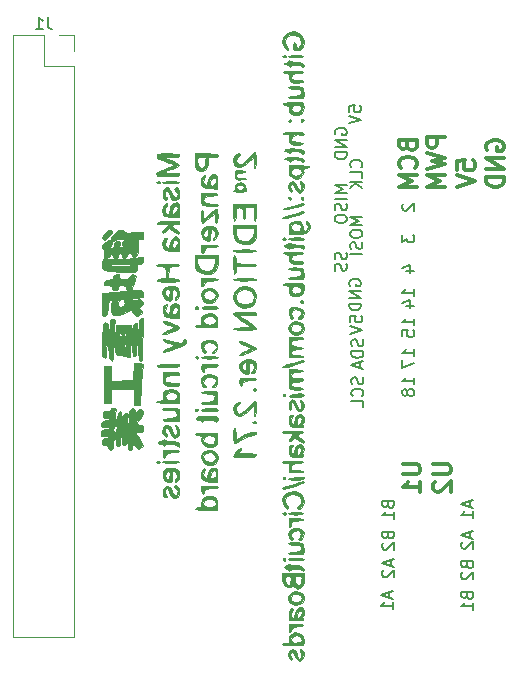
<source format=gbr>
G04 #@! TF.FileFunction,Legend,Bot*
%FSLAX46Y46*%
G04 Gerber Fmt 4.6, Leading zero omitted, Abs format (unit mm)*
G04 Created by KiCad (PCBNEW 4.0.7) date 08/31/18 00:13:05*
%MOMM*%
%LPD*%
G01*
G04 APERTURE LIST*
%ADD10C,0.150000*%
%ADD11C,0.300000*%
%ADD12C,0.120000*%
%ADD13C,0.010000*%
G04 APERTURE END LIST*
D10*
D11*
X145092857Y-88500000D02*
X145164286Y-88714286D01*
X145235714Y-88785714D01*
X145378571Y-88857143D01*
X145592857Y-88857143D01*
X145735714Y-88785714D01*
X145807143Y-88714286D01*
X145878571Y-88571428D01*
X145878571Y-88000000D01*
X144378571Y-88000000D01*
X144378571Y-88500000D01*
X144450000Y-88642857D01*
X144521429Y-88714286D01*
X144664286Y-88785714D01*
X144807143Y-88785714D01*
X144950000Y-88714286D01*
X145021429Y-88642857D01*
X145092857Y-88500000D01*
X145092857Y-88000000D01*
X145735714Y-90357143D02*
X145807143Y-90285714D01*
X145878571Y-90071428D01*
X145878571Y-89928571D01*
X145807143Y-89714286D01*
X145664286Y-89571428D01*
X145521429Y-89500000D01*
X145235714Y-89428571D01*
X145021429Y-89428571D01*
X144735714Y-89500000D01*
X144592857Y-89571428D01*
X144450000Y-89714286D01*
X144378571Y-89928571D01*
X144378571Y-90071428D01*
X144450000Y-90285714D01*
X144521429Y-90357143D01*
X145878571Y-91000000D02*
X144378571Y-91000000D01*
X145450000Y-91500000D01*
X144378571Y-92000000D01*
X145878571Y-92000000D01*
X148278571Y-87792857D02*
X146778571Y-87792857D01*
X146778571Y-88364285D01*
X146850000Y-88507143D01*
X146921429Y-88578571D01*
X147064286Y-88650000D01*
X147278571Y-88650000D01*
X147421429Y-88578571D01*
X147492857Y-88507143D01*
X147564286Y-88364285D01*
X147564286Y-87792857D01*
X146778571Y-89150000D02*
X148278571Y-89507143D01*
X147207143Y-89792857D01*
X148278571Y-90078571D01*
X146778571Y-90435714D01*
X148278571Y-91007143D02*
X146778571Y-91007143D01*
X147850000Y-91507143D01*
X146778571Y-92007143D01*
X148278571Y-92007143D01*
X149278571Y-90514287D02*
X149278571Y-89800001D01*
X149992857Y-89728572D01*
X149921429Y-89800001D01*
X149850000Y-89942858D01*
X149850000Y-90300001D01*
X149921429Y-90442858D01*
X149992857Y-90514287D01*
X150135714Y-90585715D01*
X150492857Y-90585715D01*
X150635714Y-90514287D01*
X150707143Y-90442858D01*
X150778571Y-90300001D01*
X150778571Y-89942858D01*
X150707143Y-89800001D01*
X150635714Y-89728572D01*
X149278571Y-91014286D02*
X150778571Y-91514286D01*
X149278571Y-92014286D01*
X151850000Y-88857143D02*
X151778571Y-88714286D01*
X151778571Y-88500000D01*
X151850000Y-88285715D01*
X151992857Y-88142857D01*
X152135714Y-88071429D01*
X152421429Y-88000000D01*
X152635714Y-88000000D01*
X152921429Y-88071429D01*
X153064286Y-88142857D01*
X153207143Y-88285715D01*
X153278571Y-88500000D01*
X153278571Y-88642857D01*
X153207143Y-88857143D01*
X153135714Y-88928572D01*
X152635714Y-88928572D01*
X152635714Y-88642857D01*
X153278571Y-89571429D02*
X151778571Y-89571429D01*
X153278571Y-90428572D01*
X151778571Y-90428572D01*
X153278571Y-91142858D02*
X151778571Y-91142858D01*
X151778571Y-91500001D01*
X151850000Y-91714286D01*
X151992857Y-91857144D01*
X152135714Y-91928572D01*
X152421429Y-92000001D01*
X152635714Y-92000001D01*
X152921429Y-91928572D01*
X153064286Y-91857144D01*
X153207143Y-91714286D01*
X153278571Y-91500001D01*
X153278571Y-91142858D01*
D10*
X144747619Y-93414286D02*
X144700000Y-93461905D01*
X144652381Y-93557143D01*
X144652381Y-93795239D01*
X144700000Y-93890477D01*
X144747619Y-93938096D01*
X144842857Y-93985715D01*
X144938095Y-93985715D01*
X145080952Y-93938096D01*
X145652381Y-93366667D01*
X145652381Y-93985715D01*
X144652381Y-96066667D02*
X144652381Y-96685715D01*
X145033333Y-96352381D01*
X145033333Y-96495239D01*
X145080952Y-96590477D01*
X145128571Y-96638096D01*
X145223810Y-96685715D01*
X145461905Y-96685715D01*
X145557143Y-96638096D01*
X145604762Y-96590477D01*
X145652381Y-96495239D01*
X145652381Y-96209524D01*
X145604762Y-96114286D01*
X145557143Y-96066667D01*
X144985714Y-99090477D02*
X145652381Y-99090477D01*
X144604762Y-98852381D02*
X145319048Y-98614286D01*
X145319048Y-99233334D01*
X145652381Y-101209524D02*
X145652381Y-100638095D01*
X145652381Y-100923809D02*
X144652381Y-100923809D01*
X144795238Y-100828571D01*
X144890476Y-100733333D01*
X144938095Y-100638095D01*
X144985714Y-102066667D02*
X145652381Y-102066667D01*
X144604762Y-101828571D02*
X145319048Y-101590476D01*
X145319048Y-102209524D01*
X145652381Y-103709524D02*
X145652381Y-103138095D01*
X145652381Y-103423809D02*
X144652381Y-103423809D01*
X144795238Y-103328571D01*
X144890476Y-103233333D01*
X144938095Y-103138095D01*
X144652381Y-104614286D02*
X144652381Y-104138095D01*
X145128571Y-104090476D01*
X145080952Y-104138095D01*
X145033333Y-104233333D01*
X145033333Y-104471429D01*
X145080952Y-104566667D01*
X145128571Y-104614286D01*
X145223810Y-104661905D01*
X145461905Y-104661905D01*
X145557143Y-104614286D01*
X145604762Y-104566667D01*
X145652381Y-104471429D01*
X145652381Y-104233333D01*
X145604762Y-104138095D01*
X145557143Y-104090476D01*
X145652381Y-106309524D02*
X145652381Y-105738095D01*
X145652381Y-106023809D02*
X144652381Y-106023809D01*
X144795238Y-105928571D01*
X144890476Y-105833333D01*
X144938095Y-105738095D01*
X144652381Y-106642857D02*
X144652381Y-107309524D01*
X145652381Y-106880952D01*
X145652381Y-108709524D02*
X145652381Y-108138095D01*
X145652381Y-108423809D02*
X144652381Y-108423809D01*
X144795238Y-108328571D01*
X144890476Y-108233333D01*
X144938095Y-108138095D01*
X145080952Y-109280952D02*
X145033333Y-109185714D01*
X144985714Y-109138095D01*
X144890476Y-109090476D01*
X144842857Y-109090476D01*
X144747619Y-109138095D01*
X144700000Y-109185714D01*
X144652381Y-109280952D01*
X144652381Y-109471429D01*
X144700000Y-109566667D01*
X144747619Y-109614286D01*
X144842857Y-109661905D01*
X144890476Y-109661905D01*
X144985714Y-109614286D01*
X145033333Y-109566667D01*
X145080952Y-109471429D01*
X145080952Y-109280952D01*
X145128571Y-109185714D01*
X145176190Y-109138095D01*
X145271429Y-109090476D01*
X145461905Y-109090476D01*
X145557143Y-109138095D01*
X145604762Y-109185714D01*
X145652381Y-109280952D01*
X145652381Y-109471429D01*
X145604762Y-109566667D01*
X145557143Y-109614286D01*
X145461905Y-109661905D01*
X145271429Y-109661905D01*
X145176190Y-109614286D01*
X145128571Y-109566667D01*
X145080952Y-109471429D01*
D11*
X147278571Y-115457143D02*
X148492857Y-115457143D01*
X148635714Y-115528571D01*
X148707143Y-115600000D01*
X148778571Y-115742857D01*
X148778571Y-116028571D01*
X148707143Y-116171429D01*
X148635714Y-116242857D01*
X148492857Y-116314286D01*
X147278571Y-116314286D01*
X147421429Y-116957143D02*
X147350000Y-117028572D01*
X147278571Y-117171429D01*
X147278571Y-117528572D01*
X147350000Y-117671429D01*
X147421429Y-117742858D01*
X147564286Y-117814286D01*
X147707143Y-117814286D01*
X147921429Y-117742858D01*
X148778571Y-116885715D01*
X148778571Y-117814286D01*
X144678571Y-115457143D02*
X145892857Y-115457143D01*
X146035714Y-115528571D01*
X146107143Y-115600000D01*
X146178571Y-115742857D01*
X146178571Y-116028571D01*
X146107143Y-116171429D01*
X146035714Y-116242857D01*
X145892857Y-116314286D01*
X144678571Y-116314286D01*
X146178571Y-117814286D02*
X146178571Y-116957143D01*
X146178571Y-117385715D02*
X144678571Y-117385715D01*
X144892857Y-117242858D01*
X145035714Y-117100000D01*
X145107143Y-116957143D01*
D10*
X150366667Y-118585714D02*
X150366667Y-119061905D01*
X150652381Y-118490476D02*
X149652381Y-118823809D01*
X150652381Y-119157143D01*
X150652381Y-120014286D02*
X150652381Y-119442857D01*
X150652381Y-119728571D02*
X149652381Y-119728571D01*
X149795238Y-119633333D01*
X149890476Y-119538095D01*
X149938095Y-119442857D01*
X150366667Y-121185714D02*
X150366667Y-121661905D01*
X150652381Y-121090476D02*
X149652381Y-121423809D01*
X150652381Y-121757143D01*
X149747619Y-122042857D02*
X149700000Y-122090476D01*
X149652381Y-122185714D01*
X149652381Y-122423810D01*
X149700000Y-122519048D01*
X149747619Y-122566667D01*
X149842857Y-122614286D01*
X149938095Y-122614286D01*
X150080952Y-122566667D01*
X150652381Y-121995238D01*
X150652381Y-122614286D01*
X150128571Y-123995239D02*
X150176190Y-124138096D01*
X150223810Y-124185715D01*
X150319048Y-124233334D01*
X150461905Y-124233334D01*
X150557143Y-124185715D01*
X150604762Y-124138096D01*
X150652381Y-124042858D01*
X150652381Y-123661905D01*
X149652381Y-123661905D01*
X149652381Y-123995239D01*
X149700000Y-124090477D01*
X149747619Y-124138096D01*
X149842857Y-124185715D01*
X149938095Y-124185715D01*
X150033333Y-124138096D01*
X150080952Y-124090477D01*
X150128571Y-123995239D01*
X150128571Y-123661905D01*
X149747619Y-124614286D02*
X149700000Y-124661905D01*
X149652381Y-124757143D01*
X149652381Y-124995239D01*
X149700000Y-125090477D01*
X149747619Y-125138096D01*
X149842857Y-125185715D01*
X149938095Y-125185715D01*
X150080952Y-125138096D01*
X150652381Y-124566667D01*
X150652381Y-125185715D01*
X150128571Y-126595239D02*
X150176190Y-126738096D01*
X150223810Y-126785715D01*
X150319048Y-126833334D01*
X150461905Y-126833334D01*
X150557143Y-126785715D01*
X150604762Y-126738096D01*
X150652381Y-126642858D01*
X150652381Y-126261905D01*
X149652381Y-126261905D01*
X149652381Y-126595239D01*
X149700000Y-126690477D01*
X149747619Y-126738096D01*
X149842857Y-126785715D01*
X149938095Y-126785715D01*
X150033333Y-126738096D01*
X150080952Y-126690477D01*
X150128571Y-126595239D01*
X150128571Y-126261905D01*
X150652381Y-127785715D02*
X150652381Y-127214286D01*
X150652381Y-127500000D02*
X149652381Y-127500000D01*
X149795238Y-127404762D01*
X149890476Y-127309524D01*
X149938095Y-127214286D01*
X143566667Y-126285714D02*
X143566667Y-126761905D01*
X143852381Y-126190476D02*
X142852381Y-126523809D01*
X143852381Y-126857143D01*
X143852381Y-127714286D02*
X143852381Y-127142857D01*
X143852381Y-127428571D02*
X142852381Y-127428571D01*
X142995238Y-127333333D01*
X143090476Y-127238095D01*
X143138095Y-127142857D01*
X143666667Y-123585714D02*
X143666667Y-124061905D01*
X143952381Y-123490476D02*
X142952381Y-123823809D01*
X143952381Y-124157143D01*
X143047619Y-124442857D02*
X143000000Y-124490476D01*
X142952381Y-124585714D01*
X142952381Y-124823810D01*
X143000000Y-124919048D01*
X143047619Y-124966667D01*
X143142857Y-125014286D01*
X143238095Y-125014286D01*
X143380952Y-124966667D01*
X143952381Y-124395238D01*
X143952381Y-125014286D01*
X143428571Y-121495239D02*
X143476190Y-121638096D01*
X143523810Y-121685715D01*
X143619048Y-121733334D01*
X143761905Y-121733334D01*
X143857143Y-121685715D01*
X143904762Y-121638096D01*
X143952381Y-121542858D01*
X143952381Y-121161905D01*
X142952381Y-121161905D01*
X142952381Y-121495239D01*
X143000000Y-121590477D01*
X143047619Y-121638096D01*
X143142857Y-121685715D01*
X143238095Y-121685715D01*
X143333333Y-121638096D01*
X143380952Y-121590477D01*
X143428571Y-121495239D01*
X143428571Y-121161905D01*
X143047619Y-122114286D02*
X143000000Y-122161905D01*
X142952381Y-122257143D01*
X142952381Y-122495239D01*
X143000000Y-122590477D01*
X143047619Y-122638096D01*
X143142857Y-122685715D01*
X143238095Y-122685715D01*
X143380952Y-122638096D01*
X143952381Y-122066667D01*
X143952381Y-122685715D01*
X143428571Y-118895239D02*
X143476190Y-119038096D01*
X143523810Y-119085715D01*
X143619048Y-119133334D01*
X143761905Y-119133334D01*
X143857143Y-119085715D01*
X143904762Y-119038096D01*
X143952381Y-118942858D01*
X143952381Y-118561905D01*
X142952381Y-118561905D01*
X142952381Y-118895239D01*
X143000000Y-118990477D01*
X143047619Y-119038096D01*
X143142857Y-119085715D01*
X143238095Y-119085715D01*
X143333333Y-119038096D01*
X143380952Y-118990477D01*
X143428571Y-118895239D01*
X143428571Y-118561905D01*
X143952381Y-120085715D02*
X143952381Y-119514286D01*
X143952381Y-119800000D02*
X142952381Y-119800000D01*
X143095238Y-119704762D01*
X143190476Y-119609524D01*
X143238095Y-119514286D01*
X140152381Y-85609524D02*
X140152381Y-85133333D01*
X140628571Y-85085714D01*
X140580952Y-85133333D01*
X140533333Y-85228571D01*
X140533333Y-85466667D01*
X140580952Y-85561905D01*
X140628571Y-85609524D01*
X140723810Y-85657143D01*
X140961905Y-85657143D01*
X141057143Y-85609524D01*
X141104762Y-85561905D01*
X141152381Y-85466667D01*
X141152381Y-85228571D01*
X141104762Y-85133333D01*
X141057143Y-85085714D01*
X140152381Y-85942857D02*
X141152381Y-86276190D01*
X140152381Y-86609524D01*
X139000000Y-87538096D02*
X138952381Y-87442858D01*
X138952381Y-87300001D01*
X139000000Y-87157143D01*
X139095238Y-87061905D01*
X139190476Y-87014286D01*
X139380952Y-86966667D01*
X139523810Y-86966667D01*
X139714286Y-87014286D01*
X139809524Y-87061905D01*
X139904762Y-87157143D01*
X139952381Y-87300001D01*
X139952381Y-87395239D01*
X139904762Y-87538096D01*
X139857143Y-87585715D01*
X139523810Y-87585715D01*
X139523810Y-87395239D01*
X139952381Y-88014286D02*
X138952381Y-88014286D01*
X139952381Y-88585715D01*
X138952381Y-88585715D01*
X139952381Y-89061905D02*
X138952381Y-89061905D01*
X138952381Y-89300000D01*
X139000000Y-89442858D01*
X139095238Y-89538096D01*
X139190476Y-89585715D01*
X139380952Y-89633334D01*
X139523810Y-89633334D01*
X139714286Y-89585715D01*
X139809524Y-89538096D01*
X139904762Y-89442858D01*
X139952381Y-89300000D01*
X139952381Y-89061905D01*
X141157143Y-90304762D02*
X141204762Y-90257143D01*
X141252381Y-90114286D01*
X141252381Y-90019048D01*
X141204762Y-89876190D01*
X141109524Y-89780952D01*
X141014286Y-89733333D01*
X140823810Y-89685714D01*
X140680952Y-89685714D01*
X140490476Y-89733333D01*
X140395238Y-89780952D01*
X140300000Y-89876190D01*
X140252381Y-90019048D01*
X140252381Y-90114286D01*
X140300000Y-90257143D01*
X140347619Y-90304762D01*
X141252381Y-91209524D02*
X141252381Y-90733333D01*
X140252381Y-90733333D01*
X141252381Y-91542857D02*
X140252381Y-91542857D01*
X141252381Y-92114286D02*
X140680952Y-91685714D01*
X140252381Y-92114286D02*
X140823810Y-91542857D01*
X139952381Y-91828572D02*
X138952381Y-91828572D01*
X139666667Y-92161906D01*
X138952381Y-92495239D01*
X139952381Y-92495239D01*
X139952381Y-92971429D02*
X138952381Y-92971429D01*
X139904762Y-93400000D02*
X139952381Y-93542857D01*
X139952381Y-93780953D01*
X139904762Y-93876191D01*
X139857143Y-93923810D01*
X139761905Y-93971429D01*
X139666667Y-93971429D01*
X139571429Y-93923810D01*
X139523810Y-93876191D01*
X139476190Y-93780953D01*
X139428571Y-93590476D01*
X139380952Y-93495238D01*
X139333333Y-93447619D01*
X139238095Y-93400000D01*
X139142857Y-93400000D01*
X139047619Y-93447619D01*
X139000000Y-93495238D01*
X138952381Y-93590476D01*
X138952381Y-93828572D01*
X139000000Y-93971429D01*
X138952381Y-94590476D02*
X138952381Y-94780953D01*
X139000000Y-94876191D01*
X139095238Y-94971429D01*
X139285714Y-95019048D01*
X139619048Y-95019048D01*
X139809524Y-94971429D01*
X139904762Y-94876191D01*
X139952381Y-94780953D01*
X139952381Y-94590476D01*
X139904762Y-94495238D01*
X139809524Y-94400000D01*
X139619048Y-94352381D01*
X139285714Y-94352381D01*
X139095238Y-94400000D01*
X139000000Y-94495238D01*
X138952381Y-94590476D01*
X141252381Y-94528572D02*
X140252381Y-94528572D01*
X140966667Y-94861906D01*
X140252381Y-95195239D01*
X141252381Y-95195239D01*
X140252381Y-95861905D02*
X140252381Y-96052382D01*
X140300000Y-96147620D01*
X140395238Y-96242858D01*
X140585714Y-96290477D01*
X140919048Y-96290477D01*
X141109524Y-96242858D01*
X141204762Y-96147620D01*
X141252381Y-96052382D01*
X141252381Y-95861905D01*
X141204762Y-95766667D01*
X141109524Y-95671429D01*
X140919048Y-95623810D01*
X140585714Y-95623810D01*
X140395238Y-95671429D01*
X140300000Y-95766667D01*
X140252381Y-95861905D01*
X141204762Y-96671429D02*
X141252381Y-96814286D01*
X141252381Y-97052382D01*
X141204762Y-97147620D01*
X141157143Y-97195239D01*
X141061905Y-97242858D01*
X140966667Y-97242858D01*
X140871429Y-97195239D01*
X140823810Y-97147620D01*
X140776190Y-97052382D01*
X140728571Y-96861905D01*
X140680952Y-96766667D01*
X140633333Y-96719048D01*
X140538095Y-96671429D01*
X140442857Y-96671429D01*
X140347619Y-96719048D01*
X140300000Y-96766667D01*
X140252381Y-96861905D01*
X140252381Y-97100001D01*
X140300000Y-97242858D01*
X141252381Y-97671429D02*
X140252381Y-97671429D01*
X139904762Y-97538095D02*
X139952381Y-97680952D01*
X139952381Y-97919048D01*
X139904762Y-98014286D01*
X139857143Y-98061905D01*
X139761905Y-98109524D01*
X139666667Y-98109524D01*
X139571429Y-98061905D01*
X139523810Y-98014286D01*
X139476190Y-97919048D01*
X139428571Y-97728571D01*
X139380952Y-97633333D01*
X139333333Y-97585714D01*
X139238095Y-97538095D01*
X139142857Y-97538095D01*
X139047619Y-97585714D01*
X139000000Y-97633333D01*
X138952381Y-97728571D01*
X138952381Y-97966667D01*
X139000000Y-98109524D01*
X139904762Y-98490476D02*
X139952381Y-98633333D01*
X139952381Y-98871429D01*
X139904762Y-98966667D01*
X139857143Y-99014286D01*
X139761905Y-99061905D01*
X139666667Y-99061905D01*
X139571429Y-99014286D01*
X139523810Y-98966667D01*
X139476190Y-98871429D01*
X139428571Y-98680952D01*
X139380952Y-98585714D01*
X139333333Y-98538095D01*
X139238095Y-98490476D01*
X139142857Y-98490476D01*
X139047619Y-98538095D01*
X139000000Y-98585714D01*
X138952381Y-98680952D01*
X138952381Y-98919048D01*
X139000000Y-99061905D01*
X140200000Y-100338096D02*
X140152381Y-100242858D01*
X140152381Y-100100001D01*
X140200000Y-99957143D01*
X140295238Y-99861905D01*
X140390476Y-99814286D01*
X140580952Y-99766667D01*
X140723810Y-99766667D01*
X140914286Y-99814286D01*
X141009524Y-99861905D01*
X141104762Y-99957143D01*
X141152381Y-100100001D01*
X141152381Y-100195239D01*
X141104762Y-100338096D01*
X141057143Y-100385715D01*
X140723810Y-100385715D01*
X140723810Y-100195239D01*
X141152381Y-100814286D02*
X140152381Y-100814286D01*
X141152381Y-101385715D01*
X140152381Y-101385715D01*
X141152381Y-101861905D02*
X140152381Y-101861905D01*
X140152381Y-102100000D01*
X140200000Y-102242858D01*
X140295238Y-102338096D01*
X140390476Y-102385715D01*
X140580952Y-102433334D01*
X140723810Y-102433334D01*
X140914286Y-102385715D01*
X141009524Y-102338096D01*
X141104762Y-102242858D01*
X141152381Y-102100000D01*
X141152381Y-101861905D01*
X140252381Y-103409524D02*
X140252381Y-102933333D01*
X140728571Y-102885714D01*
X140680952Y-102933333D01*
X140633333Y-103028571D01*
X140633333Y-103266667D01*
X140680952Y-103361905D01*
X140728571Y-103409524D01*
X140823810Y-103457143D01*
X141061905Y-103457143D01*
X141157143Y-103409524D01*
X141204762Y-103361905D01*
X141252381Y-103266667D01*
X141252381Y-103028571D01*
X141204762Y-102933333D01*
X141157143Y-102885714D01*
X140252381Y-103742857D02*
X141252381Y-104076190D01*
X140252381Y-104409524D01*
X141304762Y-104885714D02*
X141352381Y-105028571D01*
X141352381Y-105266667D01*
X141304762Y-105361905D01*
X141257143Y-105409524D01*
X141161905Y-105457143D01*
X141066667Y-105457143D01*
X140971429Y-105409524D01*
X140923810Y-105361905D01*
X140876190Y-105266667D01*
X140828571Y-105076190D01*
X140780952Y-104980952D01*
X140733333Y-104933333D01*
X140638095Y-104885714D01*
X140542857Y-104885714D01*
X140447619Y-104933333D01*
X140400000Y-104980952D01*
X140352381Y-105076190D01*
X140352381Y-105314286D01*
X140400000Y-105457143D01*
X141352381Y-105885714D02*
X140352381Y-105885714D01*
X140352381Y-106123809D01*
X140400000Y-106266667D01*
X140495238Y-106361905D01*
X140590476Y-106409524D01*
X140780952Y-106457143D01*
X140923810Y-106457143D01*
X141114286Y-106409524D01*
X141209524Y-106361905D01*
X141304762Y-106266667D01*
X141352381Y-106123809D01*
X141352381Y-105885714D01*
X141066667Y-106838095D02*
X141066667Y-107314286D01*
X141352381Y-106742857D02*
X140352381Y-107076190D01*
X141352381Y-107409524D01*
X141304762Y-108109524D02*
X141352381Y-108252381D01*
X141352381Y-108490477D01*
X141304762Y-108585715D01*
X141257143Y-108633334D01*
X141161905Y-108680953D01*
X141066667Y-108680953D01*
X140971429Y-108633334D01*
X140923810Y-108585715D01*
X140876190Y-108490477D01*
X140828571Y-108300000D01*
X140780952Y-108204762D01*
X140733333Y-108157143D01*
X140638095Y-108109524D01*
X140542857Y-108109524D01*
X140447619Y-108157143D01*
X140400000Y-108204762D01*
X140352381Y-108300000D01*
X140352381Y-108538096D01*
X140400000Y-108680953D01*
X141257143Y-109680953D02*
X141304762Y-109633334D01*
X141352381Y-109490477D01*
X141352381Y-109395239D01*
X141304762Y-109252381D01*
X141209524Y-109157143D01*
X141114286Y-109109524D01*
X140923810Y-109061905D01*
X140780952Y-109061905D01*
X140590476Y-109109524D01*
X140495238Y-109157143D01*
X140400000Y-109252381D01*
X140352381Y-109395239D01*
X140352381Y-109490477D01*
X140400000Y-109633334D01*
X140447619Y-109680953D01*
X141352381Y-110585715D02*
X141352381Y-110109524D01*
X140352381Y-110109524D01*
D12*
X116900000Y-130080000D02*
X111700000Y-130080000D01*
X116900000Y-81760000D02*
X116900000Y-130080000D01*
X111700000Y-79160000D02*
X111700000Y-130080000D01*
X116900000Y-81760000D02*
X114300000Y-81760000D01*
X114300000Y-81760000D02*
X114300000Y-79160000D01*
X114300000Y-79160000D02*
X111700000Y-79160000D01*
X116900000Y-80490000D02*
X116900000Y-79160000D01*
X116900000Y-79160000D02*
X115570000Y-79160000D01*
D13*
G36*
X135095834Y-90934269D02*
X135310794Y-91179601D01*
X135657046Y-91276812D01*
X135696606Y-91277600D01*
X135979141Y-91196299D01*
X136198749Y-90994146D01*
X136299859Y-90733764D01*
X136290468Y-90608395D01*
X136274536Y-90425979D01*
X136391050Y-90366436D01*
X136478868Y-90363200D01*
X136694759Y-90326017D01*
X136791600Y-90261600D01*
X136730175Y-90209235D01*
X136479515Y-90174968D01*
X136052912Y-90160406D01*
X135950651Y-90160000D01*
X135553143Y-90160000D01*
X135553143Y-90381258D01*
X135850145Y-90405454D01*
X136048024Y-90525952D01*
X136121966Y-90698252D01*
X136047155Y-90877851D01*
X135890051Y-90985430D01*
X135610926Y-91035606D01*
X135375178Y-90951820D01*
X135243101Y-90766310D01*
X135236034Y-90635725D01*
X135334895Y-90451842D01*
X135553143Y-90381258D01*
X135553143Y-90160000D01*
X135046911Y-90160000D01*
X135031187Y-90561291D01*
X135095834Y-90934269D01*
X135095834Y-90934269D01*
G37*
X135095834Y-90934269D02*
X135310794Y-91179601D01*
X135657046Y-91276812D01*
X135696606Y-91277600D01*
X135979141Y-91196299D01*
X136198749Y-90994146D01*
X136299859Y-90733764D01*
X136290468Y-90608395D01*
X136274536Y-90425979D01*
X136391050Y-90366436D01*
X136478868Y-90363200D01*
X136694759Y-90326017D01*
X136791600Y-90261600D01*
X136730175Y-90209235D01*
X136479515Y-90174968D01*
X136052912Y-90160406D01*
X135950651Y-90160000D01*
X135553143Y-90160000D01*
X135553143Y-90381258D01*
X135850145Y-90405454D01*
X136048024Y-90525952D01*
X136121966Y-90698252D01*
X136047155Y-90877851D01*
X135890051Y-90985430D01*
X135610926Y-91035606D01*
X135375178Y-90951820D01*
X135243101Y-90766310D01*
X135236034Y-90635725D01*
X135334895Y-90451842D01*
X135553143Y-90381258D01*
X135553143Y-90160000D01*
X135046911Y-90160000D01*
X135031187Y-90561291D01*
X135095834Y-90934269D01*
G36*
X135031233Y-95551079D02*
X135046911Y-95951200D01*
X135741455Y-95951200D01*
X136146864Y-95938577D01*
X136408218Y-95891948D01*
X136583588Y-95798168D01*
X136639200Y-95748000D01*
X136816991Y-95461852D01*
X136802919Y-95173167D01*
X136677904Y-94988419D01*
X136517477Y-94870022D01*
X136462899Y-94912875D01*
X136534215Y-95094032D01*
X136555219Y-95128857D01*
X136634140Y-95358762D01*
X136580400Y-95513703D01*
X136418731Y-95698367D01*
X136303641Y-95690440D01*
X136255238Y-95494834D01*
X136255309Y-95434318D01*
X136183123Y-95105359D01*
X135955424Y-94900157D01*
X135611038Y-94833600D01*
X135553143Y-94847406D01*
X135553143Y-95054858D01*
X135850670Y-95082170D01*
X136045405Y-95211664D01*
X136110526Y-95397731D01*
X136019215Y-95594761D01*
X135918325Y-95675871D01*
X135703056Y-95728808D01*
X135480118Y-95708617D01*
X135280233Y-95620398D01*
X135229133Y-95451309D01*
X135235793Y-95363456D01*
X135307490Y-95150107D01*
X135497843Y-95062580D01*
X135553143Y-95054858D01*
X135553143Y-94847406D01*
X135284322Y-94911515D01*
X135089669Y-95142545D01*
X135030374Y-95522611D01*
X135031233Y-95551079D01*
X135031233Y-95551079D01*
G37*
X135031233Y-95551079D02*
X135046911Y-95951200D01*
X135741455Y-95951200D01*
X136146864Y-95938577D01*
X136408218Y-95891948D01*
X136583588Y-95798168D01*
X136639200Y-95748000D01*
X136816991Y-95461852D01*
X136802919Y-95173167D01*
X136677904Y-94988419D01*
X136517477Y-94870022D01*
X136462899Y-94912875D01*
X136534215Y-95094032D01*
X136555219Y-95128857D01*
X136634140Y-95358762D01*
X136580400Y-95513703D01*
X136418731Y-95698367D01*
X136303641Y-95690440D01*
X136255238Y-95494834D01*
X136255309Y-95434318D01*
X136183123Y-95105359D01*
X135955424Y-94900157D01*
X135611038Y-94833600D01*
X135553143Y-94847406D01*
X135553143Y-95054858D01*
X135850670Y-95082170D01*
X136045405Y-95211664D01*
X136110526Y-95397731D01*
X136019215Y-95594761D01*
X135918325Y-95675871D01*
X135703056Y-95728808D01*
X135480118Y-95708617D01*
X135280233Y-95620398D01*
X135229133Y-95451309D01*
X135235793Y-95363456D01*
X135307490Y-95150107D01*
X135497843Y-95062580D01*
X135553143Y-95054858D01*
X135553143Y-94847406D01*
X135284322Y-94911515D01*
X135089669Y-95142545D01*
X135030374Y-95522611D01*
X135031233Y-95551079D01*
G36*
X134551084Y-79919738D02*
X134662086Y-80152875D01*
X134800422Y-80332171D01*
X134927914Y-80400776D01*
X134970364Y-80381622D01*
X134969176Y-80259864D01*
X134877510Y-80119622D01*
X134715242Y-79822037D01*
X134728664Y-79527951D01*
X134894089Y-79280073D01*
X135187825Y-79121112D01*
X135451057Y-79085600D01*
X135798676Y-79164578D01*
X136028576Y-79373879D01*
X136108470Y-79672050D01*
X136069744Y-79879886D01*
X135940715Y-80102289D01*
X135789395Y-80189975D01*
X135666804Y-80134172D01*
X135623200Y-79956649D01*
X135589325Y-79762176D01*
X135521600Y-79695200D01*
X135454445Y-79784514D01*
X135420877Y-80004132D01*
X135420000Y-80050800D01*
X135436082Y-80289262D01*
X135523873Y-80387067D01*
X135742685Y-80406379D01*
X135759291Y-80406400D01*
X136027023Y-80365771D01*
X136183158Y-80213483D01*
X136216491Y-80147619D01*
X136326997Y-79722735D01*
X136242729Y-79342346D01*
X136091183Y-79118974D01*
X135771137Y-78886807D01*
X135392358Y-78817152D01*
X135018094Y-78910012D01*
X134748816Y-79118974D01*
X134582513Y-79390602D01*
X134506138Y-79669789D01*
X134505600Y-79689609D01*
X134551084Y-79919738D01*
X134551084Y-79919738D01*
G37*
X134551084Y-79919738D02*
X134662086Y-80152875D01*
X134800422Y-80332171D01*
X134927914Y-80400776D01*
X134970364Y-80381622D01*
X134969176Y-80259864D01*
X134877510Y-80119622D01*
X134715242Y-79822037D01*
X134728664Y-79527951D01*
X134894089Y-79280073D01*
X135187825Y-79121112D01*
X135451057Y-79085600D01*
X135798676Y-79164578D01*
X136028576Y-79373879D01*
X136108470Y-79672050D01*
X136069744Y-79879886D01*
X135940715Y-80102289D01*
X135789395Y-80189975D01*
X135666804Y-80134172D01*
X135623200Y-79956649D01*
X135589325Y-79762176D01*
X135521600Y-79695200D01*
X135454445Y-79784514D01*
X135420877Y-80004132D01*
X135420000Y-80050800D01*
X135436082Y-80289262D01*
X135523873Y-80387067D01*
X135742685Y-80406379D01*
X135759291Y-80406400D01*
X136027023Y-80365771D01*
X136183158Y-80213483D01*
X136216491Y-80147619D01*
X136326997Y-79722735D01*
X136242729Y-79342346D01*
X136091183Y-79118974D01*
X135771137Y-78886807D01*
X135392358Y-78817152D01*
X135018094Y-78910012D01*
X134748816Y-79118974D01*
X134582513Y-79390602D01*
X134506138Y-79669789D01*
X134505600Y-79689609D01*
X134551084Y-79919738D01*
G36*
X135106045Y-80968642D02*
X135347104Y-81005373D01*
X135617203Y-81016000D01*
X135949976Y-81000126D01*
X136194441Y-80958983D01*
X136283600Y-80914400D01*
X136227947Y-80856518D01*
X135989307Y-80821768D01*
X135679996Y-80812800D01*
X135332535Y-80827038D01*
X135094379Y-80864813D01*
X135013600Y-80914400D01*
X135106045Y-80968642D01*
X135106045Y-80968642D01*
G37*
X135106045Y-80968642D02*
X135347104Y-81005373D01*
X135617203Y-81016000D01*
X135949976Y-81000126D01*
X136194441Y-80958983D01*
X136283600Y-80914400D01*
X136227947Y-80856518D01*
X135989307Y-80821768D01*
X135679996Y-80812800D01*
X135332535Y-80827038D01*
X135094379Y-80864813D01*
X135013600Y-80914400D01*
X135106045Y-80968642D01*
G36*
X134658759Y-81569376D02*
X134759600Y-81597322D01*
X134967999Y-81693162D01*
X135046734Y-81764353D01*
X135137087Y-81820602D01*
X135182201Y-81752600D01*
X135308190Y-81672075D01*
X135547705Y-81631857D01*
X135814632Y-81634381D01*
X136022855Y-81682080D01*
X136080400Y-81727200D01*
X136205950Y-81845669D01*
X136290975Y-81800627D01*
X136293798Y-81631761D01*
X136267112Y-81549400D01*
X136134959Y-81466978D01*
X135851369Y-81425226D01*
X135736653Y-81422400D01*
X135425130Y-81397941D01*
X135192189Y-81336127D01*
X135135520Y-81300479D01*
X135031155Y-81239319D01*
X135013600Y-81288630D01*
X134928866Y-81401222D01*
X134785000Y-81472119D01*
X134628231Y-81530820D01*
X134658759Y-81569376D01*
X134658759Y-81569376D01*
G37*
X134658759Y-81569376D02*
X134759600Y-81597322D01*
X134967999Y-81693162D01*
X135046734Y-81764353D01*
X135137087Y-81820602D01*
X135182201Y-81752600D01*
X135308190Y-81672075D01*
X135547705Y-81631857D01*
X135814632Y-81634381D01*
X136022855Y-81682080D01*
X136080400Y-81727200D01*
X136205950Y-81845669D01*
X136290975Y-81800627D01*
X136293798Y-81631761D01*
X136267112Y-81549400D01*
X136134959Y-81466978D01*
X135851369Y-81425226D01*
X135736653Y-81422400D01*
X135425130Y-81397941D01*
X135192189Y-81336127D01*
X135135520Y-81300479D01*
X135031155Y-81239319D01*
X135013600Y-81288630D01*
X134928866Y-81401222D01*
X134785000Y-81472119D01*
X134628231Y-81530820D01*
X134658759Y-81569376D01*
G36*
X134556400Y-82235200D02*
X134697293Y-82315566D01*
X134853107Y-82336800D01*
X135020681Y-82370295D01*
X135051040Y-82510914D01*
X135038355Y-82591383D01*
X135048515Y-82880393D01*
X135217770Y-83061624D01*
X135556097Y-83143114D01*
X135731244Y-83149600D01*
X136080122Y-83127433D01*
X136253097Y-83073941D01*
X136243837Y-83008638D01*
X136046012Y-82951037D01*
X135803657Y-82926401D01*
X135491301Y-82900217D01*
X135331620Y-82850382D01*
X135274113Y-82750063D01*
X135267600Y-82641600D01*
X135289322Y-82482840D01*
X135390559Y-82401379D01*
X135625411Y-82363397D01*
X135724800Y-82355785D01*
X136091231Y-82315617D01*
X136266313Y-82265555D01*
X136261070Y-82214031D01*
X136086525Y-82169478D01*
X135753702Y-82140326D01*
X135434323Y-82133600D01*
X134962388Y-82143759D01*
X134664552Y-82173261D01*
X134553459Y-82220644D01*
X134556400Y-82235200D01*
X134556400Y-82235200D01*
G37*
X134556400Y-82235200D02*
X134697293Y-82315566D01*
X134853107Y-82336800D01*
X135020681Y-82370295D01*
X135051040Y-82510914D01*
X135038355Y-82591383D01*
X135048515Y-82880393D01*
X135217770Y-83061624D01*
X135556097Y-83143114D01*
X135731244Y-83149600D01*
X136080122Y-83127433D01*
X136253097Y-83073941D01*
X136243837Y-83008638D01*
X136046012Y-82951037D01*
X135803657Y-82926401D01*
X135491301Y-82900217D01*
X135331620Y-82850382D01*
X135274113Y-82750063D01*
X135267600Y-82641600D01*
X135289322Y-82482840D01*
X135390559Y-82401379D01*
X135625411Y-82363397D01*
X135724800Y-82355785D01*
X136091231Y-82315617D01*
X136266313Y-82265555D01*
X136261070Y-82214031D01*
X136086525Y-82169478D01*
X135753702Y-82140326D01*
X135434323Y-82133600D01*
X134962388Y-82143759D01*
X134664552Y-82173261D01*
X134553459Y-82220644D01*
X134556400Y-82235200D01*
G36*
X135106563Y-84422374D02*
X135351319Y-84458678D01*
X135648600Y-84469873D01*
X136283600Y-84469347D01*
X136305425Y-84080219D01*
X136290707Y-83796786D01*
X136226492Y-83595024D01*
X136208905Y-83572745D01*
X136056087Y-83508022D01*
X135796713Y-83469006D01*
X135497612Y-83456633D01*
X135225615Y-83471840D01*
X135047550Y-83515562D01*
X135013600Y-83556000D01*
X135105008Y-83613802D01*
X135338867Y-83650604D01*
X135524788Y-83657600D01*
X135876291Y-83681443D01*
X136059699Y-83758375D01*
X136094955Y-83811293D01*
X136091815Y-84027411D01*
X135915562Y-84183746D01*
X135592047Y-84261784D01*
X135458359Y-84267200D01*
X135190042Y-84287909D01*
X135031709Y-84340154D01*
X135013600Y-84368800D01*
X135106563Y-84422374D01*
X135106563Y-84422374D01*
G37*
X135106563Y-84422374D02*
X135351319Y-84458678D01*
X135648600Y-84469873D01*
X136283600Y-84469347D01*
X136305425Y-84080219D01*
X136290707Y-83796786D01*
X136226492Y-83595024D01*
X136208905Y-83572745D01*
X136056087Y-83508022D01*
X135796713Y-83469006D01*
X135497612Y-83456633D01*
X135225615Y-83471840D01*
X135047550Y-83515562D01*
X135013600Y-83556000D01*
X135105008Y-83613802D01*
X135338867Y-83650604D01*
X135524788Y-83657600D01*
X135876291Y-83681443D01*
X136059699Y-83758375D01*
X136094955Y-83811293D01*
X136091815Y-84027411D01*
X135915562Y-84183746D01*
X135592047Y-84261784D01*
X135458359Y-84267200D01*
X135190042Y-84287909D01*
X135031709Y-84340154D01*
X135013600Y-84368800D01*
X135106563Y-84422374D01*
G36*
X134643906Y-85013121D02*
X134820699Y-85059891D01*
X135009576Y-85113443D01*
X135049245Y-85255869D01*
X135034419Y-85355173D01*
X135056301Y-85625095D01*
X135170538Y-85756282D01*
X135460914Y-85872053D01*
X135797307Y-85876903D01*
X136086132Y-85775213D01*
X136163745Y-85709770D01*
X136264658Y-85504456D01*
X136303863Y-85233437D01*
X136280569Y-84978173D01*
X136193986Y-84820121D01*
X136172491Y-84808614D01*
X135995055Y-84782299D01*
X135722330Y-84779056D01*
X135722330Y-85015395D01*
X135948919Y-85079699D01*
X136090591Y-85224878D01*
X136107160Y-85412368D01*
X135984943Y-85582900D01*
X135779760Y-85662488D01*
X135553143Y-85671541D01*
X135313232Y-85573048D01*
X135220340Y-85392104D01*
X135285558Y-85193973D01*
X135451010Y-85070530D01*
X135722330Y-85015395D01*
X135722330Y-84779056D01*
X135704272Y-84778841D01*
X135358470Y-84793945D01*
X135015971Y-84823318D01*
X134735103Y-84862664D01*
X134574188Y-84907689D01*
X134556400Y-84927600D01*
X134643906Y-85013121D01*
X134643906Y-85013121D01*
G37*
X134643906Y-85013121D02*
X134820699Y-85059891D01*
X135009576Y-85113443D01*
X135049245Y-85255869D01*
X135034419Y-85355173D01*
X135056301Y-85625095D01*
X135170538Y-85756282D01*
X135460914Y-85872053D01*
X135797307Y-85876903D01*
X136086132Y-85775213D01*
X136163745Y-85709770D01*
X136264658Y-85504456D01*
X136303863Y-85233437D01*
X136280569Y-84978173D01*
X136193986Y-84820121D01*
X136172491Y-84808614D01*
X135995055Y-84782299D01*
X135722330Y-84779056D01*
X135722330Y-85015395D01*
X135948919Y-85079699D01*
X136090591Y-85224878D01*
X136107160Y-85412368D01*
X135984943Y-85582900D01*
X135779760Y-85662488D01*
X135553143Y-85671541D01*
X135313232Y-85573048D01*
X135220340Y-85392104D01*
X135285558Y-85193973D01*
X135451010Y-85070530D01*
X135722330Y-85015395D01*
X135722330Y-84779056D01*
X135704272Y-84778841D01*
X135358470Y-84793945D01*
X135015971Y-84823318D01*
X134735103Y-84862664D01*
X134574188Y-84907689D01*
X134556400Y-84927600D01*
X134643906Y-85013121D01*
G36*
X136151832Y-86487386D02*
X136243345Y-86430894D01*
X136293358Y-86303576D01*
X136248673Y-86258210D01*
X136111052Y-86267193D01*
X136077246Y-86304302D01*
X136053550Y-86448539D01*
X136151832Y-86487386D01*
X136151832Y-86487386D01*
G37*
X136151832Y-86487386D02*
X136243345Y-86430894D01*
X136293358Y-86303576D01*
X136248673Y-86258210D01*
X136111052Y-86267193D01*
X136077246Y-86304302D01*
X136053550Y-86448539D01*
X136151832Y-86487386D01*
G36*
X134595662Y-87489145D02*
X134792014Y-87518383D01*
X134798016Y-87518400D01*
X135000054Y-87534014D01*
X135069291Y-87621726D01*
X135049750Y-87842842D01*
X135046314Y-87864164D01*
X135062120Y-88160586D01*
X135231347Y-88342965D01*
X135563587Y-88417805D01*
X135855681Y-88413052D01*
X136158867Y-88366451D01*
X136270497Y-88297354D01*
X136198001Y-88224427D01*
X135948810Y-88166335D01*
X135750200Y-88148090D01*
X135434074Y-88118621D01*
X135273089Y-88063524D01*
X135219243Y-87961999D01*
X135216800Y-87916975D01*
X135306984Y-87734874D01*
X135532759Y-87597489D01*
X135826953Y-87536166D01*
X136006355Y-87548534D01*
X136214852Y-87548502D01*
X136306103Y-87472996D01*
X136263904Y-87380171D01*
X136126710Y-87341071D01*
X135852770Y-87319970D01*
X135502944Y-87315563D01*
X135138088Y-87326545D01*
X134819063Y-87351609D01*
X134606726Y-87389451D01*
X134556400Y-87416800D01*
X134595662Y-87489145D01*
X134595662Y-87489145D01*
G37*
X134595662Y-87489145D02*
X134792014Y-87518383D01*
X134798016Y-87518400D01*
X135000054Y-87534014D01*
X135069291Y-87621726D01*
X135049750Y-87842842D01*
X135046314Y-87864164D01*
X135062120Y-88160586D01*
X135231347Y-88342965D01*
X135563587Y-88417805D01*
X135855681Y-88413052D01*
X136158867Y-88366451D01*
X136270497Y-88297354D01*
X136198001Y-88224427D01*
X135948810Y-88166335D01*
X135750200Y-88148090D01*
X135434074Y-88118621D01*
X135273089Y-88063524D01*
X135219243Y-87961999D01*
X135216800Y-87916975D01*
X135306984Y-87734874D01*
X135532759Y-87597489D01*
X135826953Y-87536166D01*
X136006355Y-87548534D01*
X136214852Y-87548502D01*
X136306103Y-87472996D01*
X136263904Y-87380171D01*
X136126710Y-87341071D01*
X135852770Y-87319970D01*
X135502944Y-87315563D01*
X135138088Y-87326545D01*
X134819063Y-87351609D01*
X134606726Y-87389451D01*
X134556400Y-87416800D01*
X134595662Y-87489145D01*
G36*
X134756719Y-88940579D02*
X134781613Y-88940800D01*
X134981400Y-88994127D01*
X135055933Y-89067800D01*
X135122656Y-89142517D01*
X135174466Y-89067800D01*
X135313415Y-88975840D01*
X135560422Y-88940330D01*
X135830061Y-88958963D01*
X136036904Y-89029435D01*
X136094234Y-89092616D01*
X136189872Y-89195788D01*
X136243446Y-89188220D01*
X136329601Y-89049387D01*
X136225190Y-88876028D01*
X136201128Y-88855075D01*
X136012853Y-88781792D01*
X135703489Y-88735860D01*
X135344004Y-88719026D01*
X135005363Y-88733038D01*
X134758532Y-88779645D01*
X134689513Y-88817846D01*
X134634477Y-88912403D01*
X134756719Y-88940579D01*
X134756719Y-88940579D01*
G37*
X134756719Y-88940579D02*
X134781613Y-88940800D01*
X134981400Y-88994127D01*
X135055933Y-89067800D01*
X135122656Y-89142517D01*
X135174466Y-89067800D01*
X135313415Y-88975840D01*
X135560422Y-88940330D01*
X135830061Y-88958963D01*
X136036904Y-89029435D01*
X136094234Y-89092616D01*
X136189872Y-89195788D01*
X136243446Y-89188220D01*
X136329601Y-89049387D01*
X136225190Y-88876028D01*
X136201128Y-88855075D01*
X136012853Y-88781792D01*
X135703489Y-88735860D01*
X135344004Y-88719026D01*
X135005363Y-88733038D01*
X134758532Y-88779645D01*
X134689513Y-88817846D01*
X134634477Y-88912403D01*
X134756719Y-88940579D01*
G36*
X134756719Y-89651779D02*
X134781613Y-89652000D01*
X134981400Y-89705327D01*
X135055933Y-89779000D01*
X135122656Y-89853717D01*
X135174466Y-89779000D01*
X135313415Y-89687040D01*
X135560422Y-89651530D01*
X135830061Y-89670163D01*
X136036904Y-89740635D01*
X136094234Y-89803816D01*
X136189872Y-89906988D01*
X136243446Y-89899420D01*
X136329601Y-89760587D01*
X136225190Y-89587228D01*
X136201128Y-89566275D01*
X136012853Y-89492992D01*
X135703489Y-89447060D01*
X135344004Y-89430226D01*
X135005363Y-89444238D01*
X134758532Y-89490845D01*
X134689513Y-89529046D01*
X134634477Y-89623603D01*
X134756719Y-89651779D01*
X134756719Y-89651779D01*
G37*
X134756719Y-89651779D02*
X134781613Y-89652000D01*
X134981400Y-89705327D01*
X135055933Y-89779000D01*
X135122656Y-89853717D01*
X135174466Y-89779000D01*
X135313415Y-89687040D01*
X135560422Y-89651530D01*
X135830061Y-89670163D01*
X136036904Y-89740635D01*
X136094234Y-89803816D01*
X136189872Y-89906988D01*
X136243446Y-89899420D01*
X136329601Y-89760587D01*
X136225190Y-89587228D01*
X136201128Y-89566275D01*
X136012853Y-89492992D01*
X135703489Y-89447060D01*
X135344004Y-89430226D01*
X135005363Y-89444238D01*
X134758532Y-89490845D01*
X134689513Y-89529046D01*
X134634477Y-89623603D01*
X134756719Y-89651779D01*
G36*
X135049496Y-92250940D02*
X135121959Y-92348577D01*
X135258983Y-92378265D01*
X135287555Y-92264631D01*
X135232120Y-92119027D01*
X135184716Y-91886019D01*
X135218364Y-91783067D01*
X135326318Y-91697568D01*
X135437677Y-91798559D01*
X135560386Y-92093667D01*
X135568859Y-92119488D01*
X135702917Y-92366449D01*
X135870484Y-92481210D01*
X136087869Y-92437956D01*
X136246414Y-92259359D01*
X136323986Y-92009932D01*
X136298451Y-91754190D01*
X136179544Y-91580362D01*
X136016639Y-91495552D01*
X135960171Y-91564848D01*
X136034905Y-91756292D01*
X136038594Y-91762247D01*
X136114280Y-91973144D01*
X136096206Y-92151861D01*
X136005449Y-92239967D01*
X135882097Y-92196064D01*
X135745586Y-91997728D01*
X135705499Y-91864797D01*
X135599774Y-91625556D01*
X135410788Y-91511231D01*
X135200667Y-91555690D01*
X135174516Y-91575332D01*
X135060225Y-91763051D01*
X135016439Y-92019335D01*
X135049496Y-92250940D01*
X135049496Y-92250940D01*
G37*
X135049496Y-92250940D02*
X135121959Y-92348577D01*
X135258983Y-92378265D01*
X135287555Y-92264631D01*
X135232120Y-92119027D01*
X135184716Y-91886019D01*
X135218364Y-91783067D01*
X135326318Y-91697568D01*
X135437677Y-91798559D01*
X135560386Y-92093667D01*
X135568859Y-92119488D01*
X135702917Y-92366449D01*
X135870484Y-92481210D01*
X136087869Y-92437956D01*
X136246414Y-92259359D01*
X136323986Y-92009932D01*
X136298451Y-91754190D01*
X136179544Y-91580362D01*
X136016639Y-91495552D01*
X135960171Y-91564848D01*
X136034905Y-91756292D01*
X136038594Y-91762247D01*
X136114280Y-91973144D01*
X136096206Y-92151861D01*
X136005449Y-92239967D01*
X135882097Y-92196064D01*
X135745586Y-91997728D01*
X135705499Y-91864797D01*
X135599774Y-91625556D01*
X135410788Y-91511231D01*
X135200667Y-91555690D01*
X135174516Y-91575332D01*
X135060225Y-91763051D01*
X135016439Y-92019335D01*
X135049496Y-92250940D01*
G36*
X136101105Y-93015345D02*
X136228423Y-93065358D01*
X136273789Y-93020673D01*
X136264806Y-92883052D01*
X136227697Y-92849246D01*
X136083460Y-92825550D01*
X136044613Y-92923832D01*
X136101105Y-93015345D01*
X136101105Y-93015345D01*
G37*
X136101105Y-93015345D02*
X136228423Y-93065358D01*
X136273789Y-93020673D01*
X136264806Y-92883052D01*
X136227697Y-92849246D01*
X136083460Y-92825550D01*
X136044613Y-92923832D01*
X136101105Y-93015345D01*
G36*
X134539893Y-93885759D02*
X134662546Y-93892979D01*
X134919644Y-93849728D01*
X135257176Y-93770931D01*
X135621137Y-93671508D01*
X135957517Y-93566385D01*
X136212309Y-93470484D01*
X136331506Y-93398728D01*
X136334400Y-93389913D01*
X136255630Y-93334937D01*
X136156600Y-93347801D01*
X135966298Y-93401343D01*
X135655043Y-93487002D01*
X135369200Y-93564803D01*
X134945764Y-93680831D01*
X134685062Y-93758081D01*
X134553348Y-93809613D01*
X134516878Y-93848485D01*
X134539893Y-93885759D01*
X134539893Y-93885759D01*
G37*
X134539893Y-93885759D02*
X134662546Y-93892979D01*
X134919644Y-93849728D01*
X135257176Y-93770931D01*
X135621137Y-93671508D01*
X135957517Y-93566385D01*
X136212309Y-93470484D01*
X136331506Y-93398728D01*
X136334400Y-93389913D01*
X136255630Y-93334937D01*
X136156600Y-93347801D01*
X135966298Y-93401343D01*
X135655043Y-93487002D01*
X135369200Y-93564803D01*
X134945764Y-93680831D01*
X134685062Y-93758081D01*
X134553348Y-93809613D01*
X134516878Y-93848485D01*
X134539893Y-93885759D01*
G36*
X134595765Y-94631021D02*
X134837959Y-94590713D01*
X135189726Y-94507793D01*
X135420000Y-94445423D01*
X135816748Y-94324365D01*
X136126641Y-94212742D01*
X136306519Y-94126995D01*
X136334400Y-94097095D01*
X136255392Y-94045076D01*
X136156600Y-94058183D01*
X135530512Y-94240009D01*
X135076929Y-94377067D01*
X134772142Y-94477430D01*
X134592448Y-94549175D01*
X134514142Y-94600375D01*
X134505600Y-94620584D01*
X134595765Y-94631021D01*
X134595765Y-94631021D01*
G37*
X134595765Y-94631021D02*
X134837959Y-94590713D01*
X135189726Y-94507793D01*
X135420000Y-94445423D01*
X135816748Y-94324365D01*
X136126641Y-94212742D01*
X136306519Y-94126995D01*
X136334400Y-94097095D01*
X136255392Y-94045076D01*
X136156600Y-94058183D01*
X135530512Y-94240009D01*
X135076929Y-94377067D01*
X134772142Y-94477430D01*
X134592448Y-94549175D01*
X134514142Y-94600375D01*
X134505600Y-94620584D01*
X134595765Y-94631021D01*
G36*
X135106909Y-96410692D02*
X135354087Y-96447041D01*
X135674000Y-96459200D01*
X136046747Y-96455959D01*
X136250441Y-96441040D01*
X136319189Y-96406645D01*
X136287101Y-96344979D01*
X136266666Y-96323733D01*
X136129894Y-96279691D01*
X135876059Y-96258622D01*
X135571505Y-96258734D01*
X135282575Y-96278233D01*
X135075611Y-96315327D01*
X135013600Y-96357600D01*
X135106909Y-96410692D01*
X135106909Y-96410692D01*
G37*
X135106909Y-96410692D02*
X135354087Y-96447041D01*
X135674000Y-96459200D01*
X136046747Y-96455959D01*
X136250441Y-96441040D01*
X136319189Y-96406645D01*
X136287101Y-96344979D01*
X136266666Y-96323733D01*
X136129894Y-96279691D01*
X135876059Y-96258622D01*
X135571505Y-96258734D01*
X135282575Y-96278233D01*
X135075611Y-96315327D01*
X135013600Y-96357600D01*
X135106909Y-96410692D01*
G36*
X134760992Y-97067340D02*
X134810400Y-97068800D01*
X134975348Y-97119733D01*
X135013600Y-97190720D01*
X135043588Y-97261405D01*
X135135520Y-97190720D01*
X135293293Y-97118935D01*
X135543929Y-97079108D01*
X135815221Y-97072713D01*
X136034962Y-97101223D01*
X136130944Y-97166112D01*
X136131200Y-97170400D01*
X136208515Y-97269047D01*
X136232800Y-97272000D01*
X136320092Y-97195284D01*
X136323267Y-97037318D01*
X136266666Y-96933333D01*
X136132721Y-96893305D01*
X135870259Y-96868994D01*
X135716333Y-96865600D01*
X135426460Y-96845727D01*
X135236038Y-96795251D01*
X135199167Y-96761902D01*
X135089095Y-96719586D01*
X134886693Y-96787302D01*
X134666222Y-96920055D01*
X134622551Y-97019934D01*
X134760992Y-97067340D01*
X134760992Y-97067340D01*
G37*
X134760992Y-97067340D02*
X134810400Y-97068800D01*
X134975348Y-97119733D01*
X135013600Y-97190720D01*
X135043588Y-97261405D01*
X135135520Y-97190720D01*
X135293293Y-97118935D01*
X135543929Y-97079108D01*
X135815221Y-97072713D01*
X136034962Y-97101223D01*
X136130944Y-97166112D01*
X136131200Y-97170400D01*
X136208515Y-97269047D01*
X136232800Y-97272000D01*
X136320092Y-97195284D01*
X136323267Y-97037318D01*
X136266666Y-96933333D01*
X136132721Y-96893305D01*
X135870259Y-96868994D01*
X135716333Y-96865600D01*
X135426460Y-96845727D01*
X135236038Y-96795251D01*
X135199167Y-96761902D01*
X135089095Y-96719586D01*
X134886693Y-96787302D01*
X134666222Y-96920055D01*
X134622551Y-97019934D01*
X134760992Y-97067340D01*
G36*
X134648868Y-97617418D02*
X134820699Y-97658291D01*
X135010662Y-97713489D01*
X135049551Y-97857282D01*
X135037343Y-97938275D01*
X135049030Y-98225081D01*
X135221288Y-98404951D01*
X135563360Y-98485249D01*
X135731244Y-98491200D01*
X136080122Y-98469033D01*
X136253097Y-98415541D01*
X136243837Y-98350238D01*
X136046012Y-98292637D01*
X135803657Y-98268001D01*
X135491301Y-98241817D01*
X135331620Y-98191982D01*
X135274113Y-98091663D01*
X135267600Y-97983200D01*
X135289322Y-97824440D01*
X135390559Y-97742979D01*
X135625411Y-97704997D01*
X135724800Y-97697385D01*
X136090997Y-97655631D01*
X136263885Y-97602211D01*
X136252140Y-97547665D01*
X136064437Y-97502531D01*
X135709450Y-97477351D01*
X135541920Y-97475200D01*
X134658000Y-97475200D01*
X134582421Y-97549577D01*
X134581800Y-97551400D01*
X134648868Y-97617418D01*
X134648868Y-97617418D01*
G37*
X134648868Y-97617418D02*
X134820699Y-97658291D01*
X135010662Y-97713489D01*
X135049551Y-97857282D01*
X135037343Y-97938275D01*
X135049030Y-98225081D01*
X135221288Y-98404951D01*
X135563360Y-98485249D01*
X135731244Y-98491200D01*
X136080122Y-98469033D01*
X136253097Y-98415541D01*
X136243837Y-98350238D01*
X136046012Y-98292637D01*
X135803657Y-98268001D01*
X135491301Y-98241817D01*
X135331620Y-98191982D01*
X135274113Y-98091663D01*
X135267600Y-97983200D01*
X135289322Y-97824440D01*
X135390559Y-97742979D01*
X135625411Y-97704997D01*
X135724800Y-97697385D01*
X136090997Y-97655631D01*
X136263885Y-97602211D01*
X136252140Y-97547665D01*
X136064437Y-97502531D01*
X135709450Y-97477351D01*
X135541920Y-97475200D01*
X134658000Y-97475200D01*
X134582421Y-97549577D01*
X134581800Y-97551400D01*
X134648868Y-97617418D01*
G36*
X135106563Y-99763974D02*
X135351319Y-99800278D01*
X135648600Y-99811473D01*
X136283600Y-99810947D01*
X136305425Y-99421819D01*
X136290707Y-99138386D01*
X136226492Y-98936624D01*
X136208905Y-98914345D01*
X136056087Y-98849622D01*
X135796713Y-98810606D01*
X135497612Y-98798233D01*
X135225615Y-98813440D01*
X135047550Y-98857162D01*
X135013600Y-98897600D01*
X135105008Y-98955402D01*
X135338867Y-98992204D01*
X135524788Y-98999200D01*
X135876291Y-99023043D01*
X136059699Y-99099975D01*
X136094955Y-99152893D01*
X136091815Y-99369011D01*
X135915562Y-99525346D01*
X135592047Y-99603384D01*
X135458359Y-99608800D01*
X135190042Y-99629509D01*
X135031709Y-99681754D01*
X135013600Y-99710400D01*
X135106563Y-99763974D01*
X135106563Y-99763974D01*
G37*
X135106563Y-99763974D02*
X135351319Y-99800278D01*
X135648600Y-99811473D01*
X136283600Y-99810947D01*
X136305425Y-99421819D01*
X136290707Y-99138386D01*
X136226492Y-98936624D01*
X136208905Y-98914345D01*
X136056087Y-98849622D01*
X135796713Y-98810606D01*
X135497612Y-98798233D01*
X135225615Y-98813440D01*
X135047550Y-98857162D01*
X135013600Y-98897600D01*
X135105008Y-98955402D01*
X135338867Y-98992204D01*
X135524788Y-98999200D01*
X135876291Y-99023043D01*
X136059699Y-99099975D01*
X136094955Y-99152893D01*
X136091815Y-99369011D01*
X135915562Y-99525346D01*
X135592047Y-99603384D01*
X135458359Y-99608800D01*
X135190042Y-99629509D01*
X135031709Y-99681754D01*
X135013600Y-99710400D01*
X135106563Y-99763974D01*
G36*
X134595927Y-100290509D02*
X134793078Y-100319965D01*
X134801863Y-100320000D01*
X135010379Y-100336405D01*
X135074822Y-100427380D01*
X135046110Y-100640046D01*
X135032479Y-100906277D01*
X135142220Y-101075942D01*
X135169669Y-101097246D01*
X135460528Y-101213452D01*
X135797131Y-101218555D01*
X136086087Y-101116867D01*
X136163745Y-101051370D01*
X136256446Y-100854777D01*
X136304086Y-100576408D01*
X136298477Y-100310439D01*
X136241266Y-100159637D01*
X136111115Y-100127903D01*
X135842922Y-100113930D01*
X135722330Y-100114511D01*
X135722330Y-100356995D01*
X135948919Y-100421299D01*
X136090591Y-100566478D01*
X136107160Y-100753968D01*
X135984943Y-100924500D01*
X135779760Y-101004088D01*
X135553143Y-101013141D01*
X135313232Y-100914648D01*
X135220340Y-100733704D01*
X135285558Y-100535573D01*
X135451010Y-100412130D01*
X135722330Y-100356995D01*
X135722330Y-100114511D01*
X135497574Y-100115595D01*
X135135953Y-100130775D01*
X134818944Y-100157346D01*
X134607432Y-100193185D01*
X134556400Y-100218400D01*
X134595927Y-100290509D01*
X134595927Y-100290509D01*
G37*
X134595927Y-100290509D02*
X134793078Y-100319965D01*
X134801863Y-100320000D01*
X135010379Y-100336405D01*
X135074822Y-100427380D01*
X135046110Y-100640046D01*
X135032479Y-100906277D01*
X135142220Y-101075942D01*
X135169669Y-101097246D01*
X135460528Y-101213452D01*
X135797131Y-101218555D01*
X136086087Y-101116867D01*
X136163745Y-101051370D01*
X136256446Y-100854777D01*
X136304086Y-100576408D01*
X136298477Y-100310439D01*
X136241266Y-100159637D01*
X136111115Y-100127903D01*
X135842922Y-100113930D01*
X135722330Y-100114511D01*
X135722330Y-100356995D01*
X135948919Y-100421299D01*
X136090591Y-100566478D01*
X136107160Y-100753968D01*
X135984943Y-100924500D01*
X135779760Y-101004088D01*
X135553143Y-101013141D01*
X135313232Y-100914648D01*
X135220340Y-100733704D01*
X135285558Y-100535573D01*
X135451010Y-100412130D01*
X135722330Y-100356995D01*
X135722330Y-100114511D01*
X135497574Y-100115595D01*
X135135953Y-100130775D01*
X134818944Y-100157346D01*
X134607432Y-100193185D01*
X134556400Y-100218400D01*
X134595927Y-100290509D01*
G36*
X136081279Y-101826853D02*
X136125203Y-101844000D01*
X136257875Y-101776775D01*
X136289646Y-101646469D01*
X136263904Y-101604171D01*
X136116420Y-101542365D01*
X136032548Y-101651110D01*
X136029600Y-101691600D01*
X136081279Y-101826853D01*
X136081279Y-101826853D01*
G37*
X136081279Y-101826853D02*
X136125203Y-101844000D01*
X136257875Y-101776775D01*
X136289646Y-101646469D01*
X136263904Y-101604171D01*
X136116420Y-101542365D01*
X136032548Y-101651110D01*
X136029600Y-101691600D01*
X136081279Y-101826853D01*
G36*
X135129129Y-103024966D02*
X135168455Y-103065237D01*
X135331360Y-103150047D01*
X135387828Y-103080751D01*
X135313094Y-102889307D01*
X135309405Y-102883352D01*
X135232067Y-102633392D01*
X135318612Y-102448196D01*
X135533620Y-102352929D01*
X135841668Y-102372756D01*
X135970490Y-102413670D01*
X136103332Y-102551287D01*
X136118481Y-102749670D01*
X136014284Y-102907149D01*
X135978800Y-102924858D01*
X135842373Y-103029954D01*
X135859786Y-103132963D01*
X135975225Y-103164800D01*
X136139578Y-103077736D01*
X136277466Y-102870802D01*
X136334400Y-102628426D01*
X136264615Y-102453522D01*
X136148599Y-102316946D01*
X135909273Y-102197988D01*
X135594609Y-102152901D01*
X135297480Y-102185925D01*
X135135520Y-102270720D01*
X135030807Y-102495948D01*
X135030167Y-102783296D01*
X135129129Y-103024966D01*
X135129129Y-103024966D01*
G37*
X135129129Y-103024966D02*
X135168455Y-103065237D01*
X135331360Y-103150047D01*
X135387828Y-103080751D01*
X135313094Y-102889307D01*
X135309405Y-102883352D01*
X135232067Y-102633392D01*
X135318612Y-102448196D01*
X135533620Y-102352929D01*
X135841668Y-102372756D01*
X135970490Y-102413670D01*
X136103332Y-102551287D01*
X136118481Y-102749670D01*
X136014284Y-102907149D01*
X135978800Y-102924858D01*
X135842373Y-103029954D01*
X135859786Y-103132963D01*
X135975225Y-103164800D01*
X136139578Y-103077736D01*
X136277466Y-102870802D01*
X136334400Y-102628426D01*
X136264615Y-102453522D01*
X136148599Y-102316946D01*
X135909273Y-102197988D01*
X135594609Y-102152901D01*
X135297480Y-102185925D01*
X135135520Y-102270720D01*
X135030807Y-102495948D01*
X135030167Y-102783296D01*
X135129129Y-103024966D01*
G36*
X135092648Y-104217096D02*
X135326193Y-104417796D01*
X135665510Y-104485600D01*
X135996708Y-104412161D01*
X136225435Y-104224288D01*
X136326931Y-103970641D01*
X136276436Y-103699882D01*
X136148599Y-103536146D01*
X135897187Y-103405182D01*
X135589279Y-103366826D01*
X135553143Y-103373427D01*
X135553143Y-103589258D01*
X135848847Y-103617865D01*
X136061818Y-103751897D01*
X136131200Y-103926800D01*
X136060120Y-104095052D01*
X135984943Y-104175700D01*
X135779760Y-104255288D01*
X135553143Y-104264341D01*
X135348047Y-104208053D01*
X135274070Y-104058784D01*
X135267600Y-103926800D01*
X135298300Y-103704352D01*
X135430193Y-103610263D01*
X135553143Y-103589258D01*
X135553143Y-103373427D01*
X135304313Y-103418888D01*
X135121728Y-103559180D01*
X135118774Y-103564520D01*
X135016153Y-103920279D01*
X135092648Y-104217096D01*
X135092648Y-104217096D01*
G37*
X135092648Y-104217096D02*
X135326193Y-104417796D01*
X135665510Y-104485600D01*
X135996708Y-104412161D01*
X136225435Y-104224288D01*
X136326931Y-103970641D01*
X136276436Y-103699882D01*
X136148599Y-103536146D01*
X135897187Y-103405182D01*
X135589279Y-103366826D01*
X135553143Y-103373427D01*
X135553143Y-103589258D01*
X135848847Y-103617865D01*
X136061818Y-103751897D01*
X136131200Y-103926800D01*
X136060120Y-104095052D01*
X135984943Y-104175700D01*
X135779760Y-104255288D01*
X135553143Y-104264341D01*
X135348047Y-104208053D01*
X135274070Y-104058784D01*
X135267600Y-103926800D01*
X135298300Y-103704352D01*
X135430193Y-103610263D01*
X135553143Y-103589258D01*
X135553143Y-103373427D01*
X135304313Y-103418888D01*
X135121728Y-103559180D01*
X135118774Y-103564520D01*
X135016153Y-103920279D01*
X135092648Y-104217096D01*
G36*
X135064400Y-106365200D02*
X135708539Y-106395685D01*
X136090769Y-106399444D01*
X136274591Y-106365008D01*
X136286742Y-106319485D01*
X136154769Y-106257926D01*
X135891417Y-106219381D01*
X135711737Y-106212800D01*
X135411267Y-106204829D01*
X135265818Y-106165565D01*
X135227379Y-106071980D01*
X135235133Y-105984200D01*
X135294728Y-105829828D01*
X135454391Y-105753409D01*
X135674000Y-105726644D01*
X136034706Y-105686096D01*
X136212007Y-105633968D01*
X136200391Y-105578231D01*
X135994350Y-105526852D01*
X135826400Y-105506240D01*
X135498575Y-105462381D01*
X135322986Y-105398207D01*
X135248705Y-105289544D01*
X135235604Y-105225791D01*
X135248375Y-105075993D01*
X135361122Y-104976984D01*
X135608498Y-104912861D01*
X136013909Y-104868626D01*
X136218936Y-104831426D01*
X136283666Y-104775394D01*
X136276376Y-104765000D01*
X136139315Y-104723352D01*
X135866709Y-104695675D01*
X135620160Y-104688800D01*
X135041388Y-104688800D01*
X135064400Y-106365200D01*
X135064400Y-106365200D01*
G37*
X135064400Y-106365200D02*
X135708539Y-106395685D01*
X136090769Y-106399444D01*
X136274591Y-106365008D01*
X136286742Y-106319485D01*
X136154769Y-106257926D01*
X135891417Y-106219381D01*
X135711737Y-106212800D01*
X135411267Y-106204829D01*
X135265818Y-106165565D01*
X135227379Y-106071980D01*
X135235133Y-105984200D01*
X135294728Y-105829828D01*
X135454391Y-105753409D01*
X135674000Y-105726644D01*
X136034706Y-105686096D01*
X136212007Y-105633968D01*
X136200391Y-105578231D01*
X135994350Y-105526852D01*
X135826400Y-105506240D01*
X135498575Y-105462381D01*
X135322986Y-105398207D01*
X135248705Y-105289544D01*
X135235604Y-105225791D01*
X135248375Y-105075993D01*
X135361122Y-104976984D01*
X135608498Y-104912861D01*
X136013909Y-104868626D01*
X136218936Y-104831426D01*
X136283666Y-104775394D01*
X136276376Y-104765000D01*
X136139315Y-104723352D01*
X135866709Y-104695675D01*
X135620160Y-104688800D01*
X135041388Y-104688800D01*
X135064400Y-106365200D01*
G36*
X134508542Y-107260774D02*
X134628397Y-107260086D01*
X134882943Y-107206166D01*
X135219347Y-107115350D01*
X135584774Y-107003977D01*
X135926391Y-106888382D01*
X136191364Y-106784904D01*
X136326859Y-106709879D01*
X136334400Y-106696190D01*
X136258841Y-106642836D01*
X136166507Y-106661886D01*
X135982280Y-106719936D01*
X135673621Y-106805535D01*
X135372931Y-106883479D01*
X134908498Y-107014338D01*
X134611498Y-107129868D01*
X134495411Y-107224186D01*
X134508542Y-107260774D01*
X134508542Y-107260774D01*
G37*
X134508542Y-107260774D02*
X134628397Y-107260086D01*
X134882943Y-107206166D01*
X135219347Y-107115350D01*
X135584774Y-107003977D01*
X135926391Y-106888382D01*
X136191364Y-106784904D01*
X136326859Y-106709879D01*
X136334400Y-106696190D01*
X136258841Y-106642836D01*
X136166507Y-106661886D01*
X135982280Y-106719936D01*
X135673621Y-106805535D01*
X135372931Y-106883479D01*
X134908498Y-107014338D01*
X134611498Y-107129868D01*
X134495411Y-107224186D01*
X134508542Y-107260774D01*
G36*
X135056410Y-108639881D02*
X135095206Y-108940921D01*
X135153920Y-109081071D01*
X135154474Y-109081444D01*
X135321079Y-109130960D01*
X135582381Y-109153975D01*
X135867799Y-109151685D01*
X136106755Y-109125285D01*
X136228670Y-109075972D01*
X136232800Y-109063166D01*
X136141619Y-109001309D01*
X135909671Y-108951819D01*
X135750200Y-108936166D01*
X135452694Y-108903365D01*
X135308504Y-108839013D01*
X135267882Y-108718971D01*
X135267600Y-108702000D01*
X135302447Y-108571466D01*
X135440558Y-108501583D01*
X135724800Y-108466985D01*
X136087583Y-108417689D01*
X136278298Y-108336033D01*
X136282740Y-108228664D01*
X136268360Y-108212626D01*
X136133595Y-108171893D01*
X135869761Y-108146917D01*
X135707866Y-108143200D01*
X135407866Y-108130923D01*
X135260856Y-108081196D01*
X135217435Y-107974668D01*
X135216800Y-107950870D01*
X135284290Y-107768041D01*
X135501598Y-107666320D01*
X135885509Y-107635200D01*
X136117228Y-107609115D01*
X136230547Y-107545165D01*
X136232800Y-107533600D01*
X136140513Y-107479159D01*
X135900575Y-107442365D01*
X135638624Y-107432000D01*
X135044448Y-107432000D01*
X135042898Y-108219400D01*
X135056410Y-108639881D01*
X135056410Y-108639881D01*
G37*
X135056410Y-108639881D02*
X135095206Y-108940921D01*
X135153920Y-109081071D01*
X135154474Y-109081444D01*
X135321079Y-109130960D01*
X135582381Y-109153975D01*
X135867799Y-109151685D01*
X136106755Y-109125285D01*
X136228670Y-109075972D01*
X136232800Y-109063166D01*
X136141619Y-109001309D01*
X135909671Y-108951819D01*
X135750200Y-108936166D01*
X135452694Y-108903365D01*
X135308504Y-108839013D01*
X135267882Y-108718971D01*
X135267600Y-108702000D01*
X135302447Y-108571466D01*
X135440558Y-108501583D01*
X135724800Y-108466985D01*
X136087583Y-108417689D01*
X136278298Y-108336033D01*
X136282740Y-108228664D01*
X136268360Y-108212626D01*
X136133595Y-108171893D01*
X135869761Y-108146917D01*
X135707866Y-108143200D01*
X135407866Y-108130923D01*
X135260856Y-108081196D01*
X135217435Y-107974668D01*
X135216800Y-107950870D01*
X135284290Y-107768041D01*
X135501598Y-107666320D01*
X135885509Y-107635200D01*
X136117228Y-107609115D01*
X136230547Y-107545165D01*
X136232800Y-107533600D01*
X136140513Y-107479159D01*
X135900575Y-107442365D01*
X135638624Y-107432000D01*
X135044448Y-107432000D01*
X135042898Y-108219400D01*
X135056410Y-108639881D01*
G36*
X135076833Y-109717109D02*
X135270277Y-109757622D01*
X135608737Y-109768800D01*
X135967040Y-109748154D01*
X136213347Y-109694267D01*
X136320241Y-109619212D01*
X136260302Y-109535065D01*
X136200930Y-109508005D01*
X135981392Y-109471133D01*
X135683391Y-109475008D01*
X135378764Y-109511363D01*
X135139348Y-109571928D01*
X135038475Y-109641800D01*
X135076833Y-109717109D01*
X135076833Y-109717109D01*
G37*
X135076833Y-109717109D02*
X135270277Y-109757622D01*
X135608737Y-109768800D01*
X135967040Y-109748154D01*
X136213347Y-109694267D01*
X136320241Y-109619212D01*
X136260302Y-109535065D01*
X136200930Y-109508005D01*
X135981392Y-109471133D01*
X135683391Y-109475008D01*
X135378764Y-109511363D01*
X135139348Y-109571928D01*
X135038475Y-109641800D01*
X135076833Y-109717109D01*
G36*
X135102397Y-110782037D02*
X135186099Y-110859864D01*
X135261318Y-110822149D01*
X135261036Y-110620089D01*
X135249006Y-110537499D01*
X135233524Y-110272136D01*
X135288856Y-110185305D01*
X135394534Y-110273996D01*
X135530092Y-110535199D01*
X135548815Y-110581600D01*
X135719181Y-110870159D01*
X135918709Y-110992217D01*
X136114165Y-110937523D01*
X136229225Y-110791479D01*
X136327757Y-110484227D01*
X136248479Y-110206363D01*
X136190306Y-110118578D01*
X136044755Y-109986513D01*
X135967069Y-110019275D01*
X135998434Y-110180251D01*
X136038594Y-110253447D01*
X136106223Y-110467469D01*
X136079993Y-110671368D01*
X135974402Y-110781411D01*
X135946600Y-110784800D01*
X135858230Y-110699147D01*
X135742092Y-110483883D01*
X135697584Y-110378400D01*
X135531741Y-110079688D01*
X135349594Y-109978628D01*
X135156736Y-110077739D01*
X135120299Y-110118256D01*
X135041684Y-110317933D01*
X135038410Y-110569544D01*
X135102397Y-110782037D01*
X135102397Y-110782037D01*
G37*
X135102397Y-110782037D02*
X135186099Y-110859864D01*
X135261318Y-110822149D01*
X135261036Y-110620089D01*
X135249006Y-110537499D01*
X135233524Y-110272136D01*
X135288856Y-110185305D01*
X135394534Y-110273996D01*
X135530092Y-110535199D01*
X135548815Y-110581600D01*
X135719181Y-110870159D01*
X135918709Y-110992217D01*
X136114165Y-110937523D01*
X136229225Y-110791479D01*
X136327757Y-110484227D01*
X136248479Y-110206363D01*
X136190306Y-110118578D01*
X136044755Y-109986513D01*
X135967069Y-110019275D01*
X135998434Y-110180251D01*
X136038594Y-110253447D01*
X136106223Y-110467469D01*
X136079993Y-110671368D01*
X135974402Y-110781411D01*
X135946600Y-110784800D01*
X135858230Y-110699147D01*
X135742092Y-110483883D01*
X135697584Y-110378400D01*
X135531741Y-110079688D01*
X135349594Y-109978628D01*
X135156736Y-110077739D01*
X135120299Y-110118256D01*
X135041684Y-110317933D01*
X135038410Y-110569544D01*
X135102397Y-110782037D01*
G36*
X135043070Y-111996254D02*
X135168756Y-112190278D01*
X135437523Y-112286532D01*
X135800480Y-112308800D01*
X136114596Y-112301141D01*
X136259709Y-112270807D01*
X136269682Y-112206761D01*
X136240306Y-112165445D01*
X136178891Y-112014297D01*
X136227866Y-111956249D01*
X136320391Y-111796937D01*
X136319612Y-111559854D01*
X136231706Y-111344411D01*
X136186875Y-111296846D01*
X136017875Y-111229170D01*
X136017875Y-111436971D01*
X136064348Y-111463014D01*
X136129225Y-111649190D01*
X136080847Y-111879275D01*
X136009280Y-111983680D01*
X135838210Y-112097953D01*
X135743892Y-112024127D01*
X135724800Y-111864040D01*
X135774030Y-111649255D01*
X135888389Y-111487214D01*
X136017875Y-111436971D01*
X136017875Y-111229170D01*
X135958250Y-111205292D01*
X135751407Y-111293504D01*
X135601316Y-111538480D01*
X135558897Y-111709940D01*
X135492766Y-111959381D01*
X135407026Y-112075428D01*
X135380986Y-112076170D01*
X135268279Y-111947396D01*
X135235915Y-111722005D01*
X135290799Y-111492849D01*
X135332766Y-111427889D01*
X135406680Y-111310943D01*
X135313667Y-111298716D01*
X135264365Y-111307313D01*
X135104556Y-111413210D01*
X135032704Y-111674800D01*
X135032067Y-111681268D01*
X135043070Y-111996254D01*
X135043070Y-111996254D01*
G37*
X135043070Y-111996254D02*
X135168756Y-112190278D01*
X135437523Y-112286532D01*
X135800480Y-112308800D01*
X136114596Y-112301141D01*
X136259709Y-112270807D01*
X136269682Y-112206761D01*
X136240306Y-112165445D01*
X136178891Y-112014297D01*
X136227866Y-111956249D01*
X136320391Y-111796937D01*
X136319612Y-111559854D01*
X136231706Y-111344411D01*
X136186875Y-111296846D01*
X136017875Y-111229170D01*
X136017875Y-111436971D01*
X136064348Y-111463014D01*
X136129225Y-111649190D01*
X136080847Y-111879275D01*
X136009280Y-111983680D01*
X135838210Y-112097953D01*
X135743892Y-112024127D01*
X135724800Y-111864040D01*
X135774030Y-111649255D01*
X135888389Y-111487214D01*
X136017875Y-111436971D01*
X136017875Y-111229170D01*
X135958250Y-111205292D01*
X135751407Y-111293504D01*
X135601316Y-111538480D01*
X135558897Y-111709940D01*
X135492766Y-111959381D01*
X135407026Y-112075428D01*
X135380986Y-112076170D01*
X135268279Y-111947396D01*
X135235915Y-111722005D01*
X135290799Y-111492849D01*
X135332766Y-111427889D01*
X135406680Y-111310943D01*
X135313667Y-111298716D01*
X135264365Y-111307313D01*
X135104556Y-111413210D01*
X135032704Y-111674800D01*
X135032067Y-111681268D01*
X135043070Y-111996254D01*
G36*
X134596408Y-112775791D02*
X134826165Y-112812138D01*
X134962800Y-112816800D01*
X135272238Y-112830296D01*
X135395812Y-112888184D01*
X135350033Y-113016558D01*
X135199466Y-113190851D01*
X135059550Y-113389034D01*
X135059461Y-113497619D01*
X135177687Y-113480618D01*
X135312878Y-113380596D01*
X135452728Y-113272644D01*
X135579463Y-113264784D01*
X135772109Y-113362009D01*
X135858893Y-113415086D01*
X136134580Y-113574029D01*
X136280852Y-113621615D01*
X136332284Y-113566471D01*
X136334400Y-113533744D01*
X136255211Y-113422771D01*
X136061299Y-113277111D01*
X136028626Y-113257263D01*
X135806708Y-113082929D01*
X135783874Y-112943107D01*
X135959644Y-112842610D01*
X136072463Y-112816800D01*
X136248077Y-112758314D01*
X136275748Y-112689800D01*
X136140482Y-112648307D01*
X135872725Y-112623213D01*
X135528450Y-112613716D01*
X135163629Y-112619012D01*
X134834233Y-112638298D01*
X134596235Y-112670771D01*
X134505600Y-112715200D01*
X134596408Y-112775791D01*
X134596408Y-112775791D01*
G37*
X134596408Y-112775791D02*
X134826165Y-112812138D01*
X134962800Y-112816800D01*
X135272238Y-112830296D01*
X135395812Y-112888184D01*
X135350033Y-113016558D01*
X135199466Y-113190851D01*
X135059550Y-113389034D01*
X135059461Y-113497619D01*
X135177687Y-113480618D01*
X135312878Y-113380596D01*
X135452728Y-113272644D01*
X135579463Y-113264784D01*
X135772109Y-113362009D01*
X135858893Y-113415086D01*
X136134580Y-113574029D01*
X136280852Y-113621615D01*
X136332284Y-113566471D01*
X136334400Y-113533744D01*
X136255211Y-113422771D01*
X136061299Y-113277111D01*
X136028626Y-113257263D01*
X135806708Y-113082929D01*
X135783874Y-112943107D01*
X135959644Y-112842610D01*
X136072463Y-112816800D01*
X136248077Y-112758314D01*
X136275748Y-112689800D01*
X136140482Y-112648307D01*
X135872725Y-112623213D01*
X135528450Y-112613716D01*
X135163629Y-112619012D01*
X134834233Y-112638298D01*
X134596235Y-112670771D01*
X134505600Y-112715200D01*
X134596408Y-112775791D01*
G36*
X135043070Y-114536254D02*
X135168756Y-114730278D01*
X135437523Y-114826532D01*
X135800480Y-114848800D01*
X136117281Y-114839519D01*
X136262237Y-114805743D01*
X136266108Y-114738570D01*
X136251052Y-114718392D01*
X136201680Y-114521332D01*
X136237055Y-114438992D01*
X136328227Y-114151679D01*
X136246849Y-113898778D01*
X136186875Y-113836846D01*
X136014012Y-113772143D01*
X136014012Y-113975660D01*
X136018240Y-113978179D01*
X136119804Y-114142992D01*
X136102199Y-114370312D01*
X136009280Y-114523680D01*
X135837556Y-114638072D01*
X135743391Y-114565229D01*
X135726355Y-114417000D01*
X135770785Y-114151783D01*
X135877781Y-113987967D01*
X136014012Y-113975660D01*
X136014012Y-113772143D01*
X135961041Y-113752315D01*
X135747781Y-113844905D01*
X135588889Y-114090649D01*
X135556161Y-114198519D01*
X135474582Y-114439096D01*
X135383914Y-114569582D01*
X135369200Y-114575580D01*
X135274276Y-114513717D01*
X135236072Y-114335475D01*
X135259388Y-114120931D01*
X135332766Y-113967889D01*
X135406680Y-113850943D01*
X135313667Y-113838716D01*
X135264365Y-113847313D01*
X135104556Y-113953210D01*
X135032704Y-114214800D01*
X135032067Y-114221268D01*
X135043070Y-114536254D01*
X135043070Y-114536254D01*
G37*
X135043070Y-114536254D02*
X135168756Y-114730278D01*
X135437523Y-114826532D01*
X135800480Y-114848800D01*
X136117281Y-114839519D01*
X136262237Y-114805743D01*
X136266108Y-114738570D01*
X136251052Y-114718392D01*
X136201680Y-114521332D01*
X136237055Y-114438992D01*
X136328227Y-114151679D01*
X136246849Y-113898778D01*
X136186875Y-113836846D01*
X136014012Y-113772143D01*
X136014012Y-113975660D01*
X136018240Y-113978179D01*
X136119804Y-114142992D01*
X136102199Y-114370312D01*
X136009280Y-114523680D01*
X135837556Y-114638072D01*
X135743391Y-114565229D01*
X135726355Y-114417000D01*
X135770785Y-114151783D01*
X135877781Y-113987967D01*
X136014012Y-113975660D01*
X136014012Y-113772143D01*
X135961041Y-113752315D01*
X135747781Y-113844905D01*
X135588889Y-114090649D01*
X135556161Y-114198519D01*
X135474582Y-114439096D01*
X135383914Y-114569582D01*
X135369200Y-114575580D01*
X135274276Y-114513717D01*
X135236072Y-114335475D01*
X135259388Y-114120931D01*
X135332766Y-113967889D01*
X135406680Y-113850943D01*
X135313667Y-113838716D01*
X135264365Y-113847313D01*
X135104556Y-113953210D01*
X135032704Y-114214800D01*
X135032067Y-114221268D01*
X135043070Y-114536254D01*
G36*
X134593559Y-115327811D02*
X134796588Y-115356800D01*
X134986813Y-115374990D01*
X135065728Y-115469309D01*
X135077059Y-115699382D01*
X135075988Y-115737800D01*
X135064400Y-116118800D01*
X135708539Y-116149285D01*
X136090769Y-116153044D01*
X136274591Y-116118608D01*
X136286742Y-116073085D01*
X136154577Y-116011150D01*
X135891699Y-115972659D01*
X135718803Y-115966400D01*
X135419492Y-115957860D01*
X135271001Y-115914766D01*
X135221121Y-115810902D01*
X135216800Y-115714335D01*
X135247327Y-115550199D01*
X135364775Y-115444339D01*
X135607941Y-115378216D01*
X136013909Y-115333426D01*
X136218936Y-115296226D01*
X136283666Y-115240194D01*
X136276376Y-115229800D01*
X136140755Y-115188306D01*
X135872751Y-115163213D01*
X135528326Y-115153718D01*
X135163439Y-115159018D01*
X134834050Y-115178310D01*
X134596119Y-115210793D01*
X134505600Y-115255200D01*
X134593559Y-115327811D01*
X134593559Y-115327811D01*
G37*
X134593559Y-115327811D02*
X134796588Y-115356800D01*
X134986813Y-115374990D01*
X135065728Y-115469309D01*
X135077059Y-115699382D01*
X135075988Y-115737800D01*
X135064400Y-116118800D01*
X135708539Y-116149285D01*
X136090769Y-116153044D01*
X136274591Y-116118608D01*
X136286742Y-116073085D01*
X136154577Y-116011150D01*
X135891699Y-115972659D01*
X135718803Y-115966400D01*
X135419492Y-115957860D01*
X135271001Y-115914766D01*
X135221121Y-115810902D01*
X135216800Y-115714335D01*
X135247327Y-115550199D01*
X135364775Y-115444339D01*
X135607941Y-115378216D01*
X136013909Y-115333426D01*
X136218936Y-115296226D01*
X136283666Y-115240194D01*
X136276376Y-115229800D01*
X136140755Y-115188306D01*
X135872751Y-115163213D01*
X135528326Y-115153718D01*
X135163439Y-115159018D01*
X134834050Y-115178310D01*
X134596119Y-115210793D01*
X134505600Y-115255200D01*
X134593559Y-115327811D01*
G36*
X135103735Y-116736423D02*
X135330105Y-116766756D01*
X135626649Y-116777354D01*
X135927310Y-116767948D01*
X136166030Y-116738267D01*
X136274841Y-116691771D01*
X136296845Y-116575420D01*
X136289631Y-116564771D01*
X136165244Y-116539316D01*
X135917465Y-116540752D01*
X135612371Y-116562770D01*
X135316035Y-116599061D01*
X135094534Y-116643314D01*
X135013600Y-116686624D01*
X135103735Y-116736423D01*
X135103735Y-116736423D01*
G37*
X135103735Y-116736423D02*
X135330105Y-116766756D01*
X135626649Y-116777354D01*
X135927310Y-116767948D01*
X136166030Y-116738267D01*
X136274841Y-116691771D01*
X136296845Y-116575420D01*
X136289631Y-116564771D01*
X136165244Y-116539316D01*
X135917465Y-116540752D01*
X135612371Y-116562770D01*
X135316035Y-116599061D01*
X135094534Y-116643314D01*
X135013600Y-116686624D01*
X135103735Y-116736423D01*
G36*
X134514066Y-117527899D02*
X134631897Y-117525023D01*
X134884775Y-117469405D01*
X135219894Y-117377466D01*
X135584445Y-117265629D01*
X135925622Y-117150314D01*
X136190617Y-117047944D01*
X136326622Y-116974942D01*
X136334400Y-116961813D01*
X136254465Y-116913440D01*
X136120863Y-116934880D01*
X135914714Y-116997296D01*
X135587261Y-117093362D01*
X135243591Y-117192465D01*
X134830761Y-117316950D01*
X134590418Y-117407927D01*
X134496956Y-117477169D01*
X134514066Y-117527899D01*
X134514066Y-117527899D01*
G37*
X134514066Y-117527899D02*
X134631897Y-117525023D01*
X134884775Y-117469405D01*
X135219894Y-117377466D01*
X135584445Y-117265629D01*
X135925622Y-117150314D01*
X136190617Y-117047944D01*
X136326622Y-116974942D01*
X136334400Y-116961813D01*
X136254465Y-116913440D01*
X136120863Y-116934880D01*
X135914714Y-116997296D01*
X135587261Y-117093362D01*
X135243591Y-117192465D01*
X134830761Y-117316950D01*
X134590418Y-117407927D01*
X134496956Y-117477169D01*
X134514066Y-117527899D01*
G36*
X134553237Y-118742158D02*
X134664811Y-118969670D01*
X134803878Y-119145288D01*
X134930764Y-119211222D01*
X134970364Y-119192822D01*
X134969176Y-119071064D01*
X134877510Y-118930822D01*
X134717040Y-118640495D01*
X134735796Y-118364942D01*
X134911286Y-118143436D01*
X135221019Y-118015250D01*
X135411510Y-117998400D01*
X135779038Y-118065153D01*
X136021804Y-118239961D01*
X136118242Y-118484641D01*
X136046786Y-118761013D01*
X135928000Y-118912800D01*
X135760180Y-119102362D01*
X135747850Y-119194795D01*
X135871438Y-119217600D01*
X136050155Y-119130535D01*
X136217580Y-118919309D01*
X136321871Y-118658872D01*
X136334400Y-118548295D01*
X136273051Y-118315190D01*
X136129961Y-118070702D01*
X135834395Y-117828468D01*
X135483684Y-117732605D01*
X135126802Y-117769523D01*
X134812720Y-117925634D01*
X134590409Y-118187347D01*
X134508831Y-118520544D01*
X134553237Y-118742158D01*
X134553237Y-118742158D01*
G37*
X134553237Y-118742158D02*
X134664811Y-118969670D01*
X134803878Y-119145288D01*
X134930764Y-119211222D01*
X134970364Y-119192822D01*
X134969176Y-119071064D01*
X134877510Y-118930822D01*
X134717040Y-118640495D01*
X134735796Y-118364942D01*
X134911286Y-118143436D01*
X135221019Y-118015250D01*
X135411510Y-117998400D01*
X135779038Y-118065153D01*
X136021804Y-118239961D01*
X136118242Y-118484641D01*
X136046786Y-118761013D01*
X135928000Y-118912800D01*
X135760180Y-119102362D01*
X135747850Y-119194795D01*
X135871438Y-119217600D01*
X136050155Y-119130535D01*
X136217580Y-118919309D01*
X136321871Y-118658872D01*
X136334400Y-118548295D01*
X136273051Y-118315190D01*
X136129961Y-118070702D01*
X135834395Y-117828468D01*
X135483684Y-117732605D01*
X135126802Y-117769523D01*
X134812720Y-117925634D01*
X134590409Y-118187347D01*
X134508831Y-118520544D01*
X134553237Y-118742158D01*
G36*
X135106045Y-119678242D02*
X135347104Y-119714973D01*
X135617203Y-119725600D01*
X135949976Y-119709726D01*
X136194441Y-119668583D01*
X136283600Y-119624000D01*
X136227947Y-119566118D01*
X135989307Y-119531368D01*
X135679996Y-119522400D01*
X135332535Y-119536638D01*
X135094379Y-119574413D01*
X135013600Y-119624000D01*
X135106045Y-119678242D01*
X135106045Y-119678242D01*
G37*
X135106045Y-119678242D02*
X135347104Y-119714973D01*
X135617203Y-119725600D01*
X135949976Y-119709726D01*
X136194441Y-119668583D01*
X136283600Y-119624000D01*
X136227947Y-119566118D01*
X135989307Y-119531368D01*
X135679996Y-119522400D01*
X135332535Y-119536638D01*
X135094379Y-119574413D01*
X135013600Y-119624000D01*
X135106045Y-119678242D01*
G36*
X135049005Y-120620769D02*
X135105277Y-120738428D01*
X135118293Y-120741600D01*
X135198592Y-120656561D01*
X135216800Y-120540335D01*
X135260144Y-120398131D01*
X135413353Y-120303165D01*
X135711188Y-120241043D01*
X136013909Y-120210226D01*
X136218936Y-120173026D01*
X136283666Y-120116994D01*
X136276376Y-120106600D01*
X136139241Y-120064870D01*
X135866762Y-120037192D01*
X135622728Y-120030400D01*
X135046524Y-120030400D01*
X135033156Y-120386000D01*
X135049005Y-120620769D01*
X135049005Y-120620769D01*
G37*
X135049005Y-120620769D02*
X135105277Y-120738428D01*
X135118293Y-120741600D01*
X135198592Y-120656561D01*
X135216800Y-120540335D01*
X135260144Y-120398131D01*
X135413353Y-120303165D01*
X135711188Y-120241043D01*
X136013909Y-120210226D01*
X136218936Y-120173026D01*
X136283666Y-120116994D01*
X136276376Y-120106600D01*
X136139241Y-120064870D01*
X135866762Y-120037192D01*
X135622728Y-120030400D01*
X135046524Y-120030400D01*
X135033156Y-120386000D01*
X135049005Y-120620769D01*
G36*
X135066268Y-121607206D02*
X135188851Y-121774112D01*
X135328216Y-121840426D01*
X135397055Y-121808968D01*
X135391548Y-121711988D01*
X135343800Y-121684423D01*
X135245503Y-121559528D01*
X135216800Y-121395469D01*
X135284262Y-121183150D01*
X135470572Y-121088178D01*
X135790188Y-121069944D01*
X136011655Y-121170955D01*
X136103141Y-121355167D01*
X136032815Y-121586535D01*
X135975375Y-121659784D01*
X135859366Y-121804449D01*
X135884859Y-121854633D01*
X135959478Y-121859200D01*
X136136721Y-121771392D01*
X136280078Y-121560846D01*
X136334400Y-121322826D01*
X136264615Y-121147922D01*
X136148599Y-121011346D01*
X135861328Y-120858657D01*
X135546703Y-120847688D01*
X135262689Y-120958754D01*
X135067256Y-121172166D01*
X135013600Y-121396816D01*
X135066268Y-121607206D01*
X135066268Y-121607206D01*
G37*
X135066268Y-121607206D02*
X135188851Y-121774112D01*
X135328216Y-121840426D01*
X135397055Y-121808968D01*
X135391548Y-121711988D01*
X135343800Y-121684423D01*
X135245503Y-121559528D01*
X135216800Y-121395469D01*
X135284262Y-121183150D01*
X135470572Y-121088178D01*
X135790188Y-121069944D01*
X136011655Y-121170955D01*
X136103141Y-121355167D01*
X136032815Y-121586535D01*
X135975375Y-121659784D01*
X135859366Y-121804449D01*
X135884859Y-121854633D01*
X135959478Y-121859200D01*
X136136721Y-121771392D01*
X136280078Y-121560846D01*
X136334400Y-121322826D01*
X136264615Y-121147922D01*
X136148599Y-121011346D01*
X135861328Y-120858657D01*
X135546703Y-120847688D01*
X135262689Y-120958754D01*
X135067256Y-121172166D01*
X135013600Y-121396816D01*
X135066268Y-121607206D01*
G36*
X135106563Y-123030374D02*
X135351319Y-123066678D01*
X135648600Y-123077873D01*
X136283600Y-123077347D01*
X136305425Y-122688219D01*
X136290707Y-122404786D01*
X136226492Y-122203024D01*
X136208905Y-122180745D01*
X136056087Y-122116022D01*
X135796713Y-122077006D01*
X135497612Y-122064633D01*
X135225615Y-122079840D01*
X135047550Y-122123562D01*
X135013600Y-122164000D01*
X135105008Y-122221802D01*
X135338867Y-122258604D01*
X135524788Y-122265600D01*
X135876291Y-122289443D01*
X136059699Y-122366375D01*
X136094955Y-122419293D01*
X136091815Y-122635411D01*
X135915562Y-122791746D01*
X135592047Y-122869784D01*
X135458359Y-122875200D01*
X135190042Y-122895909D01*
X135031709Y-122948154D01*
X135013600Y-122976800D01*
X135106563Y-123030374D01*
X135106563Y-123030374D01*
G37*
X135106563Y-123030374D02*
X135351319Y-123066678D01*
X135648600Y-123077873D01*
X136283600Y-123077347D01*
X136305425Y-122688219D01*
X136290707Y-122404786D01*
X136226492Y-122203024D01*
X136208905Y-122180745D01*
X136056087Y-122116022D01*
X135796713Y-122077006D01*
X135497612Y-122064633D01*
X135225615Y-122079840D01*
X135047550Y-122123562D01*
X135013600Y-122164000D01*
X135105008Y-122221802D01*
X135338867Y-122258604D01*
X135524788Y-122265600D01*
X135876291Y-122289443D01*
X136059699Y-122366375D01*
X136094955Y-122419293D01*
X136091815Y-122635411D01*
X135915562Y-122791746D01*
X135592047Y-122869784D01*
X135458359Y-122875200D01*
X135190042Y-122895909D01*
X135031709Y-122948154D01*
X135013600Y-122976800D01*
X135106563Y-123030374D01*
G36*
X135105997Y-123529398D02*
X135346479Y-123576274D01*
X135633123Y-123602775D01*
X136041263Y-123611452D01*
X136261361Y-123579355D01*
X136305005Y-123503643D01*
X136263904Y-123448171D01*
X136130337Y-123406884D01*
X135878422Y-123386524D01*
X135574624Y-123385623D01*
X135285404Y-123402714D01*
X135077225Y-123436329D01*
X135013600Y-123475775D01*
X135105997Y-123529398D01*
X135105997Y-123529398D01*
G37*
X135105997Y-123529398D02*
X135346479Y-123576274D01*
X135633123Y-123602775D01*
X136041263Y-123611452D01*
X136261361Y-123579355D01*
X136305005Y-123503643D01*
X136263904Y-123448171D01*
X136130337Y-123406884D01*
X135878422Y-123386524D01*
X135574624Y-123385623D01*
X135285404Y-123402714D01*
X135077225Y-123436329D01*
X135013600Y-123475775D01*
X135105997Y-123529398D01*
G36*
X134692271Y-124278068D02*
X134810400Y-124297600D01*
X134975348Y-124348533D01*
X135013600Y-124419520D01*
X135043588Y-124490205D01*
X135135520Y-124419520D01*
X135293293Y-124347735D01*
X135543929Y-124307908D01*
X135815221Y-124301513D01*
X136034962Y-124330023D01*
X136130944Y-124394912D01*
X136131200Y-124399200D01*
X136208515Y-124497847D01*
X136232800Y-124500800D01*
X136337595Y-124443377D01*
X136316462Y-124311537D01*
X136195295Y-124165920D01*
X136055000Y-124084393D01*
X135744639Y-124017529D01*
X135498679Y-124018147D01*
X135287268Y-124019000D01*
X135191766Y-123968500D01*
X135092365Y-123933835D01*
X134906573Y-123977731D01*
X134718298Y-124067893D01*
X134611447Y-124172029D01*
X134607200Y-124193485D01*
X134692271Y-124278068D01*
X134692271Y-124278068D01*
G37*
X134692271Y-124278068D02*
X134810400Y-124297600D01*
X134975348Y-124348533D01*
X135013600Y-124419520D01*
X135043588Y-124490205D01*
X135135520Y-124419520D01*
X135293293Y-124347735D01*
X135543929Y-124307908D01*
X135815221Y-124301513D01*
X136034962Y-124330023D01*
X136130944Y-124394912D01*
X136131200Y-124399200D01*
X136208515Y-124497847D01*
X136232800Y-124500800D01*
X136337595Y-124443377D01*
X136316462Y-124311537D01*
X136195295Y-124165920D01*
X136055000Y-124084393D01*
X135744639Y-124017529D01*
X135498679Y-124018147D01*
X135287268Y-124019000D01*
X135191766Y-123968500D01*
X135092365Y-123933835D01*
X134906573Y-123977731D01*
X134718298Y-124067893D01*
X134611447Y-124172029D01*
X134607200Y-124193485D01*
X134692271Y-124278068D01*
G36*
X134561425Y-125536859D02*
X134714399Y-125793429D01*
X134942770Y-125891621D01*
X135152952Y-125846031D01*
X135372813Y-125790929D01*
X135542486Y-125886075D01*
X135547610Y-125891153D01*
X135769900Y-126011772D01*
X135985225Y-125957249D01*
X136168046Y-125754792D01*
X136292823Y-125431608D01*
X136334400Y-125052985D01*
X136334400Y-124704000D01*
X135820266Y-124704000D01*
X135820266Y-124907200D01*
X136036051Y-124940844D01*
X136126856Y-125066517D01*
X136108135Y-125321329D01*
X136065768Y-125496730D01*
X135954394Y-125677450D01*
X135787756Y-125699930D01*
X135634951Y-125630368D01*
X135559700Y-125442537D01*
X135540866Y-125288200D01*
X135532377Y-125039219D01*
X135592355Y-124932228D01*
X135764587Y-124907522D01*
X135820266Y-124907200D01*
X135820266Y-124704000D01*
X134962800Y-124704000D01*
X134962800Y-124907200D01*
X135135626Y-124934390D01*
X135205579Y-125056004D01*
X135216800Y-125256803D01*
X135188656Y-125510776D01*
X135119974Y-125664928D01*
X135110749Y-125671950D01*
X134947549Y-125676868D01*
X134800891Y-125533439D01*
X134715746Y-125294517D01*
X134708800Y-125199559D01*
X134738975Y-124987515D01*
X134865169Y-124912594D01*
X134962800Y-124907200D01*
X134962800Y-124704000D01*
X134505600Y-124704000D01*
X134505600Y-125145453D01*
X134561425Y-125536859D01*
X134561425Y-125536859D01*
G37*
X134561425Y-125536859D02*
X134714399Y-125793429D01*
X134942770Y-125891621D01*
X135152952Y-125846031D01*
X135372813Y-125790929D01*
X135542486Y-125886075D01*
X135547610Y-125891153D01*
X135769900Y-126011772D01*
X135985225Y-125957249D01*
X136168046Y-125754792D01*
X136292823Y-125431608D01*
X136334400Y-125052985D01*
X136334400Y-124704000D01*
X135820266Y-124704000D01*
X135820266Y-124907200D01*
X136036051Y-124940844D01*
X136126856Y-125066517D01*
X136108135Y-125321329D01*
X136065768Y-125496730D01*
X135954394Y-125677450D01*
X135787756Y-125699930D01*
X135634951Y-125630368D01*
X135559700Y-125442537D01*
X135540866Y-125288200D01*
X135532377Y-125039219D01*
X135592355Y-124932228D01*
X135764587Y-124907522D01*
X135820266Y-124907200D01*
X135820266Y-124704000D01*
X134962800Y-124704000D01*
X134962800Y-124907200D01*
X135135626Y-124934390D01*
X135205579Y-125056004D01*
X135216800Y-125256803D01*
X135188656Y-125510776D01*
X135119974Y-125664928D01*
X135110749Y-125671950D01*
X134947549Y-125676868D01*
X134800891Y-125533439D01*
X134715746Y-125294517D01*
X134708800Y-125199559D01*
X134738975Y-124987515D01*
X134865169Y-124912594D01*
X134962800Y-124907200D01*
X134962800Y-124704000D01*
X134505600Y-124704000D01*
X134505600Y-125145453D01*
X134561425Y-125536859D01*
G36*
X135081402Y-127092315D02*
X135289482Y-127288401D01*
X135611027Y-127345600D01*
X135965551Y-127277052D01*
X136213567Y-127099710D01*
X136331043Y-126856023D01*
X136293941Y-126588443D01*
X136148599Y-126396146D01*
X135868876Y-126248485D01*
X135556620Y-126234291D01*
X135553143Y-126235518D01*
X135553143Y-126449258D01*
X135848847Y-126477865D01*
X136061818Y-126611897D01*
X136131200Y-126786800D01*
X136060120Y-126955052D01*
X135984943Y-127035700D01*
X135779760Y-127115288D01*
X135553143Y-127124341D01*
X135348047Y-127068053D01*
X135274070Y-126918784D01*
X135267600Y-126786800D01*
X135298300Y-126564352D01*
X135430193Y-126470263D01*
X135553143Y-126449258D01*
X135553143Y-126235518D01*
X135271087Y-126335093D01*
X135071530Y-126532421D01*
X135013600Y-126749936D01*
X135081402Y-127092315D01*
X135081402Y-127092315D01*
G37*
X135081402Y-127092315D02*
X135289482Y-127288401D01*
X135611027Y-127345600D01*
X135965551Y-127277052D01*
X136213567Y-127099710D01*
X136331043Y-126856023D01*
X136293941Y-126588443D01*
X136148599Y-126396146D01*
X135868876Y-126248485D01*
X135556620Y-126234291D01*
X135553143Y-126235518D01*
X135553143Y-126449258D01*
X135848847Y-126477865D01*
X136061818Y-126611897D01*
X136131200Y-126786800D01*
X136060120Y-126955052D01*
X135984943Y-127035700D01*
X135779760Y-127115288D01*
X135553143Y-127124341D01*
X135348047Y-127068053D01*
X135274070Y-126918784D01*
X135267600Y-126786800D01*
X135298300Y-126564352D01*
X135430193Y-126470263D01*
X135553143Y-126449258D01*
X135553143Y-126235518D01*
X135271087Y-126335093D01*
X135071530Y-126532421D01*
X135013600Y-126749936D01*
X135081402Y-127092315D01*
G36*
X135064400Y-128615600D02*
X135716226Y-128646284D01*
X136063399Y-128657069D01*
X136241870Y-128642716D01*
X136285371Y-128595697D01*
X136244692Y-128528330D01*
X136179594Y-128373392D01*
X136227866Y-128313849D01*
X136318382Y-128156370D01*
X136321849Y-127918949D01*
X136240720Y-127704074D01*
X136212480Y-127670720D01*
X136068033Y-127582163D01*
X136068033Y-127871598D01*
X136130530Y-128006246D01*
X136131200Y-128029030D01*
X136069428Y-128256191D01*
X136009280Y-128341280D01*
X135837865Y-128456417D01*
X135748160Y-128387180D01*
X135743451Y-128184668D01*
X135816962Y-127983902D01*
X135944333Y-127871848D01*
X136068033Y-127871598D01*
X136068033Y-127582163D01*
X136035984Y-127562514D01*
X135964241Y-127548800D01*
X135797994Y-127636047D01*
X135639754Y-127848185D01*
X135537155Y-128110802D01*
X135521600Y-128240273D01*
X135478224Y-128415950D01*
X135394600Y-128438308D01*
X135274799Y-128308907D01*
X135233161Y-128093366D01*
X135280848Y-127897383D01*
X135331968Y-127845214D01*
X135411654Y-127737088D01*
X135394112Y-127692246D01*
X135264387Y-127663246D01*
X135139361Y-127784130D01*
X135052106Y-128003573D01*
X135033862Y-128251303D01*
X135064400Y-128615600D01*
X135064400Y-128615600D01*
G37*
X135064400Y-128615600D02*
X135716226Y-128646284D01*
X136063399Y-128657069D01*
X136241870Y-128642716D01*
X136285371Y-128595697D01*
X136244692Y-128528330D01*
X136179594Y-128373392D01*
X136227866Y-128313849D01*
X136318382Y-128156370D01*
X136321849Y-127918949D01*
X136240720Y-127704074D01*
X136212480Y-127670720D01*
X136068033Y-127582163D01*
X136068033Y-127871598D01*
X136130530Y-128006246D01*
X136131200Y-128029030D01*
X136069428Y-128256191D01*
X136009280Y-128341280D01*
X135837865Y-128456417D01*
X135748160Y-128387180D01*
X135743451Y-128184668D01*
X135816962Y-127983902D01*
X135944333Y-127871848D01*
X136068033Y-127871598D01*
X136068033Y-127582163D01*
X136035984Y-127562514D01*
X135964241Y-127548800D01*
X135797994Y-127636047D01*
X135639754Y-127848185D01*
X135537155Y-128110802D01*
X135521600Y-128240273D01*
X135478224Y-128415950D01*
X135394600Y-128438308D01*
X135274799Y-128308907D01*
X135233161Y-128093366D01*
X135280848Y-127897383D01*
X135331968Y-127845214D01*
X135411654Y-127737088D01*
X135394112Y-127692246D01*
X135264387Y-127663246D01*
X135139361Y-127784130D01*
X135052106Y-128003573D01*
X135033862Y-128251303D01*
X135064400Y-128615600D01*
G36*
X135049005Y-129561569D02*
X135105277Y-129679228D01*
X135118293Y-129682400D01*
X135206662Y-129600492D01*
X135216800Y-129535996D01*
X135276619Y-129372848D01*
X135475691Y-129261174D01*
X135843434Y-129185781D01*
X135911879Y-129177035D01*
X136159237Y-129130146D01*
X136278565Y-129072856D01*
X136275945Y-129047400D01*
X136139065Y-129005673D01*
X135866778Y-128977995D01*
X135622728Y-128971200D01*
X135046524Y-128971200D01*
X135033156Y-129326800D01*
X135049005Y-129561569D01*
X135049005Y-129561569D01*
G37*
X135049005Y-129561569D02*
X135105277Y-129679228D01*
X135118293Y-129682400D01*
X135206662Y-129600492D01*
X135216800Y-129535996D01*
X135276619Y-129372848D01*
X135475691Y-129261174D01*
X135843434Y-129185781D01*
X135911879Y-129177035D01*
X136159237Y-129130146D01*
X136278565Y-129072856D01*
X136275945Y-129047400D01*
X136139065Y-129005673D01*
X135866778Y-128977995D01*
X135622728Y-128971200D01*
X135046524Y-128971200D01*
X135033156Y-129326800D01*
X135049005Y-129561569D01*
G36*
X134601331Y-130747459D02*
X134865585Y-130782204D01*
X135263951Y-130798719D01*
X135394600Y-130799544D01*
X136283600Y-130799088D01*
X136302247Y-130437192D01*
X136244547Y-130056354D01*
X136124447Y-129878847D01*
X135852391Y-129717449D01*
X135751025Y-129711068D01*
X135751025Y-129950643D01*
X135870547Y-129984670D01*
X136078426Y-130134430D01*
X136130257Y-130324368D01*
X136024400Y-130490943D01*
X135885236Y-130553061D01*
X135530648Y-130587224D01*
X135307517Y-130485081D01*
X135236034Y-130323236D01*
X135285968Y-130097082D01*
X135475414Y-129963397D01*
X135751025Y-129950643D01*
X135751025Y-129711068D01*
X135552458Y-129698567D01*
X135279537Y-129800713D01*
X135088521Y-130002396D01*
X135034298Y-130282126D01*
X135037113Y-130304548D01*
X135045077Y-130512244D01*
X134946553Y-130587946D01*
X134792803Y-130596800D01*
X134586524Y-130627883D01*
X134505600Y-130698400D01*
X134601331Y-130747459D01*
X134601331Y-130747459D01*
G37*
X134601331Y-130747459D02*
X134865585Y-130782204D01*
X135263951Y-130798719D01*
X135394600Y-130799544D01*
X136283600Y-130799088D01*
X136302247Y-130437192D01*
X136244547Y-130056354D01*
X136124447Y-129878847D01*
X135852391Y-129717449D01*
X135751025Y-129711068D01*
X135751025Y-129950643D01*
X135870547Y-129984670D01*
X136078426Y-130134430D01*
X136130257Y-130324368D01*
X136024400Y-130490943D01*
X135885236Y-130553061D01*
X135530648Y-130587224D01*
X135307517Y-130485081D01*
X135236034Y-130323236D01*
X135285968Y-130097082D01*
X135475414Y-129963397D01*
X135751025Y-129950643D01*
X135751025Y-129711068D01*
X135552458Y-129698567D01*
X135279537Y-129800713D01*
X135088521Y-130002396D01*
X135034298Y-130282126D01*
X135037113Y-130304548D01*
X135045077Y-130512244D01*
X134946553Y-130587946D01*
X134792803Y-130596800D01*
X134586524Y-130627883D01*
X134505600Y-130698400D01*
X134601331Y-130747459D01*
G36*
X135049496Y-131874940D02*
X135121959Y-131972577D01*
X135258983Y-132002265D01*
X135287555Y-131888631D01*
X135232120Y-131743027D01*
X135184716Y-131510019D01*
X135218364Y-131407067D01*
X135326318Y-131321568D01*
X135437677Y-131422559D01*
X135560386Y-131717667D01*
X135568859Y-131743488D01*
X135702917Y-131990449D01*
X135870484Y-132105210D01*
X136087869Y-132061956D01*
X136246414Y-131883359D01*
X136323986Y-131633932D01*
X136298451Y-131378190D01*
X136179544Y-131204362D01*
X136016639Y-131119552D01*
X135960171Y-131188848D01*
X136034905Y-131380292D01*
X136038594Y-131386247D01*
X136107548Y-131605181D01*
X136076048Y-131808684D01*
X135960164Y-131915052D01*
X135934093Y-131917600D01*
X135841805Y-131830170D01*
X135754681Y-131617513D01*
X135748814Y-131595766D01*
X135615089Y-131288179D01*
X135430176Y-131137660D01*
X135223588Y-131164582D01*
X135174516Y-131199332D01*
X135060225Y-131387051D01*
X135016439Y-131643335D01*
X135049496Y-131874940D01*
X135049496Y-131874940D01*
G37*
X135049496Y-131874940D02*
X135121959Y-131972577D01*
X135258983Y-132002265D01*
X135287555Y-131888631D01*
X135232120Y-131743027D01*
X135184716Y-131510019D01*
X135218364Y-131407067D01*
X135326318Y-131321568D01*
X135437677Y-131422559D01*
X135560386Y-131717667D01*
X135568859Y-131743488D01*
X135702917Y-131990449D01*
X135870484Y-132105210D01*
X136087869Y-132061956D01*
X136246414Y-131883359D01*
X136323986Y-131633932D01*
X136298451Y-131378190D01*
X136179544Y-131204362D01*
X136016639Y-131119552D01*
X135960171Y-131188848D01*
X136034905Y-131380292D01*
X136038594Y-131386247D01*
X136107548Y-131605181D01*
X136076048Y-131808684D01*
X135960164Y-131915052D01*
X135934093Y-131917600D01*
X135841805Y-131830170D01*
X135754681Y-131617513D01*
X135748814Y-131595766D01*
X135615089Y-131288179D01*
X135430176Y-131137660D01*
X135223588Y-131164582D01*
X135174516Y-131199332D01*
X135060225Y-131387051D01*
X135016439Y-131643335D01*
X135049496Y-131874940D01*
G36*
X135091094Y-86499663D02*
X135115200Y-86502400D01*
X135204365Y-86419701D01*
X135216800Y-86344003D01*
X135167545Y-86238842D01*
X135115200Y-86248400D01*
X135017475Y-86378291D01*
X135013600Y-86406796D01*
X135091094Y-86499663D01*
X135091094Y-86499663D01*
G37*
X135091094Y-86499663D02*
X135115200Y-86502400D01*
X135204365Y-86419701D01*
X135216800Y-86344003D01*
X135167545Y-86238842D01*
X135115200Y-86248400D01*
X135017475Y-86378291D01*
X135013600Y-86406796D01*
X135091094Y-86499663D01*
G36*
X135087452Y-93034804D02*
X135115200Y-93055600D01*
X135202179Y-93032567D01*
X135216800Y-92959996D01*
X135163754Y-92820985D01*
X135115200Y-92801600D01*
X135016508Y-92874521D01*
X135013600Y-92897203D01*
X135087452Y-93034804D01*
X135087452Y-93034804D01*
G37*
X135087452Y-93034804D02*
X135115200Y-93055600D01*
X135202179Y-93032567D01*
X135216800Y-92959996D01*
X135163754Y-92820985D01*
X135115200Y-92801600D01*
X135016508Y-92874521D01*
X135013600Y-92897203D01*
X135087452Y-93034804D01*
G36*
X134587891Y-81004537D02*
X134658000Y-81016000D01*
X134793206Y-80961138D01*
X134810400Y-80914400D01*
X134728108Y-80824262D01*
X134658000Y-80812800D01*
X134522793Y-80867661D01*
X134505600Y-80914400D01*
X134587891Y-81004537D01*
X134587891Y-81004537D01*
G37*
X134587891Y-81004537D02*
X134658000Y-81016000D01*
X134793206Y-80961138D01*
X134810400Y-80914400D01*
X134728108Y-80824262D01*
X134658000Y-80812800D01*
X134522793Y-80867661D01*
X134505600Y-80914400D01*
X134587891Y-81004537D01*
G36*
X134587891Y-96447737D02*
X134658000Y-96459200D01*
X134793206Y-96404338D01*
X134810400Y-96357600D01*
X134728108Y-96267462D01*
X134658000Y-96256000D01*
X134522793Y-96310861D01*
X134505600Y-96357600D01*
X134587891Y-96447737D01*
X134587891Y-96447737D01*
G37*
X134587891Y-96447737D02*
X134658000Y-96459200D01*
X134793206Y-96404338D01*
X134810400Y-96357600D01*
X134728108Y-96267462D01*
X134658000Y-96256000D01*
X134522793Y-96310861D01*
X134505600Y-96357600D01*
X134587891Y-96447737D01*
G36*
X134571901Y-109689756D02*
X134598522Y-109712636D01*
X134731356Y-109702498D01*
X134754236Y-109675877D01*
X134744098Y-109543043D01*
X134717477Y-109520163D01*
X134584643Y-109530301D01*
X134561763Y-109556922D01*
X134571901Y-109689756D01*
X134571901Y-109689756D01*
G37*
X134571901Y-109689756D02*
X134598522Y-109712636D01*
X134731356Y-109702498D01*
X134754236Y-109675877D01*
X134744098Y-109543043D01*
X134717477Y-109520163D01*
X134584643Y-109530301D01*
X134561763Y-109556922D01*
X134571901Y-109689756D01*
G36*
X134571901Y-116700156D02*
X134598522Y-116723036D01*
X134731356Y-116712898D01*
X134754236Y-116686277D01*
X134744098Y-116553443D01*
X134717477Y-116530563D01*
X134584643Y-116540701D01*
X134561763Y-116567322D01*
X134571901Y-116700156D01*
X134571901Y-116700156D01*
G37*
X134571901Y-116700156D02*
X134598522Y-116723036D01*
X134731356Y-116712898D01*
X134754236Y-116686277D01*
X134744098Y-116553443D01*
X134717477Y-116530563D01*
X134584643Y-116540701D01*
X134561763Y-116567322D01*
X134571901Y-116700156D01*
G36*
X134587891Y-119714137D02*
X134658000Y-119725600D01*
X134793206Y-119670738D01*
X134810400Y-119624000D01*
X134728108Y-119533862D01*
X134658000Y-119522400D01*
X134522793Y-119577261D01*
X134505600Y-119624000D01*
X134587891Y-119714137D01*
X134587891Y-119714137D01*
G37*
X134587891Y-119714137D02*
X134658000Y-119725600D01*
X134793206Y-119670738D01*
X134810400Y-119624000D01*
X134728108Y-119533862D01*
X134658000Y-119522400D01*
X134522793Y-119577261D01*
X134505600Y-119624000D01*
X134587891Y-119714137D01*
G36*
X134577105Y-123596945D02*
X134704423Y-123646958D01*
X134749789Y-123602273D01*
X134740806Y-123464652D01*
X134703697Y-123430846D01*
X134559460Y-123407150D01*
X134520613Y-123505432D01*
X134577105Y-123596945D01*
X134577105Y-123596945D01*
G37*
X134577105Y-123596945D02*
X134704423Y-123646958D01*
X134749789Y-123602273D01*
X134740806Y-123464652D01*
X134703697Y-123430846D01*
X134559460Y-123407150D01*
X134520613Y-123505432D01*
X134577105Y-123596945D01*
G36*
X130398870Y-90012824D02*
X130525800Y-90195053D01*
X130731370Y-90328989D01*
X130943426Y-90334439D01*
X131199760Y-90200370D01*
X131538158Y-89915750D01*
X131563552Y-89892096D01*
X132067200Y-89420993D01*
X132067200Y-89892096D01*
X132086819Y-90169542D01*
X132136612Y-90338825D01*
X132168800Y-90363200D01*
X132221892Y-90269890D01*
X132258241Y-90022712D01*
X132270400Y-89702800D01*
X132256281Y-89362925D01*
X132219157Y-89125681D01*
X132170054Y-89042400D01*
X132054741Y-89111439D01*
X131847699Y-89292685D01*
X131593159Y-89547329D01*
X131586166Y-89554727D01*
X131286875Y-89847574D01*
X131063636Y-90000386D01*
X130876005Y-90039618D01*
X130848311Y-90037327D01*
X130632979Y-89935906D01*
X130553969Y-89744306D01*
X130623943Y-89533587D01*
X130739972Y-89429235D01*
X130916359Y-89280846D01*
X130927829Y-89176173D01*
X130804457Y-89144000D01*
X130569877Y-89230320D01*
X130412767Y-89446589D01*
X130350106Y-89728770D01*
X130398870Y-90012824D01*
X130398870Y-90012824D01*
G37*
X130398870Y-90012824D02*
X130525800Y-90195053D01*
X130731370Y-90328989D01*
X130943426Y-90334439D01*
X131199760Y-90200370D01*
X131538158Y-89915750D01*
X131563552Y-89892096D01*
X132067200Y-89420993D01*
X132067200Y-89892096D01*
X132086819Y-90169542D01*
X132136612Y-90338825D01*
X132168800Y-90363200D01*
X132221892Y-90269890D01*
X132258241Y-90022712D01*
X132270400Y-89702800D01*
X132256281Y-89362925D01*
X132219157Y-89125681D01*
X132170054Y-89042400D01*
X132054741Y-89111439D01*
X131847699Y-89292685D01*
X131593159Y-89547329D01*
X131586166Y-89554727D01*
X131286875Y-89847574D01*
X131063636Y-90000386D01*
X130876005Y-90039618D01*
X130848311Y-90037327D01*
X130632979Y-89935906D01*
X130553969Y-89744306D01*
X130623943Y-89533587D01*
X130739972Y-89429235D01*
X130916359Y-89280846D01*
X130927829Y-89176173D01*
X130804457Y-89144000D01*
X130569877Y-89230320D01*
X130412767Y-89446589D01*
X130350106Y-89728770D01*
X130398870Y-90012824D01*
G36*
X130353424Y-94487228D02*
X130389404Y-94739321D01*
X130441501Y-94833599D01*
X130441600Y-94833600D01*
X130497239Y-94741737D01*
X130534143Y-94504770D01*
X130543200Y-94274800D01*
X130548318Y-93955343D01*
X130581859Y-93789067D01*
X130671106Y-93725958D01*
X130843338Y-93716000D01*
X130848000Y-93716000D01*
X131028434Y-93727098D01*
X131118410Y-93795338D01*
X131149377Y-93973137D01*
X131152800Y-94224000D01*
X131171075Y-94513785D01*
X131217802Y-94697717D01*
X131254400Y-94732000D01*
X131312357Y-94640623D01*
X131349143Y-94406989D01*
X131356000Y-94224000D01*
X131356000Y-93716000D01*
X132067200Y-93716000D01*
X132067200Y-94274800D01*
X132083902Y-94580817D01*
X132126987Y-94783787D01*
X132168800Y-94833600D01*
X132220918Y-94739628D01*
X132256931Y-94487765D01*
X132270399Y-94123090D01*
X132270400Y-94122400D01*
X132270400Y-93411200D01*
X130340000Y-93411200D01*
X130340000Y-94122400D01*
X130353424Y-94487228D01*
X130353424Y-94487228D01*
G37*
X130353424Y-94487228D02*
X130389404Y-94739321D01*
X130441501Y-94833599D01*
X130441600Y-94833600D01*
X130497239Y-94741737D01*
X130534143Y-94504770D01*
X130543200Y-94274800D01*
X130548318Y-93955343D01*
X130581859Y-93789067D01*
X130671106Y-93725958D01*
X130843338Y-93716000D01*
X130848000Y-93716000D01*
X131028434Y-93727098D01*
X131118410Y-93795338D01*
X131149377Y-93973137D01*
X131152800Y-94224000D01*
X131171075Y-94513785D01*
X131217802Y-94697717D01*
X131254400Y-94732000D01*
X131312357Y-94640623D01*
X131349143Y-94406989D01*
X131356000Y-94224000D01*
X131356000Y-93716000D01*
X132067200Y-93716000D01*
X132067200Y-94274800D01*
X132083902Y-94580817D01*
X132126987Y-94783787D01*
X132168800Y-94833600D01*
X132220918Y-94739628D01*
X132256931Y-94487765D01*
X132270399Y-94123090D01*
X132270400Y-94122400D01*
X132270400Y-93411200D01*
X130340000Y-93411200D01*
X130340000Y-94122400D01*
X130353424Y-94487228D01*
G36*
X130369197Y-96194884D02*
X130474355Y-96484792D01*
X130681819Y-96671158D01*
X130911047Y-96768042D01*
X131287717Y-96824851D01*
X131672194Y-96776292D01*
X131993698Y-96639592D01*
X132167142Y-96462297D01*
X132227914Y-96249497D01*
X132265026Y-95928239D01*
X132270400Y-95754679D01*
X132270400Y-95240000D01*
X132067200Y-95240000D01*
X132067200Y-95434297D01*
X132067200Y-95794348D01*
X131993911Y-96161052D01*
X131864000Y-96357600D01*
X131568132Y-96524366D01*
X131207936Y-96554931D01*
X130869467Y-96449753D01*
X130740409Y-96351609D01*
X130574866Y-96061935D01*
X130562609Y-95818209D01*
X130594000Y-95494000D01*
X131330600Y-95464148D01*
X132067200Y-95434297D01*
X132067200Y-95240000D01*
X130340000Y-95240000D01*
X130340000Y-95754679D01*
X130369197Y-96194884D01*
X130369197Y-96194884D01*
G37*
X130369197Y-96194884D02*
X130474355Y-96484792D01*
X130681819Y-96671158D01*
X130911047Y-96768042D01*
X131287717Y-96824851D01*
X131672194Y-96776292D01*
X131993698Y-96639592D01*
X132167142Y-96462297D01*
X132227914Y-96249497D01*
X132265026Y-95928239D01*
X132270400Y-95754679D01*
X132270400Y-95240000D01*
X132067200Y-95240000D01*
X132067200Y-95434297D01*
X132067200Y-95794348D01*
X131993911Y-96161052D01*
X131864000Y-96357600D01*
X131568132Y-96524366D01*
X131207936Y-96554931D01*
X130869467Y-96449753D01*
X130740409Y-96351609D01*
X130574866Y-96061935D01*
X130562609Y-95818209D01*
X130594000Y-95494000D01*
X131330600Y-95464148D01*
X132067200Y-95434297D01*
X132067200Y-95240000D01*
X130340000Y-95240000D01*
X130340000Y-95754679D01*
X130369197Y-96194884D01*
G36*
X130436270Y-97421523D02*
X130704281Y-97455945D01*
X131112827Y-97473580D01*
X131305200Y-97475200D01*
X131760470Y-97465066D01*
X132087478Y-97436854D01*
X132255019Y-97393849D01*
X132270400Y-97373600D01*
X132174129Y-97325676D01*
X131906118Y-97291254D01*
X131497572Y-97273619D01*
X131305200Y-97272000D01*
X130849929Y-97282133D01*
X130522921Y-97310345D01*
X130355380Y-97353350D01*
X130340000Y-97373600D01*
X130436270Y-97421523D01*
X130436270Y-97421523D01*
G37*
X130436270Y-97421523D02*
X130704281Y-97455945D01*
X131112827Y-97473580D01*
X131305200Y-97475200D01*
X131760470Y-97465066D01*
X132087478Y-97436854D01*
X132255019Y-97393849D01*
X132270400Y-97373600D01*
X132174129Y-97325676D01*
X131906118Y-97291254D01*
X131497572Y-97273619D01*
X131305200Y-97272000D01*
X130849929Y-97282133D01*
X130522921Y-97310345D01*
X130355380Y-97353350D01*
X130340000Y-97373600D01*
X130436270Y-97421523D01*
G36*
X130346880Y-98767849D02*
X130368477Y-99076944D01*
X130407058Y-99292538D01*
X130441600Y-99354800D01*
X130510734Y-99311876D01*
X130542450Y-99104891D01*
X130543200Y-99055996D01*
X130543200Y-98694400D01*
X131406800Y-98694400D01*
X131884716Y-98679545D01*
X132166673Y-98641797D01*
X132251512Y-98591381D01*
X132138078Y-98538521D01*
X131825213Y-98493442D01*
X131432200Y-98469908D01*
X130594000Y-98440400D01*
X130562162Y-98110200D01*
X130514833Y-97885292D01*
X130442321Y-97780909D01*
X130435162Y-97780000D01*
X130386407Y-97871329D01*
X130355603Y-98105865D01*
X130342507Y-98424431D01*
X130346880Y-98767849D01*
X130346880Y-98767849D01*
G37*
X130346880Y-98767849D02*
X130368477Y-99076944D01*
X130407058Y-99292538D01*
X130441600Y-99354800D01*
X130510734Y-99311876D01*
X130542450Y-99104891D01*
X130543200Y-99055996D01*
X130543200Y-98694400D01*
X131406800Y-98694400D01*
X131884716Y-98679545D01*
X132166673Y-98641797D01*
X132251512Y-98591381D01*
X132138078Y-98538521D01*
X131825213Y-98493442D01*
X131432200Y-98469908D01*
X130594000Y-98440400D01*
X130562162Y-98110200D01*
X130514833Y-97885292D01*
X130442321Y-97780909D01*
X130435162Y-97780000D01*
X130386407Y-97871329D01*
X130355603Y-98105865D01*
X130342507Y-98424431D01*
X130346880Y-98767849D01*
G36*
X130436270Y-99859923D02*
X130704281Y-99894345D01*
X131112827Y-99911980D01*
X131305200Y-99913600D01*
X131760470Y-99903466D01*
X132087478Y-99875254D01*
X132255019Y-99832249D01*
X132270400Y-99812000D01*
X132174129Y-99764076D01*
X131906118Y-99729654D01*
X131497572Y-99712019D01*
X131305200Y-99710400D01*
X130849929Y-99720533D01*
X130522921Y-99748745D01*
X130355380Y-99791750D01*
X130340000Y-99812000D01*
X130436270Y-99859923D01*
X130436270Y-99859923D01*
G37*
X130436270Y-99859923D02*
X130704281Y-99894345D01*
X131112827Y-99911980D01*
X131305200Y-99913600D01*
X131760470Y-99903466D01*
X132087478Y-99875254D01*
X132255019Y-99832249D01*
X132270400Y-99812000D01*
X132174129Y-99764076D01*
X131906118Y-99729654D01*
X131497572Y-99712019D01*
X131305200Y-99710400D01*
X130849929Y-99720533D01*
X130522921Y-99748745D01*
X130355380Y-99791750D01*
X130340000Y-99812000D01*
X130436270Y-99859923D01*
G36*
X130458408Y-101740069D02*
X130577920Y-101906067D01*
X130884400Y-102120113D01*
X131273473Y-102199835D01*
X131673585Y-102143304D01*
X132013181Y-101948596D01*
X132017227Y-101944823D01*
X132226920Y-101620961D01*
X132282536Y-101234894D01*
X132184547Y-100856342D01*
X132008214Y-100617110D01*
X131730815Y-100434544D01*
X131375878Y-100371884D01*
X131305200Y-100370800D01*
X131282593Y-100375117D01*
X131282593Y-100624800D01*
X131687170Y-100696515D01*
X131953959Y-100901618D01*
X132065064Y-101225047D01*
X132067200Y-101285200D01*
X132001901Y-101608939D01*
X131841393Y-101787438D01*
X131505262Y-101923196D01*
X131134485Y-101926198D01*
X130814688Y-101799966D01*
X130746400Y-101742400D01*
X130572092Y-101451753D01*
X130567307Y-101146060D01*
X130708650Y-100874088D01*
X130972723Y-100684604D01*
X131282593Y-100624800D01*
X131282593Y-100375117D01*
X130874711Y-100453020D01*
X130555282Y-100672231D01*
X130366419Y-100987259D01*
X130327626Y-101356930D01*
X130458408Y-101740069D01*
X130458408Y-101740069D01*
G37*
X130458408Y-101740069D02*
X130577920Y-101906067D01*
X130884400Y-102120113D01*
X131273473Y-102199835D01*
X131673585Y-102143304D01*
X132013181Y-101948596D01*
X132017227Y-101944823D01*
X132226920Y-101620961D01*
X132282536Y-101234894D01*
X132184547Y-100856342D01*
X132008214Y-100617110D01*
X131730815Y-100434544D01*
X131375878Y-100371884D01*
X131305200Y-100370800D01*
X131282593Y-100375117D01*
X131282593Y-100624800D01*
X131687170Y-100696515D01*
X131953959Y-100901618D01*
X132065064Y-101225047D01*
X132067200Y-101285200D01*
X132001901Y-101608939D01*
X131841393Y-101787438D01*
X131505262Y-101923196D01*
X131134485Y-101926198D01*
X130814688Y-101799966D01*
X130746400Y-101742400D01*
X130572092Y-101451753D01*
X130567307Y-101146060D01*
X130708650Y-100874088D01*
X130972723Y-100684604D01*
X131282593Y-100624800D01*
X131282593Y-100375117D01*
X130874711Y-100453020D01*
X130555282Y-100672231D01*
X130366419Y-100987259D01*
X130327626Y-101356930D01*
X130458408Y-101740069D01*
G36*
X130419275Y-102808100D02*
X130630960Y-102998499D01*
X130935842Y-103230088D01*
X131076600Y-103327693D01*
X131813200Y-103825200D01*
X131076600Y-103855051D01*
X130645320Y-103886016D01*
X130407743Y-103930428D01*
X130355524Y-103980105D01*
X130480320Y-104026865D01*
X130773786Y-104062527D01*
X131227578Y-104078910D01*
X131305200Y-104079200D01*
X131790296Y-104070900D01*
X132095910Y-104043972D01*
X132245162Y-103995369D01*
X132269313Y-103952200D01*
X132188658Y-103842034D01*
X131974989Y-103660243D01*
X131669136Y-103440416D01*
X131559200Y-103368000D01*
X131234125Y-103152793D01*
X130987162Y-102978659D01*
X130858506Y-102874344D01*
X130848857Y-102860000D01*
X130941029Y-102839390D01*
X131184871Y-102832838D01*
X131529262Y-102841572D01*
X131558971Y-102842937D01*
X131938226Y-102853856D01*
X132155943Y-102836865D01*
X132252730Y-102784717D01*
X132270400Y-102715937D01*
X132241007Y-102639931D01*
X132129268Y-102591854D01*
X131899841Y-102565821D01*
X131517386Y-102555945D01*
X131305200Y-102555200D01*
X130834002Y-102562032D01*
X130535917Y-102585352D01*
X130381224Y-102629393D01*
X130340000Y-102692693D01*
X130419275Y-102808100D01*
X130419275Y-102808100D01*
G37*
X130419275Y-102808100D02*
X130630960Y-102998499D01*
X130935842Y-103230088D01*
X131076600Y-103327693D01*
X131813200Y-103825200D01*
X131076600Y-103855051D01*
X130645320Y-103886016D01*
X130407743Y-103930428D01*
X130355524Y-103980105D01*
X130480320Y-104026865D01*
X130773786Y-104062527D01*
X131227578Y-104078910D01*
X131305200Y-104079200D01*
X131790296Y-104070900D01*
X132095910Y-104043972D01*
X132245162Y-103995369D01*
X132269313Y-103952200D01*
X132188658Y-103842034D01*
X131974989Y-103660243D01*
X131669136Y-103440416D01*
X131559200Y-103368000D01*
X131234125Y-103152793D01*
X130987162Y-102978659D01*
X130858506Y-102874344D01*
X130848857Y-102860000D01*
X130941029Y-102839390D01*
X131184871Y-102832838D01*
X131529262Y-102841572D01*
X131558971Y-102842937D01*
X131938226Y-102853856D01*
X132155943Y-102836865D01*
X132252730Y-102784717D01*
X132270400Y-102715937D01*
X132241007Y-102639931D01*
X132129268Y-102591854D01*
X131899841Y-102565821D01*
X131517386Y-102555945D01*
X131305200Y-102555200D01*
X130834002Y-102562032D01*
X130535917Y-102585352D01*
X130381224Y-102629393D01*
X130340000Y-102692693D01*
X130419275Y-102808100D01*
G36*
X130964568Y-106212800D02*
X131166664Y-106175834D01*
X131453681Y-106081819D01*
X131766075Y-105956077D01*
X132044306Y-105823927D01*
X132228830Y-105710693D01*
X132270400Y-105657466D01*
X132182727Y-105563047D01*
X131951770Y-105428023D01*
X131625621Y-105280093D01*
X131591388Y-105266357D01*
X131254140Y-105140147D01*
X130997927Y-105058513D01*
X130873381Y-105037389D01*
X130870015Y-105039318D01*
X130869052Y-105151803D01*
X131036637Y-105282730D01*
X131332015Y-105404861D01*
X131652232Y-105522638D01*
X131774450Y-105621094D01*
X131700034Y-105720199D01*
X131430350Y-105839923D01*
X131363440Y-105864391D01*
X131055169Y-105994057D01*
X130875494Y-106107765D01*
X130845846Y-106186795D01*
X130964568Y-106212800D01*
X130964568Y-106212800D01*
G37*
X130964568Y-106212800D02*
X131166664Y-106175834D01*
X131453681Y-106081819D01*
X131766075Y-105956077D01*
X132044306Y-105823927D01*
X132228830Y-105710693D01*
X132270400Y-105657466D01*
X132182727Y-105563047D01*
X131951770Y-105428023D01*
X131625621Y-105280093D01*
X131591388Y-105266357D01*
X131254140Y-105140147D01*
X130997927Y-105058513D01*
X130873381Y-105037389D01*
X130870015Y-105039318D01*
X130869052Y-105151803D01*
X131036637Y-105282730D01*
X131332015Y-105404861D01*
X131652232Y-105522638D01*
X131774450Y-105621094D01*
X131700034Y-105720199D01*
X131430350Y-105839923D01*
X131363440Y-105864391D01*
X131055169Y-105994057D01*
X130875494Y-106107765D01*
X130845846Y-106186795D01*
X130964568Y-106212800D01*
G36*
X130931384Y-107468247D02*
X131135879Y-107705240D01*
X131392998Y-107832299D01*
X131457600Y-107838400D01*
X131579480Y-107811654D01*
X131640266Y-107698130D01*
X131659930Y-107447899D01*
X131660800Y-107330400D01*
X131674623Y-107003685D01*
X131726978Y-106852082D01*
X131834190Y-106848721D01*
X131922210Y-106900155D01*
X132077337Y-107101638D01*
X132088912Y-107340481D01*
X132012083Y-107472602D01*
X131876554Y-107656390D01*
X131877275Y-107767565D01*
X132005732Y-107765315D01*
X132067200Y-107736800D01*
X132208041Y-107561017D01*
X132271977Y-107281165D01*
X132254454Y-106983055D01*
X132150919Y-106752500D01*
X132120974Y-106723268D01*
X131832870Y-106591427D01*
X131502612Y-106591968D01*
X131337858Y-106650379D01*
X131337858Y-106845380D01*
X131424492Y-106904370D01*
X131457447Y-107145673D01*
X131457600Y-107169533D01*
X131427220Y-107433713D01*
X131327904Y-107531463D01*
X131302011Y-107533600D01*
X131135624Y-107458836D01*
X131072547Y-107281054D01*
X131109145Y-107070017D01*
X131241786Y-106895488D01*
X131337858Y-106845380D01*
X131337858Y-106650379D01*
X131189172Y-106703095D01*
X130951524Y-106903012D01*
X130848642Y-107169923D01*
X130848000Y-107193746D01*
X130931384Y-107468247D01*
X130931384Y-107468247D01*
G37*
X130931384Y-107468247D02*
X131135879Y-107705240D01*
X131392998Y-107832299D01*
X131457600Y-107838400D01*
X131579480Y-107811654D01*
X131640266Y-107698130D01*
X131659930Y-107447899D01*
X131660800Y-107330400D01*
X131674623Y-107003685D01*
X131726978Y-106852082D01*
X131834190Y-106848721D01*
X131922210Y-106900155D01*
X132077337Y-107101638D01*
X132088912Y-107340481D01*
X132012083Y-107472602D01*
X131876554Y-107656390D01*
X131877275Y-107767565D01*
X132005732Y-107765315D01*
X132067200Y-107736800D01*
X132208041Y-107561017D01*
X132271977Y-107281165D01*
X132254454Y-106983055D01*
X132150919Y-106752500D01*
X132120974Y-106723268D01*
X131832870Y-106591427D01*
X131502612Y-106591968D01*
X131337858Y-106650379D01*
X131337858Y-106845380D01*
X131424492Y-106904370D01*
X131457447Y-107145673D01*
X131457600Y-107169533D01*
X131427220Y-107433713D01*
X131327904Y-107531463D01*
X131302011Y-107533600D01*
X131135624Y-107458836D01*
X131072547Y-107281054D01*
X131109145Y-107070017D01*
X131241786Y-106895488D01*
X131337858Y-106845380D01*
X131337858Y-106650379D01*
X131189172Y-106703095D01*
X130951524Y-106903012D01*
X130848642Y-107169923D01*
X130848000Y-107193746D01*
X130931384Y-107468247D01*
G36*
X130889445Y-108761556D02*
X130987024Y-108853751D01*
X131000305Y-108854400D01*
X131100470Y-108784834D01*
X131090931Y-108709791D01*
X131121128Y-108552025D01*
X131317121Y-108428725D01*
X131642221Y-108357288D01*
X131857320Y-108346400D01*
X132114266Y-108324207D01*
X132258815Y-108268665D01*
X132270400Y-108244800D01*
X132176632Y-108192371D01*
X131926215Y-108156249D01*
X131575662Y-108143200D01*
X130880924Y-108143200D01*
X130867556Y-108498800D01*
X130889445Y-108761556D01*
X130889445Y-108761556D01*
G37*
X130889445Y-108761556D02*
X130987024Y-108853751D01*
X131000305Y-108854400D01*
X131100470Y-108784834D01*
X131090931Y-108709791D01*
X131121128Y-108552025D01*
X131317121Y-108428725D01*
X131642221Y-108357288D01*
X131857320Y-108346400D01*
X132114266Y-108324207D01*
X132258815Y-108268665D01*
X132270400Y-108244800D01*
X132176632Y-108192371D01*
X131926215Y-108156249D01*
X131575662Y-108143200D01*
X130880924Y-108143200D01*
X130867556Y-108498800D01*
X130889445Y-108761556D01*
G36*
X132131057Y-109227529D02*
X132161180Y-109241326D01*
X132253822Y-109192282D01*
X132270400Y-109108400D01*
X132218848Y-108981951D01*
X132161180Y-108975473D01*
X132056210Y-109080363D01*
X132051960Y-109108400D01*
X132131057Y-109227529D01*
X132131057Y-109227529D01*
G37*
X132131057Y-109227529D02*
X132161180Y-109241326D01*
X132253822Y-109192282D01*
X132270400Y-109108400D01*
X132218848Y-108981951D01*
X132161180Y-108975473D01*
X132056210Y-109080363D01*
X132051960Y-109108400D01*
X132131057Y-109227529D01*
G36*
X130403030Y-111044829D02*
X130525800Y-111226253D01*
X130748119Y-111364679D01*
X130981073Y-111360326D01*
X131258263Y-111203301D01*
X131581110Y-110915619D01*
X132067200Y-110436838D01*
X132067200Y-110915619D01*
X132086523Y-111195674D01*
X132135645Y-111368068D01*
X132168800Y-111394400D01*
X132221892Y-111301090D01*
X132258241Y-111053912D01*
X132270400Y-110734000D01*
X132263145Y-110397645D01*
X132244165Y-110159779D01*
X132218717Y-110073600D01*
X132125151Y-110137604D01*
X131922013Y-110307755D01*
X131648007Y-110551259D01*
X131559200Y-110632400D01*
X131230968Y-110928576D01*
X131012995Y-111101802D01*
X130868942Y-111169834D01*
X130762467Y-111150430D01*
X130665119Y-111069279D01*
X130549987Y-110833805D01*
X130609472Y-110589703D01*
X130746400Y-110456421D01*
X130917874Y-110310379D01*
X130928378Y-110206051D01*
X130812946Y-110175200D01*
X130583552Y-110262151D01*
X130426893Y-110479540D01*
X130360781Y-110762166D01*
X130403030Y-111044829D01*
X130403030Y-111044829D01*
G37*
X130403030Y-111044829D02*
X130525800Y-111226253D01*
X130748119Y-111364679D01*
X130981073Y-111360326D01*
X131258263Y-111203301D01*
X131581110Y-110915619D01*
X132067200Y-110436838D01*
X132067200Y-110915619D01*
X132086523Y-111195674D01*
X132135645Y-111368068D01*
X132168800Y-111394400D01*
X132221892Y-111301090D01*
X132258241Y-111053912D01*
X132270400Y-110734000D01*
X132263145Y-110397645D01*
X132244165Y-110159779D01*
X132218717Y-110073600D01*
X132125151Y-110137604D01*
X131922013Y-110307755D01*
X131648007Y-110551259D01*
X131559200Y-110632400D01*
X131230968Y-110928576D01*
X131012995Y-111101802D01*
X130868942Y-111169834D01*
X130762467Y-111150430D01*
X130665119Y-111069279D01*
X130549987Y-110833805D01*
X130609472Y-110589703D01*
X130746400Y-110456421D01*
X130917874Y-110310379D01*
X130928378Y-110206051D01*
X130812946Y-110175200D01*
X130583552Y-110262151D01*
X130426893Y-110479540D01*
X130360781Y-110762166D01*
X130403030Y-111044829D01*
G36*
X132047891Y-111992537D02*
X132118000Y-112004000D01*
X132253206Y-111949138D01*
X132270400Y-111902400D01*
X132188108Y-111812262D01*
X132118000Y-111800800D01*
X131982793Y-111855661D01*
X131965600Y-111902400D01*
X132047891Y-111992537D01*
X132047891Y-111992537D01*
G37*
X132047891Y-111992537D02*
X132118000Y-112004000D01*
X132253206Y-111949138D01*
X132270400Y-111902400D01*
X132188108Y-111812262D01*
X132118000Y-111800800D01*
X131982793Y-111855661D01*
X131965600Y-111902400D01*
X132047891Y-111992537D01*
G36*
X130342898Y-113322756D02*
X130365965Y-113558594D01*
X130401857Y-113657590D01*
X130514671Y-113643180D01*
X130731456Y-113536710D01*
X130864463Y-113454245D01*
X131229981Y-113257036D01*
X131639479Y-113097037D01*
X131737250Y-113069186D01*
X132047383Y-112965451D01*
X132227729Y-112858880D01*
X132265136Y-112774099D01*
X132146451Y-112735730D01*
X131902451Y-112759911D01*
X131565304Y-112856824D01*
X131188699Y-113014003D01*
X131063803Y-113078467D01*
X130801622Y-113219889D01*
X130623126Y-113308978D01*
X130581203Y-113324800D01*
X130558529Y-113233901D01*
X130544936Y-113003943D01*
X130543200Y-112867600D01*
X130523020Y-112594936D01*
X130471963Y-112431378D01*
X130441600Y-112410400D01*
X130392522Y-112500705D01*
X130358298Y-112727245D01*
X130341050Y-113023451D01*
X130342898Y-113322756D01*
X130342898Y-113322756D01*
G37*
X130342898Y-113322756D02*
X130365965Y-113558594D01*
X130401857Y-113657590D01*
X130514671Y-113643180D01*
X130731456Y-113536710D01*
X130864463Y-113454245D01*
X131229981Y-113257036D01*
X131639479Y-113097037D01*
X131737250Y-113069186D01*
X132047383Y-112965451D01*
X132227729Y-112858880D01*
X132265136Y-112774099D01*
X132146451Y-112735730D01*
X131902451Y-112759911D01*
X131565304Y-112856824D01*
X131188699Y-113014003D01*
X131063803Y-113078467D01*
X130801622Y-113219889D01*
X130623126Y-113308978D01*
X130581203Y-113324800D01*
X130558529Y-113233901D01*
X130544936Y-113003943D01*
X130543200Y-112867600D01*
X130523020Y-112594936D01*
X130471963Y-112431378D01*
X130441600Y-112410400D01*
X130392522Y-112500705D01*
X130358298Y-112727245D01*
X130341050Y-113023451D01*
X130342898Y-113322756D01*
G36*
X130434236Y-114815963D02*
X130687529Y-114835379D01*
X131055753Y-114846837D01*
X131305200Y-114848800D01*
X131765302Y-114843345D01*
X132056472Y-114823397D01*
X132212776Y-114783575D01*
X132268277Y-114718503D01*
X132270400Y-114696400D01*
X132228574Y-114613598D01*
X132078183Y-114566208D01*
X131781854Y-114546221D01*
X131559200Y-114544000D01*
X131150857Y-114532980D01*
X130924492Y-114493761D01*
X130859771Y-114417102D01*
X130936359Y-114293760D01*
X130958452Y-114270987D01*
X131008923Y-114141829D01*
X130969756Y-114099257D01*
X130866181Y-114139384D01*
X130698821Y-114287965D01*
X130520452Y-114487010D01*
X130383853Y-114678529D01*
X130340000Y-114791221D01*
X130434236Y-114815963D01*
X130434236Y-114815963D01*
G37*
X130434236Y-114815963D02*
X130687529Y-114835379D01*
X131055753Y-114846837D01*
X131305200Y-114848800D01*
X131765302Y-114843345D01*
X132056472Y-114823397D01*
X132212776Y-114783575D01*
X132268277Y-114718503D01*
X132270400Y-114696400D01*
X132228574Y-114613598D01*
X132078183Y-114566208D01*
X131781854Y-114546221D01*
X131559200Y-114544000D01*
X131150857Y-114532980D01*
X130924492Y-114493761D01*
X130859771Y-114417102D01*
X130936359Y-114293760D01*
X130958452Y-114270987D01*
X131008923Y-114141829D01*
X130969756Y-114099257D01*
X130866181Y-114139384D01*
X130698821Y-114287965D01*
X130520452Y-114487010D01*
X130383853Y-114678529D01*
X130340000Y-114791221D01*
X130434236Y-114815963D01*
G36*
X130481234Y-91188900D02*
X130592406Y-91328567D01*
X130832706Y-91370127D01*
X131116715Y-91352249D01*
X131337779Y-91321057D01*
X131419698Y-91291708D01*
X131406800Y-91283913D01*
X131233038Y-91266768D01*
X131051200Y-91268152D01*
X130756869Y-91231463D01*
X130586789Y-91107084D01*
X130576006Y-90932253D01*
X130731577Y-90804499D01*
X130997211Y-90769600D01*
X131233515Y-90744292D01*
X131352584Y-90681993D01*
X131356000Y-90668000D01*
X131265396Y-90606473D01*
X131037039Y-90570369D01*
X130915262Y-90566400D01*
X130640548Y-90575291D01*
X130510948Y-90632639D01*
X130468391Y-90784453D01*
X130460993Y-90926313D01*
X130481234Y-91188900D01*
X130481234Y-91188900D01*
G37*
X130481234Y-91188900D02*
X130592406Y-91328567D01*
X130832706Y-91370127D01*
X131116715Y-91352249D01*
X131337779Y-91321057D01*
X131419698Y-91291708D01*
X131406800Y-91283913D01*
X131233038Y-91266768D01*
X131051200Y-91268152D01*
X130756869Y-91231463D01*
X130586789Y-91107084D01*
X130576006Y-90932253D01*
X130731577Y-90804499D01*
X130997211Y-90769600D01*
X131233515Y-90744292D01*
X131352584Y-90681993D01*
X131356000Y-90668000D01*
X131265396Y-90606473D01*
X131037039Y-90570369D01*
X130915262Y-90566400D01*
X130640548Y-90575291D01*
X130510948Y-90632639D01*
X130468391Y-90784453D01*
X130460993Y-90926313D01*
X130481234Y-91188900D01*
G36*
X130433102Y-92367741D02*
X130722208Y-92380756D01*
X130746400Y-92381292D01*
X131101830Y-92384074D01*
X131301095Y-92362834D01*
X131391082Y-92301280D01*
X131418679Y-92183117D01*
X131421097Y-92146827D01*
X131363879Y-91887971D01*
X131260697Y-91740498D01*
X131004454Y-91604646D01*
X130966070Y-91605488D01*
X130966070Y-91787247D01*
X131159922Y-91832776D01*
X131186666Y-91853333D01*
X131253803Y-92029701D01*
X131150718Y-92191398D01*
X131039870Y-92246395D01*
X130829872Y-92243735D01*
X130649926Y-92140864D01*
X130565979Y-91988778D01*
X130587974Y-91896949D01*
X130736820Y-91811451D01*
X130966070Y-91787247D01*
X130966070Y-91605488D01*
X130747515Y-91610284D01*
X130545835Y-91733104D01*
X130455372Y-91948800D01*
X130469425Y-92084231D01*
X130453737Y-92255006D01*
X130303616Y-92324936D01*
X130282848Y-92347770D01*
X130433102Y-92367741D01*
X130433102Y-92367741D01*
G37*
X130433102Y-92367741D02*
X130722208Y-92380756D01*
X130746400Y-92381292D01*
X131101830Y-92384074D01*
X131301095Y-92362834D01*
X131391082Y-92301280D01*
X131418679Y-92183117D01*
X131421097Y-92146827D01*
X131363879Y-91887971D01*
X131260697Y-91740498D01*
X131004454Y-91604646D01*
X130966070Y-91605488D01*
X130966070Y-91787247D01*
X131159922Y-91832776D01*
X131186666Y-91853333D01*
X131253803Y-92029701D01*
X131150718Y-92191398D01*
X131039870Y-92246395D01*
X130829872Y-92243735D01*
X130649926Y-92140864D01*
X130565979Y-91988778D01*
X130587974Y-91896949D01*
X130736820Y-91811451D01*
X130966070Y-91787247D01*
X130966070Y-91605488D01*
X130747515Y-91610284D01*
X130545835Y-91733104D01*
X130455372Y-91948800D01*
X130469425Y-92084231D01*
X130453737Y-92255006D01*
X130303616Y-92324936D01*
X130282848Y-92347770D01*
X130433102Y-92367741D01*
G36*
X127135340Y-90210415D02*
X127279513Y-90512052D01*
X127528146Y-90653621D01*
X127673742Y-90668000D01*
X127960877Y-90581233D01*
X128140939Y-90328298D01*
X128206279Y-89920240D01*
X128206400Y-89898742D01*
X128206400Y-89448800D01*
X128612800Y-89448800D01*
X128895382Y-89423634D01*
X129011824Y-89340213D01*
X129019200Y-89296400D01*
X128984656Y-89223752D01*
X128858315Y-89177777D01*
X128606114Y-89153098D01*
X128193987Y-89144335D01*
X128054000Y-89144000D01*
X127653441Y-89144000D01*
X127653441Y-89448800D01*
X128014883Y-89448800D01*
X127983641Y-89880600D01*
X127946002Y-90160510D01*
X127863717Y-90296539D01*
X127709889Y-90346689D01*
X127471372Y-90315425D01*
X127336336Y-90128264D01*
X127293555Y-89779000D01*
X127309479Y-89558752D01*
X127401011Y-89467461D01*
X127629502Y-89448836D01*
X127653441Y-89448800D01*
X127653441Y-89144000D01*
X127088800Y-89144000D01*
X127088800Y-89737853D01*
X127135340Y-90210415D01*
X127135340Y-90210415D01*
G37*
X127135340Y-90210415D02*
X127279513Y-90512052D01*
X127528146Y-90653621D01*
X127673742Y-90668000D01*
X127960877Y-90581233D01*
X128140939Y-90328298D01*
X128206279Y-89920240D01*
X128206400Y-89898742D01*
X128206400Y-89448800D01*
X128612800Y-89448800D01*
X128895382Y-89423634D01*
X129011824Y-89340213D01*
X129019200Y-89296400D01*
X128984656Y-89223752D01*
X128858315Y-89177777D01*
X128606114Y-89153098D01*
X128193987Y-89144335D01*
X128054000Y-89144000D01*
X127653441Y-89144000D01*
X127653441Y-89448800D01*
X128014883Y-89448800D01*
X127983641Y-89880600D01*
X127946002Y-90160510D01*
X127863717Y-90296539D01*
X127709889Y-90346689D01*
X127471372Y-90315425D01*
X127336336Y-90128264D01*
X127293555Y-89779000D01*
X127309479Y-89558752D01*
X127401011Y-89467461D01*
X127629502Y-89448836D01*
X127653441Y-89448800D01*
X127653441Y-89144000D01*
X127088800Y-89144000D01*
X127088800Y-89737853D01*
X127135340Y-90210415D01*
G36*
X127633237Y-91824009D02*
X127766706Y-91974445D01*
X128033439Y-92063573D01*
X128422053Y-92110656D01*
X128993307Y-92155770D01*
X129005325Y-91634476D01*
X128989970Y-91311642D01*
X128937475Y-91066433D01*
X128896351Y-90992191D01*
X128682965Y-90879465D01*
X128623969Y-90900718D01*
X128623969Y-91188407D01*
X128770065Y-91214608D01*
X128902128Y-91350317D01*
X128878925Y-91557533D01*
X128757942Y-91727542D01*
X128547489Y-91877938D01*
X128415180Y-91848429D01*
X128380741Y-91646826D01*
X128388110Y-91581156D01*
X128472974Y-91293180D01*
X128623969Y-91188407D01*
X128623969Y-90900718D01*
X128480581Y-90952375D01*
X128312010Y-91193703D01*
X128214674Y-91506826D01*
X128125979Y-91740479D01*
X128002666Y-91836316D01*
X127999034Y-91836400D01*
X127872499Y-91752978D01*
X127817066Y-91557968D01*
X127844915Y-91334247D01*
X127908278Y-91218752D01*
X127978396Y-91062751D01*
X127958571Y-90995904D01*
X127853000Y-90997947D01*
X127733468Y-91137756D01*
X127636050Y-91356153D01*
X127596800Y-91589378D01*
X127633237Y-91824009D01*
X127633237Y-91824009D01*
G37*
X127633237Y-91824009D02*
X127766706Y-91974445D01*
X128033439Y-92063573D01*
X128422053Y-92110656D01*
X128993307Y-92155770D01*
X129005325Y-91634476D01*
X128989970Y-91311642D01*
X128937475Y-91066433D01*
X128896351Y-90992191D01*
X128682965Y-90879465D01*
X128623969Y-90900718D01*
X128623969Y-91188407D01*
X128770065Y-91214608D01*
X128902128Y-91350317D01*
X128878925Y-91557533D01*
X128757942Y-91727542D01*
X128547489Y-91877938D01*
X128415180Y-91848429D01*
X128380741Y-91646826D01*
X128388110Y-91581156D01*
X128472974Y-91293180D01*
X128623969Y-91188407D01*
X128623969Y-90900718D01*
X128480581Y-90952375D01*
X128312010Y-91193703D01*
X128214674Y-91506826D01*
X128125979Y-91740479D01*
X128002666Y-91836316D01*
X127999034Y-91836400D01*
X127872499Y-91752978D01*
X127817066Y-91557968D01*
X127844915Y-91334247D01*
X127908278Y-91218752D01*
X127978396Y-91062751D01*
X127958571Y-90995904D01*
X127853000Y-90997947D01*
X127733468Y-91137756D01*
X127636050Y-91356153D01*
X127596800Y-91589378D01*
X127633237Y-91824009D01*
G36*
X127636911Y-93222763D02*
X127692580Y-93444797D01*
X127715406Y-93482491D01*
X127859863Y-93550512D01*
X128118844Y-93594919D01*
X128428278Y-93614224D01*
X128724092Y-93606938D01*
X128942218Y-93571570D01*
X129019200Y-93512800D01*
X128927954Y-93454229D01*
X128695213Y-93417515D01*
X128523640Y-93411200D01*
X128110063Y-93360956D01*
X127864670Y-93234980D01*
X127788930Y-93070406D01*
X127884316Y-92904369D01*
X128152298Y-92774004D01*
X128496264Y-92720090D01*
X128842306Y-92681390D01*
X128997275Y-92626439D01*
X128971129Y-92568579D01*
X128773829Y-92521153D01*
X128415334Y-92497504D01*
X128329589Y-92496800D01*
X127639978Y-92496800D01*
X127622955Y-92923691D01*
X127636911Y-93222763D01*
X127636911Y-93222763D01*
G37*
X127636911Y-93222763D02*
X127692580Y-93444797D01*
X127715406Y-93482491D01*
X127859863Y-93550512D01*
X128118844Y-93594919D01*
X128428278Y-93614224D01*
X128724092Y-93606938D01*
X128942218Y-93571570D01*
X129019200Y-93512800D01*
X128927954Y-93454229D01*
X128695213Y-93417515D01*
X128523640Y-93411200D01*
X128110063Y-93360956D01*
X127864670Y-93234980D01*
X127788930Y-93070406D01*
X127884316Y-92904369D01*
X128152298Y-92774004D01*
X128496264Y-92720090D01*
X128842306Y-92681390D01*
X128997275Y-92626439D01*
X128971129Y-92568579D01*
X128773829Y-92521153D01*
X128415334Y-92497504D01*
X128329589Y-92496800D01*
X127639978Y-92496800D01*
X127622955Y-92923691D01*
X127636911Y-93222763D01*
G36*
X127615704Y-94813812D02*
X127667451Y-95005917D01*
X127708209Y-95036800D01*
X127838213Y-94973863D01*
X128064055Y-94810228D01*
X128292409Y-94619693D01*
X128765200Y-94202587D01*
X128796441Y-94619693D01*
X128839473Y-94917862D01*
X128898816Y-95028820D01*
X128958884Y-94966034D01*
X129004089Y-94742975D01*
X129019200Y-94427200D01*
X129008650Y-94105662D01*
X128981230Y-93884769D01*
X128949538Y-93817600D01*
X128841035Y-93878304D01*
X128628467Y-94036277D01*
X128397910Y-94224000D01*
X128137010Y-94436714D01*
X127940074Y-94583824D01*
X127857972Y-94630400D01*
X127819633Y-94540972D01*
X127800493Y-94321114D01*
X127800000Y-94274800D01*
X127774481Y-94039759D01*
X127711733Y-93922271D01*
X127698400Y-93919200D01*
X127642760Y-94011062D01*
X127605856Y-94248029D01*
X127596800Y-94478000D01*
X127615704Y-94813812D01*
X127615704Y-94813812D01*
G37*
X127615704Y-94813812D02*
X127667451Y-95005917D01*
X127708209Y-95036800D01*
X127838213Y-94973863D01*
X128064055Y-94810228D01*
X128292409Y-94619693D01*
X128765200Y-94202587D01*
X128796441Y-94619693D01*
X128839473Y-94917862D01*
X128898816Y-95028820D01*
X128958884Y-94966034D01*
X129004089Y-94742975D01*
X129019200Y-94427200D01*
X129008650Y-94105662D01*
X128981230Y-93884769D01*
X128949538Y-93817600D01*
X128841035Y-93878304D01*
X128628467Y-94036277D01*
X128397910Y-94224000D01*
X128137010Y-94436714D01*
X127940074Y-94583824D01*
X127857972Y-94630400D01*
X127819633Y-94540972D01*
X127800493Y-94321114D01*
X127800000Y-94274800D01*
X127774481Y-94039759D01*
X127711733Y-93922271D01*
X127698400Y-93919200D01*
X127642760Y-94011062D01*
X127605856Y-94248029D01*
X127596800Y-94478000D01*
X127615704Y-94813812D01*
G36*
X127661248Y-96168915D02*
X127800000Y-96357600D01*
X128021176Y-96509820D01*
X128206400Y-96560800D01*
X128328280Y-96534054D01*
X128389066Y-96420530D01*
X128408730Y-96170299D01*
X128409600Y-96052800D01*
X128426651Y-95730930D01*
X128484699Y-95574633D01*
X128558425Y-95544800D01*
X128744974Y-95627542D01*
X128836161Y-95822830D01*
X128803286Y-96051255D01*
X128764494Y-96114964D01*
X128635941Y-96331785D01*
X128614102Y-96470534D01*
X128692322Y-96493289D01*
X128816000Y-96408400D01*
X128983935Y-96141894D01*
X129017676Y-95822316D01*
X128919018Y-95529845D01*
X128793393Y-95398161D01*
X128467825Y-95260126D01*
X128152294Y-95271875D01*
X128086658Y-95303043D01*
X128086658Y-95567780D01*
X128173292Y-95626770D01*
X128206247Y-95868073D01*
X128206400Y-95891933D01*
X128176020Y-96156113D01*
X128076704Y-96253863D01*
X128050811Y-96256000D01*
X127884424Y-96181236D01*
X127821347Y-96003454D01*
X127857945Y-95792417D01*
X127990586Y-95617888D01*
X128086658Y-95567780D01*
X128086658Y-95303043D01*
X127880335Y-95401018D01*
X127685484Y-95615165D01*
X127601277Y-95881927D01*
X127661248Y-96168915D01*
X127661248Y-96168915D01*
G37*
X127661248Y-96168915D02*
X127800000Y-96357600D01*
X128021176Y-96509820D01*
X128206400Y-96560800D01*
X128328280Y-96534054D01*
X128389066Y-96420530D01*
X128408730Y-96170299D01*
X128409600Y-96052800D01*
X128426651Y-95730930D01*
X128484699Y-95574633D01*
X128558425Y-95544800D01*
X128744974Y-95627542D01*
X128836161Y-95822830D01*
X128803286Y-96051255D01*
X128764494Y-96114964D01*
X128635941Y-96331785D01*
X128614102Y-96470534D01*
X128692322Y-96493289D01*
X128816000Y-96408400D01*
X128983935Y-96141894D01*
X129017676Y-95822316D01*
X128919018Y-95529845D01*
X128793393Y-95398161D01*
X128467825Y-95260126D01*
X128152294Y-95271875D01*
X128086658Y-95303043D01*
X128086658Y-95567780D01*
X128173292Y-95626770D01*
X128206247Y-95868073D01*
X128206400Y-95891933D01*
X128176020Y-96156113D01*
X128076704Y-96253863D01*
X128050811Y-96256000D01*
X127884424Y-96181236D01*
X127821347Y-96003454D01*
X127857945Y-95792417D01*
X127990586Y-95617888D01*
X128086658Y-95567780D01*
X128086658Y-95303043D01*
X127880335Y-95401018D01*
X127685484Y-95615165D01*
X127601277Y-95881927D01*
X127661248Y-96168915D01*
G36*
X127627489Y-97481365D02*
X127698479Y-97556727D01*
X127723178Y-97551607D01*
X127842729Y-97453312D01*
X127852355Y-97415933D01*
X127926431Y-97212973D01*
X128153261Y-97100721D01*
X128517196Y-97068800D01*
X128805009Y-97050319D01*
X128986611Y-97003120D01*
X129019200Y-96967200D01*
X128925539Y-96914610D01*
X128675867Y-96878506D01*
X128333400Y-96865803D01*
X127647600Y-96866007D01*
X127621578Y-97230077D01*
X127627489Y-97481365D01*
X127627489Y-97481365D01*
G37*
X127627489Y-97481365D02*
X127698479Y-97556727D01*
X127723178Y-97551607D01*
X127842729Y-97453312D01*
X127852355Y-97415933D01*
X127926431Y-97212973D01*
X128153261Y-97100721D01*
X128517196Y-97068800D01*
X128805009Y-97050319D01*
X128986611Y-97003120D01*
X129019200Y-96967200D01*
X128925539Y-96914610D01*
X128675867Y-96878506D01*
X128333400Y-96865803D01*
X127647600Y-96866007D01*
X127621578Y-97230077D01*
X127627489Y-97481365D01*
G36*
X127117997Y-98734884D02*
X127223155Y-99024792D01*
X127430619Y-99211158D01*
X127659847Y-99308042D01*
X128036517Y-99364851D01*
X128420994Y-99316292D01*
X128742498Y-99179592D01*
X128915942Y-99002297D01*
X128976714Y-98789497D01*
X129013826Y-98468239D01*
X129019200Y-98294679D01*
X129019200Y-97780000D01*
X127292000Y-97780000D01*
X127292000Y-97983200D01*
X128816000Y-97983200D01*
X128816000Y-98338800D01*
X128742807Y-98700623D01*
X128612800Y-98897600D01*
X128319781Y-99062532D01*
X128054000Y-99100800D01*
X127692176Y-99027607D01*
X127495200Y-98897600D01*
X127330267Y-98604581D01*
X127292000Y-98338800D01*
X127292000Y-97983200D01*
X127292000Y-97780000D01*
X127088800Y-97780000D01*
X127088800Y-98294679D01*
X127117997Y-98734884D01*
X127117997Y-98734884D01*
G37*
X127117997Y-98734884D02*
X127223155Y-99024792D01*
X127430619Y-99211158D01*
X127659847Y-99308042D01*
X128036517Y-99364851D01*
X128420994Y-99316292D01*
X128742498Y-99179592D01*
X128915942Y-99002297D01*
X128976714Y-98789497D01*
X129013826Y-98468239D01*
X129019200Y-98294679D01*
X129019200Y-97780000D01*
X127292000Y-97780000D01*
X127292000Y-97983200D01*
X128816000Y-97983200D01*
X128816000Y-98338800D01*
X128742807Y-98700623D01*
X128612800Y-98897600D01*
X128319781Y-99062532D01*
X128054000Y-99100800D01*
X127692176Y-99027607D01*
X127495200Y-98897600D01*
X127330267Y-98604581D01*
X127292000Y-98338800D01*
X127292000Y-97983200D01*
X127292000Y-97780000D01*
X127088800Y-97780000D01*
X127088800Y-98294679D01*
X127117997Y-98734884D01*
G36*
X127634073Y-100329734D02*
X127715871Y-100398174D01*
X127726610Y-100395263D01*
X127843758Y-100296315D01*
X127852355Y-100260733D01*
X127926431Y-100057773D01*
X128153261Y-99945521D01*
X128517196Y-99913600D01*
X128805009Y-99895119D01*
X128986611Y-99847920D01*
X129019200Y-99812000D01*
X128925432Y-99759571D01*
X128675015Y-99723449D01*
X128324462Y-99710400D01*
X127629724Y-99710400D01*
X127616073Y-100073529D01*
X127634073Y-100329734D01*
X127634073Y-100329734D01*
G37*
X127634073Y-100329734D02*
X127715871Y-100398174D01*
X127726610Y-100395263D01*
X127843758Y-100296315D01*
X127852355Y-100260733D01*
X127926431Y-100057773D01*
X128153261Y-99945521D01*
X128517196Y-99913600D01*
X128805009Y-99895119D01*
X128986611Y-99847920D01*
X129019200Y-99812000D01*
X128925432Y-99759571D01*
X128675015Y-99723449D01*
X128324462Y-99710400D01*
X127629724Y-99710400D01*
X127616073Y-100073529D01*
X127634073Y-100329734D01*
G36*
X127656050Y-101386011D02*
X127822329Y-101638517D01*
X128085465Y-101798676D01*
X128410229Y-101830224D01*
X128707359Y-101729430D01*
X128919129Y-101509756D01*
X129010060Y-101204414D01*
X128970010Y-100893466D01*
X128838328Y-100695806D01*
X128558616Y-100551864D01*
X128313840Y-100531936D01*
X128313840Y-100733250D01*
X128588473Y-100822963D01*
X128716728Y-100931928D01*
X128853756Y-101165417D01*
X128810088Y-101369939D01*
X128607952Y-101505930D01*
X128375545Y-101539200D01*
X128067745Y-101479250D01*
X127863448Y-101329102D01*
X127786515Y-101133305D01*
X127860809Y-100936408D01*
X127996520Y-100831574D01*
X128313840Y-100733250D01*
X128313840Y-100531936D01*
X128224555Y-100524666D01*
X127918616Y-100610163D01*
X127754961Y-100749006D01*
X127621851Y-101077420D01*
X127656050Y-101386011D01*
X127656050Y-101386011D01*
G37*
X127656050Y-101386011D02*
X127822329Y-101638517D01*
X128085465Y-101798676D01*
X128410229Y-101830224D01*
X128707359Y-101729430D01*
X128919129Y-101509756D01*
X129010060Y-101204414D01*
X128970010Y-100893466D01*
X128838328Y-100695806D01*
X128558616Y-100551864D01*
X128313840Y-100531936D01*
X128313840Y-100733250D01*
X128588473Y-100822963D01*
X128716728Y-100931928D01*
X128853756Y-101165417D01*
X128810088Y-101369939D01*
X128607952Y-101505930D01*
X128375545Y-101539200D01*
X128067745Y-101479250D01*
X127863448Y-101329102D01*
X127786515Y-101133305D01*
X127860809Y-100936408D01*
X127996520Y-100831574D01*
X128313840Y-100733250D01*
X128313840Y-100531936D01*
X128224555Y-100524666D01*
X127918616Y-100610163D01*
X127754961Y-100749006D01*
X127621851Y-101077420D01*
X127656050Y-101386011D01*
G36*
X127894494Y-102285475D02*
X128277140Y-102327033D01*
X128357879Y-102331242D01*
X128721042Y-102339735D01*
X128923902Y-102318138D01*
X129008186Y-102258143D01*
X129019200Y-102199600D01*
X128987216Y-102113507D01*
X128863802Y-102069364D01*
X128607761Y-102059264D01*
X128333400Y-102067957D01*
X127925884Y-102104588D01*
X127717684Y-102161532D01*
X127707614Y-102226067D01*
X127894494Y-102285475D01*
X127894494Y-102285475D01*
G37*
X127894494Y-102285475D02*
X128277140Y-102327033D01*
X128357879Y-102331242D01*
X128721042Y-102339735D01*
X128923902Y-102318138D01*
X129008186Y-102258143D01*
X129019200Y-102199600D01*
X128987216Y-102113507D01*
X128863802Y-102069364D01*
X128607761Y-102059264D01*
X128333400Y-102067957D01*
X127925884Y-102104588D01*
X127717684Y-102161532D01*
X127707614Y-102226067D01*
X127894494Y-102285475D01*
G36*
X127184958Y-103822565D02*
X127452184Y-103857085D01*
X127858602Y-103874546D01*
X128037527Y-103876000D01*
X128986254Y-103876000D01*
X129003314Y-103424972D01*
X128991863Y-103110531D01*
X128909896Y-102918841D01*
X128793980Y-102815372D01*
X128424587Y-102671310D01*
X128329306Y-102680764D01*
X128329306Y-102875222D01*
X128507737Y-102896129D01*
X128688273Y-103037484D01*
X128722666Y-103071466D01*
X128862806Y-103232348D01*
X128860793Y-103349046D01*
X128757719Y-103477866D01*
X128550066Y-103628532D01*
X128387173Y-103672800D01*
X128084582Y-103613112D01*
X127883729Y-103464623D01*
X127805600Y-103273195D01*
X127871179Y-103084692D01*
X128060614Y-102959085D01*
X128329306Y-102875222D01*
X128329306Y-102680764D01*
X128032706Y-102710195D01*
X127811509Y-102822733D01*
X127648823Y-102983773D01*
X127613769Y-103196582D01*
X127630115Y-103330733D01*
X127653284Y-103561440D01*
X127589916Y-103654976D01*
X127396375Y-103672792D01*
X127387212Y-103672800D01*
X127175979Y-103702808D01*
X127088800Y-103774400D01*
X127184958Y-103822565D01*
X127184958Y-103822565D01*
G37*
X127184958Y-103822565D02*
X127452184Y-103857085D01*
X127858602Y-103874546D01*
X128037527Y-103876000D01*
X128986254Y-103876000D01*
X129003314Y-103424972D01*
X128991863Y-103110531D01*
X128909896Y-102918841D01*
X128793980Y-102815372D01*
X128424587Y-102671310D01*
X128329306Y-102680764D01*
X128329306Y-102875222D01*
X128507737Y-102896129D01*
X128688273Y-103037484D01*
X128722666Y-103071466D01*
X128862806Y-103232348D01*
X128860793Y-103349046D01*
X128757719Y-103477866D01*
X128550066Y-103628532D01*
X128387173Y-103672800D01*
X128084582Y-103613112D01*
X127883729Y-103464623D01*
X127805600Y-103273195D01*
X127871179Y-103084692D01*
X128060614Y-102959085D01*
X128329306Y-102875222D01*
X128329306Y-102680764D01*
X128032706Y-102710195D01*
X127811509Y-102822733D01*
X127648823Y-102983773D01*
X127613769Y-103196582D01*
X127630115Y-103330733D01*
X127653284Y-103561440D01*
X127589916Y-103654976D01*
X127396375Y-103672792D01*
X127387212Y-103672800D01*
X127175979Y-103702808D01*
X127088800Y-103774400D01*
X127184958Y-103822565D01*
G36*
X127656537Y-105785026D02*
X127815294Y-105963731D01*
X127988466Y-106009600D01*
X128075485Y-105984250D01*
X128017125Y-105879688D01*
X127968146Y-105823799D01*
X127817231Y-105560825D01*
X127849682Y-105331591D01*
X127996520Y-105200374D01*
X128312592Y-105102175D01*
X128587367Y-105191930D01*
X128723531Y-105307531D01*
X128935863Y-105519863D01*
X128706197Y-105764330D01*
X128561301Y-105966193D01*
X128554912Y-106078844D01*
X128667544Y-106067473D01*
X128815377Y-105959363D01*
X128982699Y-105690269D01*
X129001439Y-105374950D01*
X128869924Y-105096895D01*
X128833399Y-105060146D01*
X128542951Y-104919751D01*
X128185098Y-104910367D01*
X127848499Y-105032867D01*
X127822606Y-105050161D01*
X127649137Y-105264289D01*
X127597466Y-105530561D01*
X127656537Y-105785026D01*
X127656537Y-105785026D01*
G37*
X127656537Y-105785026D02*
X127815294Y-105963731D01*
X127988466Y-106009600D01*
X128075485Y-105984250D01*
X128017125Y-105879688D01*
X127968146Y-105823799D01*
X127817231Y-105560825D01*
X127849682Y-105331591D01*
X127996520Y-105200374D01*
X128312592Y-105102175D01*
X128587367Y-105191930D01*
X128723531Y-105307531D01*
X128935863Y-105519863D01*
X128706197Y-105764330D01*
X128561301Y-105966193D01*
X128554912Y-106078844D01*
X128667544Y-106067473D01*
X128815377Y-105959363D01*
X128982699Y-105690269D01*
X129001439Y-105374950D01*
X128869924Y-105096895D01*
X128833399Y-105060146D01*
X128542951Y-104919751D01*
X128185098Y-104910367D01*
X127848499Y-105032867D01*
X127822606Y-105050161D01*
X127649137Y-105264289D01*
X127597466Y-105530561D01*
X127656537Y-105785026D01*
G36*
X127690771Y-106468118D02*
X127942634Y-106504131D01*
X128307309Y-106517599D01*
X128308000Y-106517600D01*
X128672828Y-106504175D01*
X128924921Y-106468195D01*
X129019199Y-106416098D01*
X129019200Y-106416000D01*
X128925228Y-106363881D01*
X128673365Y-106327868D01*
X128308690Y-106314400D01*
X128308000Y-106314400D01*
X127943171Y-106327824D01*
X127691078Y-106363804D01*
X127596800Y-106415901D01*
X127596800Y-106416000D01*
X127690771Y-106468118D01*
X127690771Y-106468118D01*
G37*
X127690771Y-106468118D02*
X127942634Y-106504131D01*
X128307309Y-106517599D01*
X128308000Y-106517600D01*
X128672828Y-106504175D01*
X128924921Y-106468195D01*
X129019199Y-106416098D01*
X129019200Y-106416000D01*
X128925228Y-106363881D01*
X128673365Y-106327868D01*
X128308690Y-106314400D01*
X128308000Y-106314400D01*
X127943171Y-106327824D01*
X127691078Y-106363804D01*
X127596800Y-106415901D01*
X127596800Y-106416000D01*
X127690771Y-106468118D01*
G36*
X127681925Y-107478057D02*
X127752362Y-107609784D01*
X127826451Y-107629867D01*
X127863500Y-107533600D01*
X127888305Y-107335154D01*
X127888900Y-107330400D01*
X127988173Y-107274638D01*
X128230782Y-107237735D01*
X128460400Y-107228800D01*
X128794835Y-107215833D01*
X128967618Y-107169377D01*
X129019087Y-107078095D01*
X129019200Y-107071757D01*
X128984433Y-106987707D01*
X128853148Y-106945172D01*
X128584869Y-106936602D01*
X128338258Y-106944757D01*
X127657316Y-106974800D01*
X127652458Y-107279600D01*
X127681925Y-107478057D01*
X127681925Y-107478057D01*
G37*
X127681925Y-107478057D02*
X127752362Y-107609784D01*
X127826451Y-107629867D01*
X127863500Y-107533600D01*
X127888305Y-107335154D01*
X127888900Y-107330400D01*
X127988173Y-107274638D01*
X128230782Y-107237735D01*
X128460400Y-107228800D01*
X128794835Y-107215833D01*
X128967618Y-107169377D01*
X129019087Y-107078095D01*
X129019200Y-107071757D01*
X128984433Y-106987707D01*
X128853148Y-106945172D01*
X128584869Y-106936602D01*
X128338258Y-106944757D01*
X127657316Y-106974800D01*
X127652458Y-107279600D01*
X127681925Y-107478057D01*
G36*
X127665653Y-108741386D02*
X127780659Y-108900307D01*
X127944666Y-108930294D01*
X128011796Y-108899887D01*
X128060532Y-108811407D01*
X127965447Y-108733691D01*
X127821751Y-108554785D01*
X127825635Y-108318137D01*
X127921919Y-108163520D01*
X128149402Y-108058618D01*
X128445638Y-108058901D01*
X128708386Y-108159778D01*
X128757741Y-108201055D01*
X128845224Y-108408520D01*
X128780060Y-108630242D01*
X128588564Y-108780835D01*
X128518915Y-108870080D01*
X128541473Y-108913096D01*
X128681431Y-108937718D01*
X128795473Y-108891360D01*
X128946308Y-108692483D01*
X128998796Y-108405759D01*
X128945583Y-108125023D01*
X128865029Y-108003543D01*
X128614459Y-107874034D01*
X128281294Y-107840766D01*
X127958709Y-107901989D01*
X127764946Y-108024200D01*
X127642766Y-108250013D01*
X127614678Y-108506848D01*
X127665653Y-108741386D01*
X127665653Y-108741386D01*
G37*
X127665653Y-108741386D02*
X127780659Y-108900307D01*
X127944666Y-108930294D01*
X128011796Y-108899887D01*
X128060532Y-108811407D01*
X127965447Y-108733691D01*
X127821751Y-108554785D01*
X127825635Y-108318137D01*
X127921919Y-108163520D01*
X128149402Y-108058618D01*
X128445638Y-108058901D01*
X128708386Y-108159778D01*
X128757741Y-108201055D01*
X128845224Y-108408520D01*
X128780060Y-108630242D01*
X128588564Y-108780835D01*
X128518915Y-108870080D01*
X128541473Y-108913096D01*
X128681431Y-108937718D01*
X128795473Y-108891360D01*
X128946308Y-108692483D01*
X128998796Y-108405759D01*
X128945583Y-108125023D01*
X128865029Y-108003543D01*
X128614459Y-107874034D01*
X128281294Y-107840766D01*
X127958709Y-107901989D01*
X127764946Y-108024200D01*
X127642766Y-108250013D01*
X127614678Y-108506848D01*
X127665653Y-108741386D01*
G36*
X127690494Y-110329335D02*
X127940401Y-110365494D01*
X128285905Y-110378400D01*
X128975010Y-110378400D01*
X128996407Y-109886635D01*
X128996158Y-109585938D01*
X128971389Y-109376446D01*
X128950768Y-109327835D01*
X128816551Y-109286333D01*
X128560588Y-109264980D01*
X128246784Y-109262384D01*
X127939049Y-109277153D01*
X127701289Y-109307896D01*
X127597412Y-109353219D01*
X127596800Y-109357329D01*
X127688927Y-109414052D01*
X127927466Y-109461556D01*
X128180012Y-109484329D01*
X128521247Y-109513784D01*
X128708016Y-109568578D01*
X128788914Y-109666478D01*
X128800660Y-109711284D01*
X128754380Y-109935093D01*
X128536953Y-110093300D01*
X128174190Y-110170275D01*
X128034581Y-110175200D01*
X127768730Y-110196218D01*
X127613373Y-110249155D01*
X127596800Y-110276800D01*
X127690494Y-110329335D01*
X127690494Y-110329335D01*
G37*
X127690494Y-110329335D02*
X127940401Y-110365494D01*
X128285905Y-110378400D01*
X128975010Y-110378400D01*
X128996407Y-109886635D01*
X128996158Y-109585938D01*
X128971389Y-109376446D01*
X128950768Y-109327835D01*
X128816551Y-109286333D01*
X128560588Y-109264980D01*
X128246784Y-109262384D01*
X127939049Y-109277153D01*
X127701289Y-109307896D01*
X127597412Y-109353219D01*
X127596800Y-109357329D01*
X127688927Y-109414052D01*
X127927466Y-109461556D01*
X128180012Y-109484329D01*
X128521247Y-109513784D01*
X128708016Y-109568578D01*
X128788914Y-109666478D01*
X128800660Y-109711284D01*
X128754380Y-109935093D01*
X128536953Y-110093300D01*
X128174190Y-110170275D01*
X128034581Y-110175200D01*
X127768730Y-110196218D01*
X127613373Y-110249155D01*
X127596800Y-110276800D01*
X127690494Y-110329335D01*
G36*
X127657425Y-110931394D02*
X127838747Y-110971967D01*
X128191087Y-110987477D01*
X128299533Y-110988000D01*
X128694973Y-110969437D01*
X128947591Y-110919216D01*
X129039285Y-110845537D01*
X128951951Y-110756598D01*
X128880089Y-110725040D01*
X128665593Y-110689372D01*
X128364398Y-110691092D01*
X128045508Y-110722747D01*
X127777926Y-110776879D01*
X127630659Y-110846033D01*
X127621719Y-110861000D01*
X127657425Y-110931394D01*
X127657425Y-110931394D01*
G37*
X127657425Y-110931394D02*
X127838747Y-110971967D01*
X128191087Y-110987477D01*
X128299533Y-110988000D01*
X128694973Y-110969437D01*
X128947591Y-110919216D01*
X129039285Y-110845537D01*
X128951951Y-110756598D01*
X128880089Y-110725040D01*
X128665593Y-110689372D01*
X128364398Y-110691092D01*
X128045508Y-110722747D01*
X127777926Y-110776879D01*
X127630659Y-110846033D01*
X127621719Y-110861000D01*
X127657425Y-110931394D01*
G36*
X127259387Y-111675728D02*
X127385133Y-111699200D01*
X127576308Y-111757772D01*
X127639133Y-111826200D01*
X127705856Y-111900917D01*
X127757666Y-111826200D01*
X127877879Y-111755559D01*
X128112886Y-111712679D01*
X128391777Y-111699260D01*
X128643642Y-111717004D01*
X128797569Y-111767613D01*
X128816000Y-111800800D01*
X128893315Y-111899447D01*
X128917600Y-111902400D01*
X128997091Y-111822126D01*
X129016047Y-111650575D01*
X128970451Y-111491649D01*
X128934856Y-111455865D01*
X128775588Y-111418403D01*
X128482239Y-111392962D01*
X128122111Y-111380548D01*
X127762507Y-111382171D01*
X127470727Y-111398838D01*
X127314075Y-111431556D01*
X127314021Y-111431590D01*
X127195879Y-111569160D01*
X127259387Y-111675728D01*
X127259387Y-111675728D01*
G37*
X127259387Y-111675728D02*
X127385133Y-111699200D01*
X127576308Y-111757772D01*
X127639133Y-111826200D01*
X127705856Y-111900917D01*
X127757666Y-111826200D01*
X127877879Y-111755559D01*
X128112886Y-111712679D01*
X128391777Y-111699260D01*
X128643642Y-111717004D01*
X128797569Y-111767613D01*
X128816000Y-111800800D01*
X128893315Y-111899447D01*
X128917600Y-111902400D01*
X128997091Y-111822126D01*
X129016047Y-111650575D01*
X128970451Y-111491649D01*
X128934856Y-111455865D01*
X128775588Y-111418403D01*
X128482239Y-111392962D01*
X128122111Y-111380548D01*
X127762507Y-111382171D01*
X127470727Y-111398838D01*
X127314075Y-111431556D01*
X127314021Y-111431590D01*
X127195879Y-111569160D01*
X127259387Y-111675728D01*
G36*
X127177028Y-112989966D02*
X127389359Y-113019998D01*
X127391060Y-113020000D01*
X127599957Y-113039269D01*
X127658870Y-113139356D01*
X127634476Y-113314216D01*
X127656953Y-113625052D01*
X127828509Y-113862255D01*
X128101380Y-114002626D01*
X128427802Y-114022965D01*
X128760013Y-113900070D01*
X128793980Y-113877427D01*
X128942105Y-113727170D01*
X129001216Y-113508024D01*
X129003314Y-113267827D01*
X128986254Y-112816800D01*
X128321744Y-112816800D01*
X128321744Y-113019128D01*
X128655290Y-113081670D01*
X128793687Y-113223082D01*
X128810278Y-113435837D01*
X128713675Y-113635454D01*
X128590252Y-113719657D01*
X128303898Y-113760977D01*
X128031220Y-113701901D01*
X127848480Y-113565038D01*
X127817010Y-113490412D01*
X127853483Y-113246144D01*
X128037602Y-113081309D01*
X128321744Y-113019128D01*
X128321744Y-112816800D01*
X128037527Y-112816800D01*
X127587763Y-112827097D01*
X127265420Y-112855715D01*
X127102372Y-112899238D01*
X127088800Y-112918400D01*
X127177028Y-112989966D01*
X127177028Y-112989966D01*
G37*
X127177028Y-112989966D02*
X127389359Y-113019998D01*
X127391060Y-113020000D01*
X127599957Y-113039269D01*
X127658870Y-113139356D01*
X127634476Y-113314216D01*
X127656953Y-113625052D01*
X127828509Y-113862255D01*
X128101380Y-114002626D01*
X128427802Y-114022965D01*
X128760013Y-113900070D01*
X128793980Y-113877427D01*
X128942105Y-113727170D01*
X129001216Y-113508024D01*
X129003314Y-113267827D01*
X128986254Y-112816800D01*
X128321744Y-112816800D01*
X128321744Y-113019128D01*
X128655290Y-113081670D01*
X128793687Y-113223082D01*
X128810278Y-113435837D01*
X128713675Y-113635454D01*
X128590252Y-113719657D01*
X128303898Y-113760977D01*
X128031220Y-113701901D01*
X127848480Y-113565038D01*
X127817010Y-113490412D01*
X127853483Y-113246144D01*
X128037602Y-113081309D01*
X128321744Y-113019128D01*
X128321744Y-112816800D01*
X128037527Y-112816800D01*
X127587763Y-112827097D01*
X127265420Y-112855715D01*
X127102372Y-112899238D01*
X127088800Y-112918400D01*
X127177028Y-112989966D01*
G36*
X127664234Y-115117785D02*
X127864501Y-115349425D01*
X128222109Y-115534252D01*
X128572490Y-115516830D01*
X128793393Y-115401838D01*
X128969062Y-115168583D01*
X129020335Y-114857184D01*
X128943786Y-114552764D01*
X128833399Y-114407346D01*
X128556075Y-114266197D01*
X128356737Y-114251075D01*
X128356737Y-114459127D01*
X128612150Y-114532790D01*
X128754606Y-114661307D01*
X128851192Y-114921990D01*
X128767749Y-115127122D01*
X128526371Y-115242093D01*
X128375545Y-115255200D01*
X128030151Y-115192226D01*
X127837040Y-115010364D01*
X127800000Y-114832054D01*
X127884060Y-114620672D01*
X128091840Y-114492393D01*
X128356737Y-114459127D01*
X128356737Y-114251075D01*
X128223006Y-114240929D01*
X127917641Y-114327079D01*
X127754961Y-114465006D01*
X127610220Y-114805446D01*
X127664234Y-115117785D01*
X127664234Y-115117785D01*
G37*
X127664234Y-115117785D02*
X127864501Y-115349425D01*
X128222109Y-115534252D01*
X128572490Y-115516830D01*
X128793393Y-115401838D01*
X128969062Y-115168583D01*
X129020335Y-114857184D01*
X128943786Y-114552764D01*
X128833399Y-114407346D01*
X128556075Y-114266197D01*
X128356737Y-114251075D01*
X128356737Y-114459127D01*
X128612150Y-114532790D01*
X128754606Y-114661307D01*
X128851192Y-114921990D01*
X128767749Y-115127122D01*
X128526371Y-115242093D01*
X128375545Y-115255200D01*
X128030151Y-115192226D01*
X127837040Y-115010364D01*
X127800000Y-114832054D01*
X127884060Y-114620672D01*
X128091840Y-114492393D01*
X128356737Y-114459127D01*
X128356737Y-114251075D01*
X128223006Y-114240929D01*
X127917641Y-114327079D01*
X127754961Y-114465006D01*
X127610220Y-114805446D01*
X127664234Y-115117785D01*
G36*
X127634078Y-116641502D02*
X127762605Y-116819205D01*
X128021998Y-116917296D01*
X128379264Y-116960534D01*
X128974676Y-117003602D01*
X128997760Y-116451956D01*
X128998921Y-116133024D01*
X128977238Y-115902693D01*
X128952288Y-115831755D01*
X128778625Y-115767978D01*
X128683516Y-115772889D01*
X128683516Y-115966358D01*
X128815124Y-116028737D01*
X128850312Y-116093400D01*
X128902544Y-116271660D01*
X128854377Y-116415210D01*
X128783884Y-116516829D01*
X128615833Y-116648240D01*
X128496661Y-116663248D01*
X128399947Y-116593806D01*
X128401444Y-116419155D01*
X128430082Y-116296600D01*
X128539867Y-116063044D01*
X128683516Y-115966358D01*
X128683516Y-115772889D01*
X128544869Y-115780050D01*
X128367221Y-115858429D01*
X128348583Y-115881331D01*
X128276951Y-116060769D01*
X128211421Y-116313131D01*
X128123349Y-116536300D01*
X127999572Y-116626798D01*
X127999034Y-116626800D01*
X127876382Y-116543608D01*
X127816148Y-116356814D01*
X127834104Y-116160589D01*
X127905094Y-116065840D01*
X127992069Y-115922445D01*
X127985647Y-115862943D01*
X127906034Y-115803315D01*
X127790349Y-115883147D01*
X127677502Y-116053040D01*
X127606402Y-116263592D01*
X127598355Y-116354657D01*
X127634078Y-116641502D01*
X127634078Y-116641502D01*
G37*
X127634078Y-116641502D02*
X127762605Y-116819205D01*
X128021998Y-116917296D01*
X128379264Y-116960534D01*
X128974676Y-117003602D01*
X128997760Y-116451956D01*
X128998921Y-116133024D01*
X128977238Y-115902693D01*
X128952288Y-115831755D01*
X128778625Y-115767978D01*
X128683516Y-115772889D01*
X128683516Y-115966358D01*
X128815124Y-116028737D01*
X128850312Y-116093400D01*
X128902544Y-116271660D01*
X128854377Y-116415210D01*
X128783884Y-116516829D01*
X128615833Y-116648240D01*
X128496661Y-116663248D01*
X128399947Y-116593806D01*
X128401444Y-116419155D01*
X128430082Y-116296600D01*
X128539867Y-116063044D01*
X128683516Y-115966358D01*
X128683516Y-115772889D01*
X128544869Y-115780050D01*
X128367221Y-115858429D01*
X128348583Y-115881331D01*
X128276951Y-116060769D01*
X128211421Y-116313131D01*
X128123349Y-116536300D01*
X127999572Y-116626798D01*
X127999034Y-116626800D01*
X127876382Y-116543608D01*
X127816148Y-116356814D01*
X127834104Y-116160589D01*
X127905094Y-116065840D01*
X127992069Y-115922445D01*
X127985647Y-115862943D01*
X127906034Y-115803315D01*
X127790349Y-115883147D01*
X127677502Y-116053040D01*
X127606402Y-116263592D01*
X127598355Y-116354657D01*
X127634078Y-116641502D01*
G36*
X127655258Y-117913223D02*
X127756067Y-117998400D01*
X127849054Y-117927973D01*
X127837283Y-117847412D01*
X127874904Y-117705071D01*
X128072626Y-117586253D01*
X128387417Y-117509403D01*
X128670214Y-117490400D01*
X128902614Y-117464432D01*
X129016789Y-117400731D01*
X129019200Y-117388800D01*
X128925479Y-117336301D01*
X128675394Y-117300155D01*
X128328135Y-117287200D01*
X127637071Y-117287200D01*
X127626992Y-117642800D01*
X127655258Y-117913223D01*
X127655258Y-117913223D01*
G37*
X127655258Y-117913223D02*
X127756067Y-117998400D01*
X127849054Y-117927973D01*
X127837283Y-117847412D01*
X127874904Y-117705071D01*
X128072626Y-117586253D01*
X128387417Y-117509403D01*
X128670214Y-117490400D01*
X128902614Y-117464432D01*
X129016789Y-117400731D01*
X129019200Y-117388800D01*
X128925479Y-117336301D01*
X128675394Y-117300155D01*
X128328135Y-117287200D01*
X127637071Y-117287200D01*
X127626992Y-117642800D01*
X127655258Y-117913223D01*
G36*
X127184958Y-119265765D02*
X127452184Y-119300285D01*
X127858602Y-119317746D01*
X128037527Y-119319200D01*
X128986254Y-119319200D01*
X129003314Y-118868172D01*
X128991863Y-118553731D01*
X128909896Y-118362041D01*
X128793980Y-118258572D01*
X128463984Y-118118945D01*
X128223466Y-118123394D01*
X128223466Y-118400081D01*
X128502597Y-118417106D01*
X128728597Y-118501847D01*
X128800370Y-118576463D01*
X128854814Y-118824614D01*
X128722756Y-119007624D01*
X128558829Y-119075074D01*
X128220010Y-119096996D01*
X127959051Y-118999184D01*
X127817327Y-118810309D01*
X127831441Y-118571009D01*
X127972611Y-118451229D01*
X128223466Y-118400081D01*
X128223466Y-118123394D01*
X128134655Y-118125038D01*
X127853757Y-118253652D01*
X127669054Y-118481585D01*
X127628309Y-118785637D01*
X127634476Y-118821783D01*
X127656098Y-119028873D01*
X127568640Y-119105703D01*
X127391060Y-119116000D01*
X127178150Y-119145656D01*
X127088804Y-119217028D01*
X127088800Y-119217600D01*
X127184958Y-119265765D01*
X127184958Y-119265765D01*
G37*
X127184958Y-119265765D02*
X127452184Y-119300285D01*
X127858602Y-119317746D01*
X128037527Y-119319200D01*
X128986254Y-119319200D01*
X129003314Y-118868172D01*
X128991863Y-118553731D01*
X128909896Y-118362041D01*
X128793980Y-118258572D01*
X128463984Y-118118945D01*
X128223466Y-118123394D01*
X128223466Y-118400081D01*
X128502597Y-118417106D01*
X128728597Y-118501847D01*
X128800370Y-118576463D01*
X128854814Y-118824614D01*
X128722756Y-119007624D01*
X128558829Y-119075074D01*
X128220010Y-119096996D01*
X127959051Y-118999184D01*
X127817327Y-118810309D01*
X127831441Y-118571009D01*
X127972611Y-118451229D01*
X128223466Y-118400081D01*
X128223466Y-118123394D01*
X128134655Y-118125038D01*
X127853757Y-118253652D01*
X127669054Y-118481585D01*
X127628309Y-118785637D01*
X127634476Y-118821783D01*
X127656098Y-119028873D01*
X127568640Y-119105703D01*
X127391060Y-119116000D01*
X127178150Y-119145656D01*
X127088804Y-119217028D01*
X127088800Y-119217600D01*
X127184958Y-119265765D01*
G36*
X127140479Y-102334853D02*
X127184403Y-102352000D01*
X127317075Y-102284775D01*
X127348846Y-102154469D01*
X127323104Y-102112171D01*
X127175620Y-102050365D01*
X127091748Y-102159110D01*
X127088800Y-102199600D01*
X127140479Y-102334853D01*
X127140479Y-102334853D01*
G37*
X127140479Y-102334853D02*
X127184403Y-102352000D01*
X127317075Y-102284775D01*
X127348846Y-102154469D01*
X127323104Y-102112171D01*
X127175620Y-102050365D01*
X127091748Y-102159110D01*
X127088800Y-102199600D01*
X127140479Y-102334853D01*
G36*
X127171091Y-106506137D02*
X127241200Y-106517600D01*
X127376406Y-106462738D01*
X127393600Y-106416000D01*
X127311308Y-106325862D01*
X127241200Y-106314400D01*
X127105993Y-106369261D01*
X127088800Y-106416000D01*
X127171091Y-106506137D01*
X127171091Y-106506137D01*
G37*
X127171091Y-106506137D02*
X127241200Y-106517600D01*
X127376406Y-106462738D01*
X127393600Y-106416000D01*
X127311308Y-106325862D01*
X127241200Y-106314400D01*
X127105993Y-106369261D01*
X127088800Y-106416000D01*
X127171091Y-106506137D01*
G36*
X127211032Y-110972986D02*
X127302545Y-110916494D01*
X127352558Y-110789176D01*
X127307873Y-110743810D01*
X127170252Y-110752793D01*
X127136446Y-110789902D01*
X127112750Y-110934139D01*
X127211032Y-110972986D01*
X127211032Y-110972986D01*
G37*
X127211032Y-110972986D02*
X127302545Y-110916494D01*
X127352558Y-110789176D01*
X127307873Y-110743810D01*
X127170252Y-110752793D01*
X127136446Y-110789902D01*
X127112750Y-110934139D01*
X127211032Y-110972986D01*
G36*
X124545314Y-105070119D02*
X124901782Y-105196067D01*
X125172189Y-105286249D01*
X125337492Y-105369275D01*
X125361600Y-105400000D01*
X125273093Y-105468998D01*
X125048394Y-105558941D01*
X124901782Y-105603932D01*
X124549163Y-105728626D01*
X124366926Y-105853273D01*
X124370802Y-105967054D01*
X124371987Y-105968254D01*
X124482294Y-105957199D01*
X124729289Y-105886384D01*
X125062191Y-105774436D01*
X125430216Y-105639983D01*
X125782582Y-105501652D01*
X126068506Y-105378071D01*
X126237205Y-105287869D01*
X126246632Y-105280612D01*
X126362695Y-105111568D01*
X126351495Y-104956402D01*
X126225200Y-104892000D01*
X126090377Y-104967745D01*
X126072800Y-105033529D01*
X126010144Y-105184554D01*
X125813476Y-105224308D01*
X125469742Y-105152700D01*
X125109611Y-105026642D01*
X124771382Y-104906025D01*
X124512116Y-104832404D01*
X124384147Y-104820437D01*
X124381136Y-104822596D01*
X124366525Y-104942803D01*
X124545314Y-105070119D01*
X124545314Y-105070119D01*
G37*
X124545314Y-105070119D02*
X124901782Y-105196067D01*
X125172189Y-105286249D01*
X125337492Y-105369275D01*
X125361600Y-105400000D01*
X125273093Y-105468998D01*
X125048394Y-105558941D01*
X124901782Y-105603932D01*
X124549163Y-105728626D01*
X124366926Y-105853273D01*
X124370802Y-105967054D01*
X124371987Y-105968254D01*
X124482294Y-105957199D01*
X124729289Y-105886384D01*
X125062191Y-105774436D01*
X125430216Y-105639983D01*
X125782582Y-105501652D01*
X126068506Y-105378071D01*
X126237205Y-105287869D01*
X126246632Y-105280612D01*
X126362695Y-105111568D01*
X126351495Y-104956402D01*
X126225200Y-104892000D01*
X126090377Y-104967745D01*
X126072800Y-105033529D01*
X126010144Y-105184554D01*
X125813476Y-105224308D01*
X125469742Y-105152700D01*
X125109611Y-105026642D01*
X124771382Y-104906025D01*
X124512116Y-104832404D01*
X124384147Y-104820437D01*
X124381136Y-104822596D01*
X124366525Y-104942803D01*
X124545314Y-105070119D01*
G36*
X123854155Y-90970222D02*
X123928821Y-91027507D01*
X124099097Y-91058910D01*
X124402481Y-91072006D01*
X124802800Y-91074400D01*
X125262902Y-91068945D01*
X125554072Y-91048997D01*
X125710376Y-91009175D01*
X125765877Y-90944103D01*
X125768000Y-90922000D01*
X125725811Y-90839761D01*
X125574838Y-90790722D01*
X125278471Y-90766910D01*
X125031400Y-90761578D01*
X124294800Y-90753557D01*
X125031400Y-90499112D01*
X125395442Y-90356705D01*
X125654684Y-90222417D01*
X125766509Y-90118804D01*
X125768000Y-90109200D01*
X125677441Y-90010967D01*
X125434178Y-89879260D01*
X125080825Y-89736634D01*
X125031400Y-89719287D01*
X124294800Y-89464842D01*
X125031400Y-89456821D01*
X125426666Y-89443788D01*
X125655741Y-89410057D01*
X125755236Y-89347657D01*
X125768000Y-89296400D01*
X125733597Y-89223979D01*
X125607742Y-89178052D01*
X125356460Y-89153295D01*
X124945778Y-89144381D01*
X124795733Y-89144000D01*
X124346877Y-89146244D01*
X124064690Y-89158694D01*
X123912649Y-89189925D01*
X123854230Y-89248511D01*
X123852908Y-89343027D01*
X123855933Y-89364641D01*
X123914544Y-89495750D01*
X124072696Y-89613540D01*
X124368022Y-89740680D01*
X124633890Y-89833271D01*
X124972933Y-89958457D01*
X125208032Y-90069581D01*
X125299055Y-90146858D01*
X125294290Y-90158855D01*
X125160703Y-90227248D01*
X124890322Y-90333411D01*
X124540434Y-90454928D01*
X124523400Y-90460509D01*
X124144011Y-90597801D01*
X123928873Y-90714679D01*
X123843339Y-90832311D01*
X123837600Y-90879483D01*
X123854155Y-90970222D01*
X123854155Y-90970222D01*
G37*
X123854155Y-90970222D02*
X123928821Y-91027507D01*
X124099097Y-91058910D01*
X124402481Y-91072006D01*
X124802800Y-91074400D01*
X125262902Y-91068945D01*
X125554072Y-91048997D01*
X125710376Y-91009175D01*
X125765877Y-90944103D01*
X125768000Y-90922000D01*
X125725811Y-90839761D01*
X125574838Y-90790722D01*
X125278471Y-90766910D01*
X125031400Y-90761578D01*
X124294800Y-90753557D01*
X125031400Y-90499112D01*
X125395442Y-90356705D01*
X125654684Y-90222417D01*
X125766509Y-90118804D01*
X125768000Y-90109200D01*
X125677441Y-90010967D01*
X125434178Y-89879260D01*
X125080825Y-89736634D01*
X125031400Y-89719287D01*
X124294800Y-89464842D01*
X125031400Y-89456821D01*
X125426666Y-89443788D01*
X125655741Y-89410057D01*
X125755236Y-89347657D01*
X125768000Y-89296400D01*
X125733597Y-89223979D01*
X125607742Y-89178052D01*
X125356460Y-89153295D01*
X124945778Y-89144381D01*
X124795733Y-89144000D01*
X124346877Y-89146244D01*
X124064690Y-89158694D01*
X123912649Y-89189925D01*
X123854230Y-89248511D01*
X123852908Y-89343027D01*
X123855933Y-89364641D01*
X123914544Y-89495750D01*
X124072696Y-89613540D01*
X124368022Y-89740680D01*
X124633890Y-89833271D01*
X124972933Y-89958457D01*
X125208032Y-90069581D01*
X125299055Y-90146858D01*
X125294290Y-90158855D01*
X125160703Y-90227248D01*
X124890322Y-90333411D01*
X124540434Y-90454928D01*
X124523400Y-90460509D01*
X124144011Y-90597801D01*
X123928873Y-90714679D01*
X123843339Y-90832311D01*
X123837600Y-90879483D01*
X123854155Y-90970222D01*
G36*
X124439571Y-91634518D02*
X124691434Y-91670531D01*
X125056109Y-91683999D01*
X125056800Y-91684000D01*
X125421628Y-91670575D01*
X125673721Y-91634595D01*
X125767999Y-91582498D01*
X125768000Y-91582400D01*
X125674028Y-91530281D01*
X125422165Y-91494268D01*
X125057490Y-91480800D01*
X125056800Y-91480800D01*
X124691971Y-91494224D01*
X124439878Y-91530204D01*
X124345600Y-91582301D01*
X124345600Y-91582400D01*
X124439571Y-91634518D01*
X124439571Y-91634518D01*
G37*
X124439571Y-91634518D02*
X124691434Y-91670531D01*
X125056109Y-91683999D01*
X125056800Y-91684000D01*
X125421628Y-91670575D01*
X125673721Y-91634595D01*
X125767999Y-91582498D01*
X125768000Y-91582400D01*
X125674028Y-91530281D01*
X125422165Y-91494268D01*
X125057490Y-91480800D01*
X125056800Y-91480800D01*
X124691971Y-91494224D01*
X124439878Y-91530204D01*
X124345600Y-91582301D01*
X124345600Y-91582400D01*
X124439571Y-91634518D01*
G36*
X124383064Y-92840558D02*
X124467519Y-92984480D01*
X124640538Y-93098586D01*
X124739246Y-93041253D01*
X124752000Y-92954000D01*
X124697138Y-92818793D01*
X124650400Y-92801600D01*
X124574024Y-92714652D01*
X124548800Y-92547600D01*
X124590833Y-92341973D01*
X124696877Y-92305442D01*
X124836847Y-92427003D01*
X124980659Y-92695650D01*
X124985267Y-92707261D01*
X125104848Y-92967112D01*
X125226303Y-93079084D01*
X125405872Y-93091089D01*
X125432479Y-93088261D01*
X125618930Y-93042687D01*
X125708567Y-92921551D01*
X125746209Y-92662269D01*
X125747222Y-92648742D01*
X125736568Y-92350794D01*
X125670107Y-92139791D01*
X125650702Y-92115342D01*
X125475317Y-91997485D01*
X125375259Y-92051133D01*
X125361600Y-92141200D01*
X125410686Y-92276489D01*
X125452329Y-92293600D01*
X125567520Y-92378513D01*
X125624047Y-92570350D01*
X125601541Y-92750800D01*
X125481215Y-92891563D01*
X125334056Y-92863551D01*
X125214972Y-92684024D01*
X125197489Y-92623800D01*
X125092791Y-92354633D01*
X124937299Y-92122332D01*
X124780319Y-91995859D01*
X124743510Y-91988800D01*
X124556795Y-92077372D01*
X124421422Y-92295973D01*
X124356982Y-92573927D01*
X124383064Y-92840558D01*
X124383064Y-92840558D01*
G37*
X124383064Y-92840558D02*
X124467519Y-92984480D01*
X124640538Y-93098586D01*
X124739246Y-93041253D01*
X124752000Y-92954000D01*
X124697138Y-92818793D01*
X124650400Y-92801600D01*
X124574024Y-92714652D01*
X124548800Y-92547600D01*
X124590833Y-92341973D01*
X124696877Y-92305442D01*
X124836847Y-92427003D01*
X124980659Y-92695650D01*
X124985267Y-92707261D01*
X125104848Y-92967112D01*
X125226303Y-93079084D01*
X125405872Y-93091089D01*
X125432479Y-93088261D01*
X125618930Y-93042687D01*
X125708567Y-92921551D01*
X125746209Y-92662269D01*
X125747222Y-92648742D01*
X125736568Y-92350794D01*
X125670107Y-92139791D01*
X125650702Y-92115342D01*
X125475317Y-91997485D01*
X125375259Y-92051133D01*
X125361600Y-92141200D01*
X125410686Y-92276489D01*
X125452329Y-92293600D01*
X125567520Y-92378513D01*
X125624047Y-92570350D01*
X125601541Y-92750800D01*
X125481215Y-92891563D01*
X125334056Y-92863551D01*
X125214972Y-92684024D01*
X125197489Y-92623800D01*
X125092791Y-92354633D01*
X124937299Y-92122332D01*
X124780319Y-91995859D01*
X124743510Y-91988800D01*
X124556795Y-92077372D01*
X124421422Y-92295973D01*
X124356982Y-92573927D01*
X124383064Y-92840558D01*
G36*
X124394874Y-94294463D02*
X124467519Y-94406880D01*
X124631502Y-94474606D01*
X124923326Y-94518874D01*
X125156901Y-94528800D01*
X125724363Y-94528800D01*
X125747003Y-93987755D01*
X125747803Y-93671920D01*
X125725439Y-93445055D01*
X125701088Y-93378155D01*
X125498998Y-93293050D01*
X125392199Y-93324672D01*
X125392199Y-93575722D01*
X125527480Y-93625587D01*
X125650688Y-93779816D01*
X125614337Y-93944790D01*
X125459494Y-94126105D01*
X125257701Y-94269319D01*
X125135810Y-94240251D01*
X125120379Y-94049503D01*
X125131812Y-93995298D01*
X125246665Y-93692023D01*
X125392199Y-93575722D01*
X125392199Y-93324672D01*
X125274257Y-93359594D01*
X125079132Y-93540554D01*
X124965890Y-93798693D01*
X124955200Y-93909523D01*
X124924234Y-94181328D01*
X124820087Y-94280106D01*
X124691267Y-94256929D01*
X124583450Y-94124162D01*
X124551452Y-93907305D01*
X124602681Y-93713605D01*
X124650400Y-93665200D01*
X124741229Y-93519354D01*
X124752000Y-93440257D01*
X124732141Y-93341206D01*
X124642047Y-93381361D01*
X124548800Y-93462000D01*
X124400808Y-93701514D01*
X124346834Y-94009980D01*
X124394874Y-94294463D01*
X124394874Y-94294463D01*
G37*
X124394874Y-94294463D02*
X124467519Y-94406880D01*
X124631502Y-94474606D01*
X124923326Y-94518874D01*
X125156901Y-94528800D01*
X125724363Y-94528800D01*
X125747003Y-93987755D01*
X125747803Y-93671920D01*
X125725439Y-93445055D01*
X125701088Y-93378155D01*
X125498998Y-93293050D01*
X125392199Y-93324672D01*
X125392199Y-93575722D01*
X125527480Y-93625587D01*
X125650688Y-93779816D01*
X125614337Y-93944790D01*
X125459494Y-94126105D01*
X125257701Y-94269319D01*
X125135810Y-94240251D01*
X125120379Y-94049503D01*
X125131812Y-93995298D01*
X125246665Y-93692023D01*
X125392199Y-93575722D01*
X125392199Y-93324672D01*
X125274257Y-93359594D01*
X125079132Y-93540554D01*
X124965890Y-93798693D01*
X124955200Y-93909523D01*
X124924234Y-94181328D01*
X124820087Y-94280106D01*
X124691267Y-94256929D01*
X124583450Y-94124162D01*
X124551452Y-93907305D01*
X124602681Y-93713605D01*
X124650400Y-93665200D01*
X124741229Y-93519354D01*
X124752000Y-93440257D01*
X124732141Y-93341206D01*
X124642047Y-93381361D01*
X124548800Y-93462000D01*
X124400808Y-93701514D01*
X124346834Y-94009980D01*
X124394874Y-94294463D01*
G36*
X123903502Y-95090962D02*
X124107672Y-95130925D01*
X124356141Y-95138400D01*
X124891616Y-95138400D01*
X124618608Y-95423359D01*
X124431038Y-95652602D01*
X124349845Y-95816579D01*
X124373950Y-95884685D01*
X124502271Y-95826317D01*
X124629005Y-95717697D01*
X124912411Y-95446177D01*
X125284015Y-95698688D01*
X125557814Y-95875893D01*
X125705480Y-95941186D01*
X125762450Y-95905886D01*
X125768000Y-95853262D01*
X125691094Y-95740310D01*
X125498430Y-95575037D01*
X125412940Y-95514056D01*
X125182443Y-95327773D01*
X125143010Y-95207635D01*
X125295689Y-95147795D01*
X125480133Y-95138400D01*
X125711134Y-95089902D01*
X125768000Y-94982187D01*
X125738319Y-94908220D01*
X125625394Y-94864844D01*
X125393399Y-94847177D01*
X125006509Y-94850335D01*
X124836418Y-94855187D01*
X124320922Y-94884193D01*
X123999982Y-94933449D01*
X123865841Y-95004197D01*
X123862751Y-95011400D01*
X123903502Y-95090962D01*
X123903502Y-95090962D01*
G37*
X123903502Y-95090962D02*
X124107672Y-95130925D01*
X124356141Y-95138400D01*
X124891616Y-95138400D01*
X124618608Y-95423359D01*
X124431038Y-95652602D01*
X124349845Y-95816579D01*
X124373950Y-95884685D01*
X124502271Y-95826317D01*
X124629005Y-95717697D01*
X124912411Y-95446177D01*
X125284015Y-95698688D01*
X125557814Y-95875893D01*
X125705480Y-95941186D01*
X125762450Y-95905886D01*
X125768000Y-95853262D01*
X125691094Y-95740310D01*
X125498430Y-95575037D01*
X125412940Y-95514056D01*
X125182443Y-95327773D01*
X125143010Y-95207635D01*
X125295689Y-95147795D01*
X125480133Y-95138400D01*
X125711134Y-95089902D01*
X125768000Y-94982187D01*
X125738319Y-94908220D01*
X125625394Y-94864844D01*
X125393399Y-94847177D01*
X125006509Y-94850335D01*
X124836418Y-94855187D01*
X124320922Y-94884193D01*
X123999982Y-94933449D01*
X123865841Y-95004197D01*
X123862751Y-95011400D01*
X123903502Y-95090962D01*
G36*
X124386279Y-97106113D02*
X124472600Y-97249517D01*
X124639799Y-97313413D01*
X124934100Y-97366682D01*
X125166714Y-97388957D01*
X125733828Y-97424400D01*
X125747415Y-96900536D01*
X125726748Y-96506106D01*
X125635688Y-96278156D01*
X125603584Y-96246028D01*
X125401758Y-96161437D01*
X125362475Y-96183554D01*
X125362475Y-96473517D01*
X125518865Y-96497808D01*
X125647010Y-96590186D01*
X125630487Y-96743102D01*
X125508238Y-96944593D01*
X125332259Y-97135928D01*
X125213520Y-97134903D01*
X125160437Y-96943273D01*
X125158400Y-96871596D01*
X125211048Y-96588213D01*
X125362475Y-96473517D01*
X125362475Y-96183554D01*
X125218846Y-96264423D01*
X125050191Y-96560207D01*
X124894380Y-97041687D01*
X124789876Y-97119917D01*
X124705045Y-97107017D01*
X124580965Y-96966574D01*
X124556069Y-96739726D01*
X124635759Y-96520329D01*
X124669026Y-96481213D01*
X124742696Y-96342101D01*
X124673366Y-96281423D01*
X124518031Y-96341662D01*
X124500455Y-96355562D01*
X124388557Y-96552762D01*
X124349492Y-96835249D01*
X124386279Y-97106113D01*
X124386279Y-97106113D01*
G37*
X124386279Y-97106113D02*
X124472600Y-97249517D01*
X124639799Y-97313413D01*
X124934100Y-97366682D01*
X125166714Y-97388957D01*
X125733828Y-97424400D01*
X125747415Y-96900536D01*
X125726748Y-96506106D01*
X125635688Y-96278156D01*
X125603584Y-96246028D01*
X125401758Y-96161437D01*
X125362475Y-96183554D01*
X125362475Y-96473517D01*
X125518865Y-96497808D01*
X125647010Y-96590186D01*
X125630487Y-96743102D01*
X125508238Y-96944593D01*
X125332259Y-97135928D01*
X125213520Y-97134903D01*
X125160437Y-96943273D01*
X125158400Y-96871596D01*
X125211048Y-96588213D01*
X125362475Y-96473517D01*
X125362475Y-96183554D01*
X125218846Y-96264423D01*
X125050191Y-96560207D01*
X124894380Y-97041687D01*
X124789876Y-97119917D01*
X124705045Y-97107017D01*
X124580965Y-96966574D01*
X124556069Y-96739726D01*
X124635759Y-96520329D01*
X124669026Y-96481213D01*
X124742696Y-96342101D01*
X124673366Y-96281423D01*
X124518031Y-96341662D01*
X124500455Y-96355562D01*
X124388557Y-96552762D01*
X124349492Y-96835249D01*
X124386279Y-97106113D01*
G36*
X123927462Y-98655513D02*
X124150246Y-98706459D01*
X124218600Y-98713666D01*
X124449984Y-98743007D01*
X124565846Y-98819056D01*
X124612981Y-98999522D01*
X124630303Y-99221350D01*
X124661006Y-99697501D01*
X124282557Y-99729350D01*
X124025822Y-99780962D01*
X123873621Y-99867875D01*
X123862386Y-99888200D01*
X123894729Y-99949950D01*
X124057223Y-99989412D01*
X124375108Y-100009996D01*
X124802800Y-100015200D01*
X125278086Y-100008395D01*
X125575798Y-99985710D01*
X125721178Y-99943735D01*
X125743170Y-99888200D01*
X125624907Y-99802906D01*
X125378486Y-99741277D01*
X125272186Y-99729698D01*
X124842964Y-99698196D01*
X124904400Y-98745200D01*
X125336200Y-98713958D01*
X125649181Y-98676777D01*
X125777513Y-98629700D01*
X125739005Y-98580167D01*
X125551466Y-98535614D01*
X125232707Y-98503479D01*
X124802800Y-98491200D01*
X124384996Y-98500533D01*
X124059295Y-98525680D01*
X123868951Y-98562364D01*
X123837600Y-98586666D01*
X123927462Y-98655513D01*
X123927462Y-98655513D01*
G37*
X123927462Y-98655513D02*
X124150246Y-98706459D01*
X124218600Y-98713666D01*
X124449984Y-98743007D01*
X124565846Y-98819056D01*
X124612981Y-98999522D01*
X124630303Y-99221350D01*
X124661006Y-99697501D01*
X124282557Y-99729350D01*
X124025822Y-99780962D01*
X123873621Y-99867875D01*
X123862386Y-99888200D01*
X123894729Y-99949950D01*
X124057223Y-99989412D01*
X124375108Y-100009996D01*
X124802800Y-100015200D01*
X125278086Y-100008395D01*
X125575798Y-99985710D01*
X125721178Y-99943735D01*
X125743170Y-99888200D01*
X125624907Y-99802906D01*
X125378486Y-99741277D01*
X125272186Y-99729698D01*
X124842964Y-99698196D01*
X124904400Y-98745200D01*
X125336200Y-98713958D01*
X125649181Y-98676777D01*
X125777513Y-98629700D01*
X125739005Y-98580167D01*
X125551466Y-98535614D01*
X125232707Y-98503479D01*
X124802800Y-98491200D01*
X124384996Y-98500533D01*
X124059295Y-98525680D01*
X123868951Y-98562364D01*
X123837600Y-98586666D01*
X123927462Y-98655513D01*
G36*
X124402366Y-101245386D02*
X124594471Y-101450132D01*
X124719920Y-101523990D01*
X124957546Y-101623393D01*
X125091094Y-101590249D01*
X125148502Y-101399635D01*
X125158400Y-101132800D01*
X125175451Y-100810930D01*
X125233499Y-100654633D01*
X125307225Y-100624800D01*
X125496154Y-100706396D01*
X125582607Y-100903839D01*
X125543924Y-101146105D01*
X125498804Y-101225262D01*
X125398908Y-101426617D01*
X125426686Y-101522251D01*
X125563559Y-101477326D01*
X125613144Y-101439637D01*
X125746317Y-101212895D01*
X125763991Y-100912208D01*
X125672699Y-100626105D01*
X125542193Y-100478161D01*
X125214305Y-100343925D01*
X124877767Y-100355025D01*
X124737650Y-100419927D01*
X124737650Y-100611134D01*
X124867759Y-100663985D01*
X124946768Y-100863365D01*
X124955200Y-100980400D01*
X124921388Y-101244859D01*
X124814627Y-101335658D01*
X124804735Y-101336000D01*
X124675128Y-101249651D01*
X124584311Y-101051347D01*
X124563776Y-100832203D01*
X124596031Y-100732174D01*
X124737650Y-100611134D01*
X124737650Y-100419927D01*
X124586416Y-100489980D01*
X124394085Y-100727310D01*
X124347155Y-100955000D01*
X124402366Y-101245386D01*
X124402366Y-101245386D01*
G37*
X124402366Y-101245386D02*
X124594471Y-101450132D01*
X124719920Y-101523990D01*
X124957546Y-101623393D01*
X125091094Y-101590249D01*
X125148502Y-101399635D01*
X125158400Y-101132800D01*
X125175451Y-100810930D01*
X125233499Y-100654633D01*
X125307225Y-100624800D01*
X125496154Y-100706396D01*
X125582607Y-100903839D01*
X125543924Y-101146105D01*
X125498804Y-101225262D01*
X125398908Y-101426617D01*
X125426686Y-101522251D01*
X125563559Y-101477326D01*
X125613144Y-101439637D01*
X125746317Y-101212895D01*
X125763991Y-100912208D01*
X125672699Y-100626105D01*
X125542193Y-100478161D01*
X125214305Y-100343925D01*
X124877767Y-100355025D01*
X124737650Y-100419927D01*
X124737650Y-100611134D01*
X124867759Y-100663985D01*
X124946768Y-100863365D01*
X124955200Y-100980400D01*
X124921388Y-101244859D01*
X124814627Y-101335658D01*
X124804735Y-101336000D01*
X124675128Y-101249651D01*
X124584311Y-101051347D01*
X124563776Y-100832203D01*
X124596031Y-100732174D01*
X124737650Y-100611134D01*
X124737650Y-100419927D01*
X124586416Y-100489980D01*
X124394085Y-100727310D01*
X124347155Y-100955000D01*
X124402366Y-101245386D01*
G36*
X124466201Y-102857972D02*
X124505257Y-102903542D01*
X124749720Y-103020229D01*
X125166173Y-103063073D01*
X125194638Y-103063200D01*
X125724363Y-103063200D01*
X125747003Y-102522155D01*
X125747803Y-102206320D01*
X125725439Y-101979455D01*
X125701088Y-101912555D01*
X125554720Y-101858127D01*
X125399041Y-101844000D01*
X125392176Y-101846588D01*
X125392176Y-102110122D01*
X125527480Y-102159987D01*
X125643275Y-102275426D01*
X125643793Y-102392784D01*
X125561225Y-102561879D01*
X125397088Y-102721053D01*
X125265937Y-102758400D01*
X125129740Y-102712772D01*
X125128429Y-102543921D01*
X125131786Y-102529800D01*
X125246647Y-102226460D01*
X125392176Y-102110122D01*
X125392176Y-101846588D01*
X125157951Y-101934906D01*
X125002090Y-102183172D01*
X124955200Y-102497720D01*
X124902505Y-102708216D01*
X124799611Y-102758400D01*
X124630283Y-102678819D01*
X124573351Y-102478083D01*
X124643496Y-102213195D01*
X124653986Y-102192899D01*
X124737066Y-101972125D01*
X124700703Y-101882808D01*
X124563241Y-101949693D01*
X124510095Y-101998819D01*
X124374778Y-102258129D01*
X124359967Y-102578104D01*
X124466201Y-102857972D01*
X124466201Y-102857972D01*
G37*
X124466201Y-102857972D02*
X124505257Y-102903542D01*
X124749720Y-103020229D01*
X125166173Y-103063073D01*
X125194638Y-103063200D01*
X125724363Y-103063200D01*
X125747003Y-102522155D01*
X125747803Y-102206320D01*
X125725439Y-101979455D01*
X125701088Y-101912555D01*
X125554720Y-101858127D01*
X125399041Y-101844000D01*
X125392176Y-101846588D01*
X125392176Y-102110122D01*
X125527480Y-102159987D01*
X125643275Y-102275426D01*
X125643793Y-102392784D01*
X125561225Y-102561879D01*
X125397088Y-102721053D01*
X125265937Y-102758400D01*
X125129740Y-102712772D01*
X125128429Y-102543921D01*
X125131786Y-102529800D01*
X125246647Y-102226460D01*
X125392176Y-102110122D01*
X125392176Y-101846588D01*
X125157951Y-101934906D01*
X125002090Y-102183172D01*
X124955200Y-102497720D01*
X124902505Y-102708216D01*
X124799611Y-102758400D01*
X124630283Y-102678819D01*
X124573351Y-102478083D01*
X124643496Y-102213195D01*
X124653986Y-102192899D01*
X124737066Y-101972125D01*
X124700703Y-101882808D01*
X124563241Y-101949693D01*
X124510095Y-101998819D01*
X124374778Y-102258129D01*
X124359967Y-102578104D01*
X124466201Y-102857972D01*
G36*
X124431607Y-104463205D02*
X124686576Y-104416542D01*
X125105928Y-104266283D01*
X125301372Y-104184841D01*
X125628648Y-104013974D01*
X125757084Y-103867961D01*
X125685732Y-103748385D01*
X125590200Y-103704339D01*
X125394623Y-103631814D01*
X125094884Y-103518153D01*
X124916590Y-103449804D01*
X124629341Y-103350770D01*
X124428125Y-103302907D01*
X124373016Y-103306716D01*
X124365963Y-103421063D01*
X124546037Y-103545969D01*
X124898245Y-103671075D01*
X124901782Y-103672067D01*
X125172102Y-103760894D01*
X125337421Y-103840547D01*
X125361600Y-103869133D01*
X125274492Y-103938598D01*
X125050705Y-104043872D01*
X124853600Y-104120133D01*
X124569489Y-104239930D01*
X124385119Y-104351511D01*
X124345600Y-104405217D01*
X124431607Y-104463205D01*
X124431607Y-104463205D01*
G37*
X124431607Y-104463205D02*
X124686576Y-104416542D01*
X125105928Y-104266283D01*
X125301372Y-104184841D01*
X125628648Y-104013974D01*
X125757084Y-103867961D01*
X125685732Y-103748385D01*
X125590200Y-103704339D01*
X125394623Y-103631814D01*
X125094884Y-103518153D01*
X124916590Y-103449804D01*
X124629341Y-103350770D01*
X124428125Y-103302907D01*
X124373016Y-103306716D01*
X124365963Y-103421063D01*
X124546037Y-103545969D01*
X124898245Y-103671075D01*
X124901782Y-103672067D01*
X125172102Y-103760894D01*
X125337421Y-103840547D01*
X125361600Y-103869133D01*
X125274492Y-103938598D01*
X125050705Y-104043872D01*
X124853600Y-104120133D01*
X124569489Y-104239930D01*
X124385119Y-104351511D01*
X124345600Y-104405217D01*
X124431607Y-104463205D01*
G36*
X123894914Y-107163765D02*
X124057533Y-107203269D01*
X124375894Y-107223758D01*
X124794333Y-107228800D01*
X125254888Y-107223686D01*
X125547014Y-107204644D01*
X125705308Y-107166123D01*
X125764368Y-107102573D01*
X125768000Y-107072587D01*
X125738319Y-106998620D01*
X125625394Y-106955244D01*
X125393399Y-106937577D01*
X125006509Y-106940735D01*
X124836418Y-106945587D01*
X124320922Y-106974593D01*
X123999982Y-107023849D01*
X123865841Y-107094597D01*
X123862751Y-107101800D01*
X123894914Y-107163765D01*
X123894914Y-107163765D01*
G37*
X123894914Y-107163765D02*
X124057533Y-107203269D01*
X124375894Y-107223758D01*
X124794333Y-107228800D01*
X125254888Y-107223686D01*
X125547014Y-107204644D01*
X125705308Y-107166123D01*
X125764368Y-107102573D01*
X125768000Y-107072587D01*
X125738319Y-106998620D01*
X125625394Y-106955244D01*
X125393399Y-106937577D01*
X125006509Y-106940735D01*
X124836418Y-106945587D01*
X124320922Y-106974593D01*
X123999982Y-107023849D01*
X123865841Y-107094597D01*
X123862751Y-107101800D01*
X123894914Y-107163765D01*
G36*
X124385789Y-108467699D02*
X124511766Y-108697608D01*
X124779738Y-108818923D01*
X125215267Y-108854399D01*
X125216457Y-108854400D01*
X125550977Y-108840387D01*
X125722041Y-108791303D01*
X125768000Y-108702000D01*
X125718064Y-108610321D01*
X125542718Y-108562984D01*
X125206011Y-108549600D01*
X124841881Y-108530432D01*
X124643066Y-108467191D01*
X124585044Y-108395906D01*
X124585976Y-108178176D01*
X124764808Y-108024376D01*
X125102894Y-107946874D01*
X125272440Y-107940000D01*
X125584836Y-107923784D01*
X125736086Y-107866667D01*
X125768000Y-107782957D01*
X125733091Y-107698693D01*
X125601320Y-107656208D01*
X125332123Y-107647888D01*
X125091546Y-107655957D01*
X124415093Y-107686000D01*
X124376243Y-108106440D01*
X124385789Y-108467699D01*
X124385789Y-108467699D01*
G37*
X124385789Y-108467699D02*
X124511766Y-108697608D01*
X124779738Y-108818923D01*
X125215267Y-108854399D01*
X125216457Y-108854400D01*
X125550977Y-108840387D01*
X125722041Y-108791303D01*
X125768000Y-108702000D01*
X125718064Y-108610321D01*
X125542718Y-108562984D01*
X125206011Y-108549600D01*
X124841881Y-108530432D01*
X124643066Y-108467191D01*
X124585044Y-108395906D01*
X124585976Y-108178176D01*
X124764808Y-108024376D01*
X125102894Y-107946874D01*
X125272440Y-107940000D01*
X125584836Y-107923784D01*
X125736086Y-107866667D01*
X125768000Y-107782957D01*
X125733091Y-107698693D01*
X125601320Y-107656208D01*
X125332123Y-107647888D01*
X125091546Y-107655957D01*
X124415093Y-107686000D01*
X124376243Y-108106440D01*
X124385789Y-108467699D01*
G36*
X123933758Y-110223365D02*
X124200984Y-110257885D01*
X124607402Y-110275346D01*
X124786327Y-110276800D01*
X125735054Y-110276800D01*
X125751866Y-109832322D01*
X125722925Y-109458447D01*
X125603106Y-109250431D01*
X125396722Y-109160768D01*
X125114991Y-109117232D01*
X125114991Y-109362400D01*
X125403090Y-109424024D01*
X125574937Y-109574603D01*
X125615751Y-109762697D01*
X125510746Y-109936867D01*
X125307629Y-110032674D01*
X124932575Y-110058338D01*
X124670192Y-109923341D01*
X124616381Y-109853516D01*
X124575797Y-109644423D01*
X124703381Y-109473147D01*
X124964126Y-109374167D01*
X125114991Y-109362400D01*
X125114991Y-109117232D01*
X125098388Y-109114666D01*
X125034088Y-109113018D01*
X124661288Y-109181812D01*
X124436100Y-109377869D01*
X124373222Y-109685700D01*
X124387551Y-109794200D01*
X124404442Y-109991002D01*
X124311088Y-110064098D01*
X124139859Y-110073600D01*
X123926950Y-110103256D01*
X123837604Y-110174628D01*
X123837600Y-110175200D01*
X123933758Y-110223365D01*
X123933758Y-110223365D01*
G37*
X123933758Y-110223365D02*
X124200984Y-110257885D01*
X124607402Y-110275346D01*
X124786327Y-110276800D01*
X125735054Y-110276800D01*
X125751866Y-109832322D01*
X125722925Y-109458447D01*
X125603106Y-109250431D01*
X125396722Y-109160768D01*
X125114991Y-109117232D01*
X125114991Y-109362400D01*
X125403090Y-109424024D01*
X125574937Y-109574603D01*
X125615751Y-109762697D01*
X125510746Y-109936867D01*
X125307629Y-110032674D01*
X124932575Y-110058338D01*
X124670192Y-109923341D01*
X124616381Y-109853516D01*
X124575797Y-109644423D01*
X124703381Y-109473147D01*
X124964126Y-109374167D01*
X125114991Y-109362400D01*
X125114991Y-109117232D01*
X125098388Y-109114666D01*
X125034088Y-109113018D01*
X124661288Y-109181812D01*
X124436100Y-109377869D01*
X124373222Y-109685700D01*
X124387551Y-109794200D01*
X124404442Y-109991002D01*
X124311088Y-110064098D01*
X124139859Y-110073600D01*
X123926950Y-110103256D01*
X123837604Y-110174628D01*
X123837600Y-110175200D01*
X123933758Y-110223365D01*
G36*
X124437490Y-110840303D02*
X124674651Y-110877206D01*
X124907588Y-110886400D01*
X125260504Y-110902952D01*
X125456409Y-110960414D01*
X125533358Y-111052609D01*
X125546058Y-111297387D01*
X125372626Y-111469196D01*
X125018041Y-111564104D01*
X124868535Y-111577509D01*
X124522535Y-111616086D01*
X124367458Y-111670789D01*
X124393149Y-111728448D01*
X124589455Y-111775892D01*
X124946223Y-111799951D01*
X125040686Y-111800800D01*
X125735772Y-111800800D01*
X125753109Y-111310956D01*
X125750073Y-111010288D01*
X125722754Y-110800523D01*
X125701490Y-110752156D01*
X125565274Y-110708862D01*
X125308075Y-110686847D01*
X124993726Y-110684575D01*
X124686060Y-110700508D01*
X124448912Y-110733110D01*
X124346115Y-110780845D01*
X124345600Y-110784800D01*
X124437490Y-110840303D01*
X124437490Y-110840303D01*
G37*
X124437490Y-110840303D02*
X124674651Y-110877206D01*
X124907588Y-110886400D01*
X125260504Y-110902952D01*
X125456409Y-110960414D01*
X125533358Y-111052609D01*
X125546058Y-111297387D01*
X125372626Y-111469196D01*
X125018041Y-111564104D01*
X124868535Y-111577509D01*
X124522535Y-111616086D01*
X124367458Y-111670789D01*
X124393149Y-111728448D01*
X124589455Y-111775892D01*
X124946223Y-111799951D01*
X125040686Y-111800800D01*
X125735772Y-111800800D01*
X125753109Y-111310956D01*
X125750073Y-111010288D01*
X125722754Y-110800523D01*
X125701490Y-110752156D01*
X125565274Y-110708862D01*
X125308075Y-110686847D01*
X124993726Y-110684575D01*
X124686060Y-110700508D01*
X124448912Y-110733110D01*
X124346115Y-110780845D01*
X124345600Y-110784800D01*
X124437490Y-110840303D01*
G36*
X124406539Y-112940088D02*
X124529036Y-113098396D01*
X124610470Y-113121600D01*
X124738048Y-113059046D01*
X124719770Y-112930141D01*
X124650400Y-112867600D01*
X124561960Y-112714488D01*
X124564458Y-112502746D01*
X124651222Y-112359091D01*
X124745325Y-112406308D01*
X124873728Y-112596416D01*
X124952411Y-112759495D01*
X125146561Y-113092428D01*
X125356368Y-113226815D01*
X125577817Y-113160678D01*
X125646080Y-113101280D01*
X125745028Y-112885851D01*
X125760091Y-112591564D01*
X125695001Y-112320003D01*
X125613144Y-112205162D01*
X125452768Y-112117872D01*
X125398102Y-112181443D01*
X125463632Y-112365166D01*
X125505334Y-112433715D01*
X125607511Y-112633214D01*
X125578784Y-112787261D01*
X125521126Y-112874330D01*
X125431216Y-112975100D01*
X125357506Y-112961659D01*
X125266486Y-112806722D01*
X125169685Y-112588200D01*
X124972448Y-112244492D01*
X124763139Y-112102538D01*
X124542772Y-112162858D01*
X124467519Y-112227520D01*
X124364099Y-112431587D01*
X124347666Y-112693464D01*
X124406539Y-112940088D01*
X124406539Y-112940088D01*
G37*
X124406539Y-112940088D02*
X124529036Y-113098396D01*
X124610470Y-113121600D01*
X124738048Y-113059046D01*
X124719770Y-112930141D01*
X124650400Y-112867600D01*
X124561960Y-112714488D01*
X124564458Y-112502746D01*
X124651222Y-112359091D01*
X124745325Y-112406308D01*
X124873728Y-112596416D01*
X124952411Y-112759495D01*
X125146561Y-113092428D01*
X125356368Y-113226815D01*
X125577817Y-113160678D01*
X125646080Y-113101280D01*
X125745028Y-112885851D01*
X125760091Y-112591564D01*
X125695001Y-112320003D01*
X125613144Y-112205162D01*
X125452768Y-112117872D01*
X125398102Y-112181443D01*
X125463632Y-112365166D01*
X125505334Y-112433715D01*
X125607511Y-112633214D01*
X125578784Y-112787261D01*
X125521126Y-112874330D01*
X125431216Y-112975100D01*
X125357506Y-112961659D01*
X125266486Y-112806722D01*
X125169685Y-112588200D01*
X124972448Y-112244492D01*
X124763139Y-112102538D01*
X124542772Y-112162858D01*
X124467519Y-112227520D01*
X124364099Y-112431587D01*
X124347666Y-112693464D01*
X124406539Y-112940088D01*
G36*
X124023911Y-113713309D02*
X124133933Y-113731200D01*
X124325108Y-113789772D01*
X124387933Y-113858200D01*
X124454656Y-113932917D01*
X124506466Y-113858200D01*
X124648564Y-113764105D01*
X124908644Y-113727165D01*
X125210737Y-113743934D01*
X125478873Y-113810966D01*
X125626568Y-113909000D01*
X125729766Y-114026193D01*
X125761714Y-113965530D01*
X125764768Y-113875133D01*
X125738152Y-113671881D01*
X125700266Y-113595733D01*
X125567766Y-113557417D01*
X125301945Y-113532863D01*
X125099133Y-113528000D01*
X124747722Y-113503864D01*
X124540026Y-113437308D01*
X124506466Y-113401000D01*
X124439743Y-113326282D01*
X124387933Y-113401000D01*
X124248257Y-113507853D01*
X124133933Y-113528000D01*
X123973489Y-113572197D01*
X123939200Y-113629600D01*
X124023911Y-113713309D01*
X124023911Y-113713309D01*
G37*
X124023911Y-113713309D02*
X124133933Y-113731200D01*
X124325108Y-113789772D01*
X124387933Y-113858200D01*
X124454656Y-113932917D01*
X124506466Y-113858200D01*
X124648564Y-113764105D01*
X124908644Y-113727165D01*
X125210737Y-113743934D01*
X125478873Y-113810966D01*
X125626568Y-113909000D01*
X125729766Y-114026193D01*
X125761714Y-113965530D01*
X125764768Y-113875133D01*
X125738152Y-113671881D01*
X125700266Y-113595733D01*
X125567766Y-113557417D01*
X125301945Y-113532863D01*
X125099133Y-113528000D01*
X124747722Y-113503864D01*
X124540026Y-113437308D01*
X124506466Y-113401000D01*
X124439743Y-113326282D01*
X124387933Y-113401000D01*
X124248257Y-113507853D01*
X124133933Y-113528000D01*
X123973489Y-113572197D01*
X123939200Y-113629600D01*
X124023911Y-113713309D01*
G36*
X124404058Y-114865223D02*
X124504867Y-114950400D01*
X124598307Y-114879224D01*
X124588531Y-114805791D01*
X124618728Y-114648025D01*
X124814721Y-114524725D01*
X125139821Y-114453288D01*
X125354920Y-114442400D01*
X125611866Y-114420207D01*
X125756415Y-114364665D01*
X125768000Y-114340800D01*
X125674279Y-114288301D01*
X125424194Y-114252155D01*
X125076935Y-114239200D01*
X124385871Y-114239200D01*
X124375792Y-114594800D01*
X124404058Y-114865223D01*
X124404058Y-114865223D01*
G37*
X124404058Y-114865223D02*
X124504867Y-114950400D01*
X124598307Y-114879224D01*
X124588531Y-114805791D01*
X124618728Y-114648025D01*
X124814721Y-114524725D01*
X125139821Y-114453288D01*
X125354920Y-114442400D01*
X125611866Y-114420207D01*
X125756415Y-114364665D01*
X125768000Y-114340800D01*
X125674279Y-114288301D01*
X125424194Y-114252155D01*
X125076935Y-114239200D01*
X124385871Y-114239200D01*
X124375792Y-114594800D01*
X124404058Y-114865223D01*
G36*
X124439571Y-115307318D02*
X124691434Y-115343331D01*
X125056109Y-115356799D01*
X125056800Y-115356800D01*
X125421628Y-115343375D01*
X125673721Y-115307395D01*
X125767999Y-115255298D01*
X125768000Y-115255200D01*
X125674028Y-115203081D01*
X125422165Y-115167068D01*
X125057490Y-115153600D01*
X125056800Y-115153600D01*
X124691971Y-115167024D01*
X124439878Y-115203004D01*
X124345600Y-115255101D01*
X124345600Y-115255200D01*
X124439571Y-115307318D01*
X124439571Y-115307318D01*
G37*
X124439571Y-115307318D02*
X124691434Y-115343331D01*
X125056109Y-115356799D01*
X125056800Y-115356800D01*
X125421628Y-115343375D01*
X125673721Y-115307395D01*
X125767999Y-115255298D01*
X125768000Y-115255200D01*
X125674028Y-115203081D01*
X125422165Y-115167068D01*
X125057490Y-115153600D01*
X125056800Y-115153600D01*
X124691971Y-115167024D01*
X124439878Y-115203004D01*
X124345600Y-115255101D01*
X124345600Y-115255200D01*
X124439571Y-115307318D01*
G36*
X124376863Y-116538063D02*
X124520380Y-116798754D01*
X124773082Y-116958610D01*
X124937800Y-116982400D01*
X125068585Y-116960500D01*
X125134349Y-116861039D01*
X125156721Y-116633372D01*
X125158400Y-116465933D01*
X125182961Y-116132920D01*
X125258593Y-115995567D01*
X125388215Y-116052118D01*
X125535256Y-116239559D01*
X125622125Y-116420196D01*
X125564835Y-116558470D01*
X125518551Y-116607734D01*
X125390121Y-116789318D01*
X125369139Y-116935141D01*
X125442880Y-116982400D01*
X125614564Y-116895232D01*
X125726851Y-116678077D01*
X125772061Y-116397453D01*
X125742514Y-116119880D01*
X125630533Y-115911878D01*
X125571479Y-115868374D01*
X125252702Y-115774166D01*
X124901130Y-115778934D01*
X124769718Y-115822069D01*
X124769718Y-116011002D01*
X124886059Y-116016394D01*
X124947651Y-116212902D01*
X124955200Y-116372800D01*
X124929787Y-116662600D01*
X124854335Y-116759560D01*
X124835458Y-116756219D01*
X124640203Y-116605683D01*
X124562192Y-116376223D01*
X124607378Y-116201047D01*
X124769718Y-116011002D01*
X124769718Y-115822069D01*
X124605733Y-115875896D01*
X124513746Y-115949000D01*
X124366622Y-116235243D01*
X124376863Y-116538063D01*
X124376863Y-116538063D01*
G37*
X124376863Y-116538063D02*
X124520380Y-116798754D01*
X124773082Y-116958610D01*
X124937800Y-116982400D01*
X125068585Y-116960500D01*
X125134349Y-116861039D01*
X125156721Y-116633372D01*
X125158400Y-116465933D01*
X125182961Y-116132920D01*
X125258593Y-115995567D01*
X125388215Y-116052118D01*
X125535256Y-116239559D01*
X125622125Y-116420196D01*
X125564835Y-116558470D01*
X125518551Y-1166
... [40247 chars truncated]
</source>
